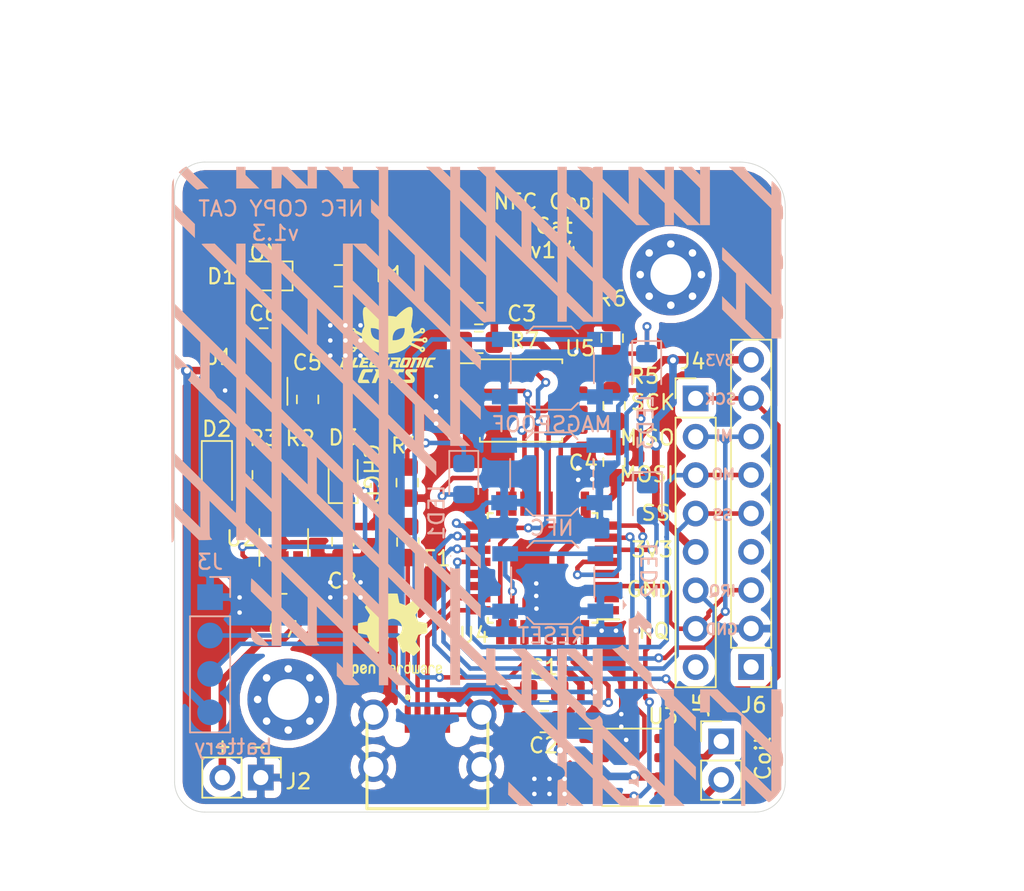
<source format=kicad_pcb>
(kicad_pcb (version 20171130) (host pcbnew "(5.1.5-0-10_14)")

  (general
    (thickness 1.6)
    (drawings 36)
    (tracks 614)
    (zones 0)
    (modules 41)
    (nets 49)
  )

  (page A4)
  (title_block
    (title "NFC Copy Cat")
    (date 2020-04-15)
    (rev 1.4)
    (company "Electronic Cats ")
    (comment 1 "Juan Eduardo Rangel")
    (comment 2 "Montserrat Figueroa")
    (comment 3 "Eduardo Contreras")
  )

  (layers
    (0 F.Cu signal)
    (31 B.Cu signal)
    (32 B.Adhes user)
    (33 F.Adhes user)
    (34 B.Paste user)
    (35 F.Paste user)
    (36 B.SilkS user hide)
    (37 F.SilkS user)
    (38 B.Mask user)
    (39 F.Mask user)
    (40 Dwgs.User user)
    (41 Cmts.User user)
    (42 Eco1.User user)
    (43 Eco2.User user)
    (44 Edge.Cuts user)
    (45 Margin user)
    (46 B.CrtYd user)
    (47 F.CrtYd user)
    (48 B.Fab user hide)
    (49 F.Fab user hide)
  )

  (setup
    (last_trace_width 0.3)
    (trace_clearance 0.25)
    (zone_clearance 0.508)
    (zone_45_only no)
    (trace_min 0.2)
    (via_size 0.6)
    (via_drill 0.3)
    (via_min_size 0.4)
    (via_min_drill 0.3)
    (uvia_size 0.3)
    (uvia_drill 0.1)
    (uvias_allowed no)
    (uvia_min_size 0.2)
    (uvia_min_drill 0.1)
    (edge_width 0.05)
    (segment_width 0.2)
    (pcb_text_width 0.3)
    (pcb_text_size 1.5 1.5)
    (mod_edge_width 0.12)
    (mod_text_size 1 1)
    (mod_text_width 0.15)
    (pad_size 1.6 0.6)
    (pad_drill 0)
    (pad_to_mask_clearance 0.051)
    (solder_mask_min_width 0.25)
    (aux_axis_origin 0 0)
    (visible_elements 7FFFFFFF)
    (pcbplotparams
      (layerselection 0x010fc_ffffffff)
      (usegerberextensions true)
      (usegerberattributes false)
      (usegerberadvancedattributes false)
      (creategerberjobfile false)
      (excludeedgelayer true)
      (linewidth 0.100000)
      (plotframeref false)
      (viasonmask false)
      (mode 1)
      (useauxorigin false)
      (hpglpennumber 1)
      (hpglpenspeed 20)
      (hpglpendiameter 15.000000)
      (psnegative false)
      (psa4output false)
      (plotreference true)
      (plotvalue true)
      (plotinvisibletext false)
      (padsonsilk false)
      (subtractmaskfromsilk false)
      (outputformat 1)
      (mirror false)
      (drillshape 0)
      (scaleselection 1)
      (outputdirectory "gerbers_nfc1v3/"))
  )

  (net 0 "")
  (net 1 +3V3)
  (net 2 GND)
  (net 3 VCC)
  (net 4 "Net-(D1-Pad1)")
  (net 5 "Net-(D3-Pad1)")
  (net 6 "Net-(D3-Pad2)")
  (net 7 "Net-(F1-Pad2)")
  (net 8 /D-)
  (net 9 /D+)
  (net 10 "Net-(J1-Pad4)")
  (net 11 /SWDIO)
  (net 12 /SWCLK)
  (net 13 "/13(SCK)")
  (net 14 "/12(MISO)")
  (net 15 "/11(MOSI)")
  (net 16 "/10(SS)")
  (net 17 /IRQ)
  (net 18 /OUTA)
  (net 19 /OUTB)
  (net 20 "Net-(R3-Pad2)")
  (net 21 /RESET)
  (net 22 "Net-(U3-Pad1)")
  (net 23 /IN_A)
  (net 24 /IN_B)
  (net 25 "Net-(U3-Pad8)")
  (net 26 "Net-(U4-Pad1)")
  (net 27 "Net-(U4-Pad2)")
  (net 28 "Net-(U4-Pad4)")
  (net 29 "Net-(U4-Pad16)")
  (net 30 "Net-(U4-Pad21)")
  (net 31 "Net-(U4-Pad22)")
  (net 32 /SW1)
  (net 33 /SW2)
  (net 34 "Net-(J4-Pad8)")
  (net 35 "Net-(D4-Pad1)")
  (net 36 "Net-(C1-Pad1)")
  (net 37 +BATT)
  (net 38 /LED1)
  (net 39 /LED2)
  (net 40 /LED3)
  (net 41 "Net-(J6-Pad1)")
  (net 42 "Net-(D5-Pad1)")
  (net 43 "Net-(D6-Pad1)")
  (net 44 /RSTOUT)
  (net 45 /SS)
  (net 46 /MISO)
  (net 47 /SCK)
  (net 48 /MOSI)

  (net_class Default "Esta es la clase de red por defecto."
    (clearance 0.25)
    (trace_width 0.3)
    (via_dia 0.6)
    (via_drill 0.3)
    (uvia_dia 0.3)
    (uvia_drill 0.1)
    (add_net "/10(SS)")
    (add_net "/11(MOSI)")
    (add_net "/12(MISO)")
    (add_net "/13(SCK)")
    (add_net /D+)
    (add_net /D-)
    (add_net /IN_A)
    (add_net /IN_B)
    (add_net /IRQ)
    (add_net /LED1)
    (add_net /LED2)
    (add_net /LED3)
    (add_net /MISO)
    (add_net /MOSI)
    (add_net /RESET)
    (add_net /RSTOUT)
    (add_net /SCK)
    (add_net /SS)
    (add_net /SW1)
    (add_net /SW2)
    (add_net /SWCLK)
    (add_net /SWDIO)
    (add_net GND)
    (add_net "Net-(C1-Pad1)")
    (add_net "Net-(D1-Pad1)")
    (add_net "Net-(D3-Pad1)")
    (add_net "Net-(D3-Pad2)")
    (add_net "Net-(D4-Pad1)")
    (add_net "Net-(D5-Pad1)")
    (add_net "Net-(D6-Pad1)")
    (add_net "Net-(F1-Pad2)")
    (add_net "Net-(J1-Pad4)")
    (add_net "Net-(J4-Pad8)")
    (add_net "Net-(J6-Pad1)")
    (add_net "Net-(R3-Pad2)")
    (add_net "Net-(U3-Pad1)")
    (add_net "Net-(U3-Pad8)")
    (add_net "Net-(U4-Pad1)")
    (add_net "Net-(U4-Pad16)")
    (add_net "Net-(U4-Pad2)")
    (add_net "Net-(U4-Pad21)")
    (add_net "Net-(U4-Pad22)")
    (add_net "Net-(U4-Pad4)")
  )

  (net_class sourse ""
    (clearance 0.2)
    (trace_width 0.5)
    (via_dia 0.8)
    (via_drill 0.4)
    (uvia_dia 0.3)
    (uvia_drill 0.1)
    (add_net +3V3)
    (add_net +BATT)
    (add_net /OUTA)
    (add_net /OUTB)
    (add_net VCC)
  )

  (module Symbol:OSHW-Logo2_7.3x6mm_SilkScreen (layer F.Cu) (tedit 0) (tstamp 5E97DE21)
    (at 142.125 80.5)
    (descr "Open Source Hardware Symbol")
    (tags "Logo Symbol OSHW")
    (attr virtual)
    (fp_text reference REF** (at 0 0) (layer F.SilkS) hide
      (effects (font (size 1 1) (thickness 0.15)))
    )
    (fp_text value OSHW-Logo2_7.3x6mm_SilkScreen (at 0.75 0) (layer F.Fab) hide
      (effects (font (size 1 1) (thickness 0.15)))
    )
    (fp_poly (pts (xy 0.10391 -2.757652) (xy 0.182454 -2.757222) (xy 0.239298 -2.756058) (xy 0.278105 -2.753793)
      (xy 0.302538 -2.75006) (xy 0.316262 -2.744494) (xy 0.32294 -2.736727) (xy 0.326236 -2.726395)
      (xy 0.326556 -2.725057) (xy 0.331562 -2.700921) (xy 0.340829 -2.653299) (xy 0.353392 -2.587259)
      (xy 0.368287 -2.507872) (xy 0.384551 -2.420204) (xy 0.385119 -2.417125) (xy 0.40141 -2.331211)
      (xy 0.416652 -2.255304) (xy 0.429861 -2.193955) (xy 0.440054 -2.151718) (xy 0.446248 -2.133145)
      (xy 0.446543 -2.132816) (xy 0.464788 -2.123747) (xy 0.502405 -2.108633) (xy 0.551271 -2.090738)
      (xy 0.551543 -2.090642) (xy 0.613093 -2.067507) (xy 0.685657 -2.038035) (xy 0.754057 -2.008403)
      (xy 0.757294 -2.006938) (xy 0.868702 -1.956374) (xy 1.115399 -2.12484) (xy 1.191077 -2.176197)
      (xy 1.259631 -2.222111) (xy 1.317088 -2.25997) (xy 1.359476 -2.287163) (xy 1.382825 -2.301079)
      (xy 1.385042 -2.302111) (xy 1.40201 -2.297516) (xy 1.433701 -2.275345) (xy 1.481352 -2.234553)
      (xy 1.546198 -2.174095) (xy 1.612397 -2.109773) (xy 1.676214 -2.046388) (xy 1.733329 -1.988549)
      (xy 1.780305 -1.939825) (xy 1.813703 -1.90379) (xy 1.830085 -1.884016) (xy 1.830694 -1.882998)
      (xy 1.832505 -1.869428) (xy 1.825683 -1.847267) (xy 1.80854 -1.813522) (xy 1.779393 -1.7652)
      (xy 1.736555 -1.699308) (xy 1.679448 -1.614483) (xy 1.628766 -1.539823) (xy 1.583461 -1.47286)
      (xy 1.54615 -1.417484) (xy 1.519452 -1.37758) (xy 1.505985 -1.357038) (xy 1.505137 -1.355644)
      (xy 1.506781 -1.335962) (xy 1.519245 -1.297707) (xy 1.540048 -1.248111) (xy 1.547462 -1.232272)
      (xy 1.579814 -1.16171) (xy 1.614328 -1.081647) (xy 1.642365 -1.012371) (xy 1.662568 -0.960955)
      (xy 1.678615 -0.921881) (xy 1.687888 -0.901459) (xy 1.689041 -0.899886) (xy 1.706096 -0.897279)
      (xy 1.746298 -0.890137) (xy 1.804302 -0.879477) (xy 1.874763 -0.866315) (xy 1.952335 -0.851667)
      (xy 2.031672 -0.836551) (xy 2.107431 -0.821982) (xy 2.174264 -0.808978) (xy 2.226828 -0.798555)
      (xy 2.259776 -0.79173) (xy 2.267857 -0.789801) (xy 2.276205 -0.785038) (xy 2.282506 -0.774282)
      (xy 2.287045 -0.753902) (xy 2.290104 -0.720266) (xy 2.291967 -0.669745) (xy 2.292918 -0.598708)
      (xy 2.29324 -0.503524) (xy 2.293257 -0.464508) (xy 2.293257 -0.147201) (xy 2.217057 -0.132161)
      (xy 2.174663 -0.124005) (xy 2.1114 -0.112101) (xy 2.034962 -0.097884) (xy 1.953043 -0.08279)
      (xy 1.9304 -0.078645) (xy 1.854806 -0.063947) (xy 1.788953 -0.049495) (xy 1.738366 -0.036625)
      (xy 1.708574 -0.026678) (xy 1.703612 -0.023713) (xy 1.691426 -0.002717) (xy 1.673953 0.037967)
      (xy 1.654577 0.090322) (xy 1.650734 0.1016) (xy 1.625339 0.171523) (xy 1.593817 0.250418)
      (xy 1.562969 0.321266) (xy 1.562817 0.321595) (xy 1.511447 0.432733) (xy 1.680399 0.681253)
      (xy 1.849352 0.929772) (xy 1.632429 1.147058) (xy 1.566819 1.211726) (xy 1.506979 1.268733)
      (xy 1.456267 1.315033) (xy 1.418046 1.347584) (xy 1.395675 1.363343) (xy 1.392466 1.364343)
      (xy 1.373626 1.356469) (xy 1.33518 1.334578) (xy 1.28133 1.301267) (xy 1.216276 1.259131)
      (xy 1.14594 1.211943) (xy 1.074555 1.16381) (xy 1.010908 1.121928) (xy 0.959041 1.088871)
      (xy 0.922995 1.067218) (xy 0.906867 1.059543) (xy 0.887189 1.066037) (xy 0.849875 1.08315)
      (xy 0.802621 1.107326) (xy 0.797612 1.110013) (xy 0.733977 1.141927) (xy 0.690341 1.157579)
      (xy 0.663202 1.157745) (xy 0.649057 1.143204) (xy 0.648975 1.143) (xy 0.641905 1.125779)
      (xy 0.625042 1.084899) (xy 0.599695 1.023525) (xy 0.567171 0.944819) (xy 0.528778 0.851947)
      (xy 0.485822 0.748072) (xy 0.444222 0.647502) (xy 0.398504 0.536516) (xy 0.356526 0.433703)
      (xy 0.319548 0.342215) (xy 0.288827 0.265201) (xy 0.265622 0.205815) (xy 0.25119 0.167209)
      (xy 0.246743 0.1528) (xy 0.257896 0.136272) (xy 0.287069 0.10993) (xy 0.325971 0.080887)
      (xy 0.436757 -0.010961) (xy 0.523351 -0.116241) (xy 0.584716 -0.232734) (xy 0.619815 -0.358224)
      (xy 0.627608 -0.490493) (xy 0.621943 -0.551543) (xy 0.591078 -0.678205) (xy 0.53792 -0.790059)
      (xy 0.465767 -0.885999) (xy 0.377917 -0.964924) (xy 0.277665 -1.02573) (xy 0.16831 -1.067313)
      (xy 0.053147 -1.088572) (xy -0.064525 -1.088401) (xy -0.18141 -1.065699) (xy -0.294211 -1.019362)
      (xy -0.399631 -0.948287) (xy -0.443632 -0.908089) (xy -0.528021 -0.804871) (xy -0.586778 -0.692075)
      (xy -0.620296 -0.57299) (xy -0.628965 -0.450905) (xy -0.613177 -0.329107) (xy -0.573322 -0.210884)
      (xy -0.509793 -0.099525) (xy -0.422979 0.001684) (xy -0.325971 0.080887) (xy -0.285563 0.111162)
      (xy -0.257018 0.137219) (xy -0.246743 0.152825) (xy -0.252123 0.169843) (xy -0.267425 0.2105)
      (xy -0.291388 0.271642) (xy -0.322756 0.350119) (xy -0.360268 0.44278) (xy -0.402667 0.546472)
      (xy -0.444337 0.647526) (xy -0.49031 0.758607) (xy -0.532893 0.861541) (xy -0.570779 0.953165)
      (xy -0.60266 1.030316) (xy -0.627229 1.089831) (xy -0.64318 1.128544) (xy -0.64909 1.143)
      (xy -0.663052 1.157685) (xy -0.69006 1.157642) (xy -0.733587 1.142099) (xy -0.79711 1.110284)
      (xy -0.797612 1.110013) (xy -0.84544 1.085323) (xy -0.884103 1.067338) (xy -0.905905 1.059614)
      (xy -0.906867 1.059543) (xy -0.923279 1.067378) (xy -0.959513 1.089165) (xy -1.011526 1.122328)
      (xy -1.075275 1.164291) (xy -1.14594 1.211943) (xy -1.217884 1.260191) (xy -1.282726 1.302151)
      (xy -1.336265 1.335227) (xy -1.374303 1.356821) (xy -1.392467 1.364343) (xy -1.409192 1.354457)
      (xy -1.44282 1.326826) (xy -1.48999 1.284495) (xy -1.547342 1.230505) (xy -1.611516 1.167899)
      (xy -1.632503 1.146983) (xy -1.849501 0.929623) (xy -1.684332 0.68722) (xy -1.634136 0.612781)
      (xy -1.590081 0.545972) (xy -1.554638 0.490665) (xy -1.530281 0.450729) (xy -1.519478 0.430036)
      (xy -1.519162 0.428563) (xy -1.524857 0.409058) (xy -1.540174 0.369822) (xy -1.562463 0.31743)
      (xy -1.578107 0.282355) (xy -1.607359 0.215201) (xy -1.634906 0.147358) (xy -1.656263 0.090034)
      (xy -1.662065 0.072572) (xy -1.678548 0.025938) (xy -1.69466 -0.010095) (xy -1.70351 -0.023713)
      (xy -1.72304 -0.032048) (xy -1.765666 -0.043863) (xy -1.825855 -0.057819) (xy -1.898078 -0.072578)
      (xy -1.9304 -0.078645) (xy -2.012478 -0.093727) (xy -2.091205 -0.108331) (xy -2.158891 -0.12102)
      (xy -2.20784 -0.130358) (xy -2.217057 -0.132161) (xy -2.293257 -0.147201) (xy -2.293257 -0.464508)
      (xy -2.293086 -0.568846) (xy -2.292384 -0.647787) (xy -2.290866 -0.704962) (xy -2.288251 -0.744001)
      (xy -2.284254 -0.768535) (xy -2.278591 -0.782195) (xy -2.27098 -0.788611) (xy -2.267857 -0.789801)
      (xy -2.249022 -0.79402) (xy -2.207412 -0.802438) (xy -2.14837 -0.814039) (xy -2.077243 -0.827805)
      (xy -1.999375 -0.84272) (xy -1.920113 -0.857768) (xy -1.844802 -0.871931) (xy -1.778787 -0.884194)
      (xy -1.727413 -0.893539) (xy -1.696025 -0.89895) (xy -1.689041 -0.899886) (xy -1.682715 -0.912404)
      (xy -1.66871 -0.945754) (xy -1.649645 -0.993623) (xy -1.642366 -1.012371) (xy -1.613004 -1.084805)
      (xy -1.578429 -1.16483) (xy -1.547463 -1.232272) (xy -1.524677 -1.283841) (xy -1.509518 -1.326215)
      (xy -1.504458 -1.352166) (xy -1.505264 -1.355644) (xy -1.515959 -1.372064) (xy -1.54038 -1.408583)
      (xy -1.575905 -1.461313) (xy -1.619913 -1.526365) (xy -1.669783 -1.599849) (xy -1.679644 -1.614355)
      (xy -1.737508 -1.700296) (xy -1.780044 -1.765739) (xy -1.808946 -1.813696) (xy -1.82591 -1.84718)
      (xy -1.832633 -1.869205) (xy -1.83081 -1.882783) (xy -1.830764 -1.882869) (xy -1.816414 -1.900703)
      (xy -1.784677 -1.935183) (xy -1.73899 -1.982732) (xy -1.682796 -2.039778) (xy -1.619532 -2.102745)
      (xy -1.612398 -2.109773) (xy -1.53267 -2.18698) (xy -1.471143 -2.24367) (xy -1.426579 -2.28089)
      (xy -1.397743 -2.299685) (xy -1.385042 -2.302111) (xy -1.366506 -2.291529) (xy -1.328039 -2.267084)
      (xy -1.273614 -2.231388) (xy -1.207202 -2.187053) (xy -1.132775 -2.136689) (xy -1.115399 -2.12484)
      (xy -0.868703 -1.956374) (xy -0.757294 -2.006938) (xy -0.689543 -2.036405) (xy -0.616817 -2.066041)
      (xy -0.554297 -2.08967) (xy -0.551543 -2.090642) (xy -0.50264 -2.108543) (xy -0.464943 -2.12368)
      (xy -0.446575 -2.13279) (xy -0.446544 -2.132816) (xy -0.440715 -2.149283) (xy -0.430808 -2.189781)
      (xy -0.417805 -2.249758) (xy -0.402691 -2.32466) (xy -0.386448 -2.409936) (xy -0.385119 -2.417125)
      (xy -0.368825 -2.504986) (xy -0.353867 -2.58474) (xy -0.341209 -2.651319) (xy -0.331814 -2.699653)
      (xy -0.326646 -2.724675) (xy -0.326556 -2.725057) (xy -0.323411 -2.735701) (xy -0.317296 -2.743738)
      (xy -0.304547 -2.749533) (xy -0.2815 -2.753453) (xy -0.244491 -2.755865) (xy -0.189856 -2.757135)
      (xy -0.113933 -2.757629) (xy -0.013056 -2.757714) (xy 0 -2.757714) (xy 0.10391 -2.757652)) (layer F.SilkS) (width 0.01))
    (fp_poly (pts (xy 3.153595 1.966966) (xy 3.211021 2.004497) (xy 3.238719 2.038096) (xy 3.260662 2.099064)
      (xy 3.262405 2.147308) (xy 3.258457 2.211816) (xy 3.109686 2.276934) (xy 3.037349 2.310202)
      (xy 2.990084 2.336964) (xy 2.965507 2.360144) (xy 2.961237 2.382667) (xy 2.974889 2.407455)
      (xy 2.989943 2.423886) (xy 3.033746 2.450235) (xy 3.081389 2.452081) (xy 3.125145 2.431546)
      (xy 3.157289 2.390752) (xy 3.163038 2.376347) (xy 3.190576 2.331356) (xy 3.222258 2.312182)
      (xy 3.265714 2.295779) (xy 3.265714 2.357966) (xy 3.261872 2.400283) (xy 3.246823 2.435969)
      (xy 3.21528 2.476943) (xy 3.210592 2.482267) (xy 3.175506 2.51872) (xy 3.145347 2.538283)
      (xy 3.107615 2.547283) (xy 3.076335 2.55023) (xy 3.020385 2.550965) (xy 2.980555 2.54166)
      (xy 2.955708 2.527846) (xy 2.916656 2.497467) (xy 2.889625 2.464613) (xy 2.872517 2.423294)
      (xy 2.863238 2.367521) (xy 2.859693 2.291305) (xy 2.85941 2.252622) (xy 2.860372 2.206247)
      (xy 2.948007 2.206247) (xy 2.949023 2.231126) (xy 2.951556 2.2352) (xy 2.968274 2.229665)
      (xy 3.004249 2.215017) (xy 3.052331 2.19419) (xy 3.062386 2.189714) (xy 3.123152 2.158814)
      (xy 3.156632 2.131657) (xy 3.16399 2.10622) (xy 3.146391 2.080481) (xy 3.131856 2.069109)
      (xy 3.07941 2.046364) (xy 3.030322 2.050122) (xy 2.989227 2.077884) (xy 2.960758 2.127152)
      (xy 2.951631 2.166257) (xy 2.948007 2.206247) (xy 2.860372 2.206247) (xy 2.861285 2.162249)
      (xy 2.868196 2.095384) (xy 2.881884 2.046695) (xy 2.904096 2.010849) (xy 2.936574 1.982513)
      (xy 2.950733 1.973355) (xy 3.015053 1.949507) (xy 3.085473 1.948006) (xy 3.153595 1.966966)) (layer F.SilkS) (width 0.01))
    (fp_poly (pts (xy 2.6526 1.958752) (xy 2.669948 1.966334) (xy 2.711356 1.999128) (xy 2.746765 2.046547)
      (xy 2.768664 2.097151) (xy 2.772229 2.122098) (xy 2.760279 2.156927) (xy 2.734067 2.175357)
      (xy 2.705964 2.186516) (xy 2.693095 2.188572) (xy 2.686829 2.173649) (xy 2.674456 2.141175)
      (xy 2.669028 2.126502) (xy 2.63859 2.075744) (xy 2.59452 2.050427) (xy 2.53801 2.051206)
      (xy 2.533825 2.052203) (xy 2.503655 2.066507) (xy 2.481476 2.094393) (xy 2.466327 2.139287)
      (xy 2.45725 2.204615) (xy 2.453286 2.293804) (xy 2.452914 2.341261) (xy 2.45273 2.416071)
      (xy 2.451522 2.467069) (xy 2.448309 2.499471) (xy 2.442109 2.518495) (xy 2.43194 2.529356)
      (xy 2.416819 2.537272) (xy 2.415946 2.53767) (xy 2.386828 2.549981) (xy 2.372403 2.554514)
      (xy 2.370186 2.540809) (xy 2.368289 2.502925) (xy 2.366847 2.445715) (xy 2.365998 2.374027)
      (xy 2.365829 2.321565) (xy 2.366692 2.220047) (xy 2.37007 2.143032) (xy 2.377142 2.086023)
      (xy 2.389088 2.044526) (xy 2.40709 2.014043) (xy 2.432327 1.99008) (xy 2.457247 1.973355)
      (xy 2.517171 1.951097) (xy 2.586911 1.946076) (xy 2.6526 1.958752)) (layer F.SilkS) (width 0.01))
    (fp_poly (pts (xy 2.144876 1.956335) (xy 2.186667 1.975344) (xy 2.219469 1.998378) (xy 2.243503 2.024133)
      (xy 2.260097 2.057358) (xy 2.270577 2.1028) (xy 2.276271 2.165207) (xy 2.278507 2.249327)
      (xy 2.278743 2.304721) (xy 2.278743 2.520826) (xy 2.241774 2.53767) (xy 2.212656 2.549981)
      (xy 2.198231 2.554514) (xy 2.195472 2.541025) (xy 2.193282 2.504653) (xy 2.191942 2.451542)
      (xy 2.191657 2.409372) (xy 2.190434 2.348447) (xy 2.187136 2.300115) (xy 2.182321 2.270518)
      (xy 2.178496 2.264229) (xy 2.152783 2.270652) (xy 2.112418 2.287125) (xy 2.065679 2.309458)
      (xy 2.020845 2.333457) (xy 1.986193 2.35493) (xy 1.970002 2.369685) (xy 1.969938 2.369845)
      (xy 1.97133 2.397152) (xy 1.983818 2.423219) (xy 2.005743 2.444392) (xy 2.037743 2.451474)
      (xy 2.065092 2.450649) (xy 2.103826 2.450042) (xy 2.124158 2.459116) (xy 2.136369 2.483092)
      (xy 2.137909 2.487613) (xy 2.143203 2.521806) (xy 2.129047 2.542568) (xy 2.092148 2.552462)
      (xy 2.052289 2.554292) (xy 1.980562 2.540727) (xy 1.943432 2.521355) (xy 1.897576 2.475845)
      (xy 1.873256 2.419983) (xy 1.871073 2.360957) (xy 1.891629 2.305953) (xy 1.922549 2.271486)
      (xy 1.95342 2.252189) (xy 2.001942 2.227759) (xy 2.058485 2.202985) (xy 2.06791 2.199199)
      (xy 2.130019 2.171791) (xy 2.165822 2.147634) (xy 2.177337 2.123619) (xy 2.16658 2.096635)
      (xy 2.148114 2.075543) (xy 2.104469 2.049572) (xy 2.056446 2.047624) (xy 2.012406 2.067637)
      (xy 1.980709 2.107551) (xy 1.976549 2.117848) (xy 1.952327 2.155724) (xy 1.916965 2.183842)
      (xy 1.872343 2.206917) (xy 1.872343 2.141485) (xy 1.874969 2.101506) (xy 1.88623 2.069997)
      (xy 1.911199 2.036378) (xy 1.935169 2.010484) (xy 1.972441 1.973817) (xy 2.001401 1.954121)
      (xy 2.032505 1.94622) (xy 2.067713 1.944914) (xy 2.144876 1.956335)) (layer F.SilkS) (width 0.01))
    (fp_poly (pts (xy 1.779833 1.958663) (xy 1.782048 1.99685) (xy 1.783784 2.054886) (xy 1.784899 2.12818)
      (xy 1.785257 2.205055) (xy 1.785257 2.465196) (xy 1.739326 2.511127) (xy 1.707675 2.539429)
      (xy 1.67989 2.550893) (xy 1.641915 2.550168) (xy 1.62684 2.548321) (xy 1.579726 2.542948)
      (xy 1.540756 2.539869) (xy 1.531257 2.539585) (xy 1.499233 2.541445) (xy 1.453432 2.546114)
      (xy 1.435674 2.548321) (xy 1.392057 2.551735) (xy 1.362745 2.54432) (xy 1.33368 2.521427)
      (xy 1.323188 2.511127) (xy 1.277257 2.465196) (xy 1.277257 1.978602) (xy 1.314226 1.961758)
      (xy 1.346059 1.949282) (xy 1.364683 1.944914) (xy 1.369458 1.958718) (xy 1.373921 1.997286)
      (xy 1.377775 2.056356) (xy 1.380722 2.131663) (xy 1.382143 2.195286) (xy 1.386114 2.445657)
      (xy 1.420759 2.450556) (xy 1.452268 2.447131) (xy 1.467708 2.436041) (xy 1.472023 2.415308)
      (xy 1.475708 2.371145) (xy 1.478469 2.309146) (xy 1.480012 2.234909) (xy 1.480235 2.196706)
      (xy 1.480457 1.976783) (xy 1.526166 1.960849) (xy 1.558518 1.950015) (xy 1.576115 1.944962)
      (xy 1.576623 1.944914) (xy 1.578388 1.958648) (xy 1.580329 1.99673) (xy 1.582282 2.054482)
      (xy 1.584084 2.127227) (xy 1.585343 2.195286) (xy 1.589314 2.445657) (xy 1.6764 2.445657)
      (xy 1.680396 2.21724) (xy 1.684392 1.988822) (xy 1.726847 1.966868) (xy 1.758192 1.951793)
      (xy 1.776744 1.944951) (xy 1.777279 1.944914) (xy 1.779833 1.958663)) (layer F.SilkS) (width 0.01))
    (fp_poly (pts (xy 1.190117 2.065358) (xy 1.189933 2.173837) (xy 1.189219 2.257287) (xy 1.187675 2.319704)
      (xy 1.185001 2.365085) (xy 1.180894 2.397429) (xy 1.175055 2.420733) (xy 1.167182 2.438995)
      (xy 1.161221 2.449418) (xy 1.111855 2.505945) (xy 1.049264 2.541377) (xy 0.980013 2.55409)
      (xy 0.910668 2.542463) (xy 0.869375 2.521568) (xy 0.826025 2.485422) (xy 0.796481 2.441276)
      (xy 0.778655 2.383462) (xy 0.770463 2.306313) (xy 0.769302 2.249714) (xy 0.769458 2.245647)
      (xy 0.870857 2.245647) (xy 0.871476 2.31055) (xy 0.874314 2.353514) (xy 0.88084 2.381622)
      (xy 0.892523 2.401953) (xy 0.906483 2.417288) (xy 0.953365 2.44689) (xy 1.003701 2.449419)
      (xy 1.051276 2.424705) (xy 1.054979 2.421356) (xy 1.070783 2.403935) (xy 1.080693 2.383209)
      (xy 1.086058 2.352362) (xy 1.088228 2.304577) (xy 1.088571 2.251748) (xy 1.087827 2.185381)
      (xy 1.084748 2.141106) (xy 1.078061 2.112009) (xy 1.066496 2.091173) (xy 1.057013 2.080107)
      (xy 1.01296 2.052198) (xy 0.962224 2.048843) (xy 0.913796 2.070159) (xy 0.90445 2.078073)
      (xy 0.88854 2.095647) (xy 0.87861 2.116587) (xy 0.873278 2.147782) (xy 0.871163 2.196122)
      (xy 0.870857 2.245647) (xy 0.769458 2.245647) (xy 0.77281 2.158568) (xy 0.784726 2.090086)
      (xy 0.807135 2.0386) (xy 0.842124 1.998443) (xy 0.869375 1.977861) (xy 0.918907 1.955625)
      (xy 0.976316 1.945304) (xy 1.029682 1.948067) (xy 1.059543 1.959212) (xy 1.071261 1.962383)
      (xy 1.079037 1.950557) (xy 1.084465 1.918866) (xy 1.088571 1.870593) (xy 1.093067 1.816829)
      (xy 1.099313 1.784482) (xy 1.110676 1.765985) (xy 1.130528 1.75377) (xy 1.143 1.748362)
      (xy 1.190171 1.728601) (xy 1.190117 2.065358)) (layer F.SilkS) (width 0.01))
    (fp_poly (pts (xy 0.529926 1.949755) (xy 0.595858 1.974084) (xy 0.649273 2.017117) (xy 0.670164 2.047409)
      (xy 0.692939 2.102994) (xy 0.692466 2.143186) (xy 0.668562 2.170217) (xy 0.659717 2.174813)
      (xy 0.62153 2.189144) (xy 0.602028 2.185472) (xy 0.595422 2.161407) (xy 0.595086 2.148114)
      (xy 0.582992 2.09921) (xy 0.551471 2.064999) (xy 0.507659 2.048476) (xy 0.458695 2.052634)
      (xy 0.418894 2.074227) (xy 0.40545 2.086544) (xy 0.395921 2.101487) (xy 0.389485 2.124075)
      (xy 0.385317 2.159328) (xy 0.382597 2.212266) (xy 0.380502 2.287907) (xy 0.37996 2.311857)
      (xy 0.377981 2.39379) (xy 0.375731 2.451455) (xy 0.372357 2.489608) (xy 0.367006 2.513004)
      (xy 0.358824 2.526398) (xy 0.346959 2.534545) (xy 0.339362 2.538144) (xy 0.307102 2.550452)
      (xy 0.288111 2.554514) (xy 0.281836 2.540948) (xy 0.278006 2.499934) (xy 0.2766 2.430999)
      (xy 0.277598 2.333669) (xy 0.277908 2.318657) (xy 0.280101 2.229859) (xy 0.282693 2.165019)
      (xy 0.286382 2.119067) (xy 0.291864 2.086935) (xy 0.299835 2.063553) (xy 0.310993 2.043852)
      (xy 0.31683 2.03541) (xy 0.350296 1.998057) (xy 0.387727 1.969003) (xy 0.392309 1.966467)
      (xy 0.459426 1.946443) (xy 0.529926 1.949755)) (layer F.SilkS) (width 0.01))
    (fp_poly (pts (xy 0.039744 1.950968) (xy 0.096616 1.972087) (xy 0.097267 1.972493) (xy 0.13244 1.99838)
      (xy 0.158407 2.028633) (xy 0.17667 2.068058) (xy 0.188732 2.121462) (xy 0.196096 2.193651)
      (xy 0.200264 2.289432) (xy 0.200629 2.303078) (xy 0.205876 2.508842) (xy 0.161716 2.531678)
      (xy 0.129763 2.54711) (xy 0.11047 2.554423) (xy 0.109578 2.554514) (xy 0.106239 2.541022)
      (xy 0.103587 2.504626) (xy 0.101956 2.451452) (xy 0.1016 2.408393) (xy 0.101592 2.338641)
      (xy 0.098403 2.294837) (xy 0.087288 2.273944) (xy 0.063501 2.272925) (xy 0.022296 2.288741)
      (xy -0.039914 2.317815) (xy -0.085659 2.341963) (xy -0.109187 2.362913) (xy -0.116104 2.385747)
      (xy -0.116114 2.386877) (xy -0.104701 2.426212) (xy -0.070908 2.447462) (xy -0.019191 2.450539)
      (xy 0.018061 2.450006) (xy 0.037703 2.460735) (xy 0.049952 2.486505) (xy 0.057002 2.519337)
      (xy 0.046842 2.537966) (xy 0.043017 2.540632) (xy 0.007001 2.55134) (xy -0.043434 2.552856)
      (xy -0.095374 2.545759) (xy -0.132178 2.532788) (xy -0.183062 2.489585) (xy -0.211986 2.429446)
      (xy -0.217714 2.382462) (xy -0.213343 2.340082) (xy -0.197525 2.305488) (xy -0.166203 2.274763)
      (xy -0.115322 2.24399) (xy -0.040824 2.209252) (xy -0.036286 2.207288) (xy 0.030821 2.176287)
      (xy 0.072232 2.150862) (xy 0.089981 2.128014) (xy 0.086107 2.104745) (xy 0.062643 2.078056)
      (xy 0.055627 2.071914) (xy 0.00863 2.0481) (xy -0.040067 2.049103) (xy -0.082478 2.072451)
      (xy -0.110616 2.115675) (xy -0.113231 2.12416) (xy -0.138692 2.165308) (xy -0.170999 2.185128)
      (xy -0.217714 2.20477) (xy -0.217714 2.15395) (xy -0.203504 2.080082) (xy -0.161325 2.012327)
      (xy -0.139376 1.989661) (xy -0.089483 1.960569) (xy -0.026033 1.9474) (xy 0.039744 1.950968)) (layer F.SilkS) (width 0.01))
    (fp_poly (pts (xy -0.624114 1.851289) (xy -0.619861 1.910613) (xy -0.614975 1.945572) (xy -0.608205 1.96082)
      (xy -0.598298 1.961015) (xy -0.595086 1.959195) (xy -0.552356 1.946015) (xy -0.496773 1.946785)
      (xy -0.440263 1.960333) (xy -0.404918 1.977861) (xy -0.368679 2.005861) (xy -0.342187 2.037549)
      (xy -0.324001 2.077813) (xy -0.312678 2.131543) (xy -0.306778 2.203626) (xy -0.304857 2.298951)
      (xy -0.304823 2.317237) (xy -0.3048 2.522646) (xy -0.350509 2.53858) (xy -0.382973 2.54942)
      (xy -0.400785 2.554468) (xy -0.401309 2.554514) (xy -0.403063 2.540828) (xy -0.404556 2.503076)
      (xy -0.405674 2.446224) (xy -0.406303 2.375234) (xy -0.4064 2.332073) (xy -0.406602 2.246973)
      (xy -0.407642 2.185981) (xy -0.410169 2.144177) (xy -0.414836 2.116642) (xy -0.422293 2.098456)
      (xy -0.433189 2.084698) (xy -0.439993 2.078073) (xy -0.486728 2.051375) (xy -0.537728 2.049375)
      (xy -0.583999 2.071955) (xy -0.592556 2.080107) (xy -0.605107 2.095436) (xy -0.613812 2.113618)
      (xy -0.619369 2.139909) (xy -0.622474 2.179562) (xy -0.623824 2.237832) (xy -0.624114 2.318173)
      (xy -0.624114 2.522646) (xy -0.669823 2.53858) (xy -0.702287 2.54942) (xy -0.720099 2.554468)
      (xy -0.720623 2.554514) (xy -0.721963 2.540623) (xy -0.723172 2.501439) (xy -0.724199 2.4407)
      (xy -0.724998 2.362141) (xy -0.725519 2.269498) (xy -0.725714 2.166509) (xy -0.725714 1.769342)
      (xy -0.678543 1.749444) (xy -0.631371 1.729547) (xy -0.624114 1.851289)) (layer F.SilkS) (width 0.01))
    (fp_poly (pts (xy -1.831697 1.931239) (xy -1.774473 1.969735) (xy -1.730251 2.025335) (xy -1.703833 2.096086)
      (xy -1.69849 2.148162) (xy -1.699097 2.169893) (xy -1.704178 2.186531) (xy -1.718145 2.201437)
      (xy -1.745411 2.217973) (xy -1.790388 2.239498) (xy -1.857489 2.269374) (xy -1.857829 2.269524)
      (xy -1.919593 2.297813) (xy -1.970241 2.322933) (xy -2.004596 2.342179) (xy -2.017482 2.352848)
      (xy -2.017486 2.352934) (xy -2.006128 2.376166) (xy -1.979569 2.401774) (xy -1.949077 2.420221)
      (xy -1.93363 2.423886) (xy -1.891485 2.411212) (xy -1.855192 2.379471) (xy -1.837483 2.344572)
      (xy -1.820448 2.318845) (xy -1.787078 2.289546) (xy -1.747851 2.264235) (xy -1.713244 2.250471)
      (xy -1.706007 2.249714) (xy -1.697861 2.26216) (xy -1.69737 2.293972) (xy -1.703357 2.336866)
      (xy -1.714643 2.382558) (xy -1.73005 2.422761) (xy -1.730829 2.424322) (xy -1.777196 2.489062)
      (xy -1.837289 2.533097) (xy -1.905535 2.554711) (xy -1.976362 2.552185) (xy -2.044196 2.523804)
      (xy -2.047212 2.521808) (xy -2.100573 2.473448) (xy -2.13566 2.410352) (xy -2.155078 2.327387)
      (xy -2.157684 2.304078) (xy -2.162299 2.194055) (xy -2.156767 2.142748) (xy -2.017486 2.142748)
      (xy -2.015676 2.174753) (xy -2.005778 2.184093) (xy -1.981102 2.177105) (xy -1.942205 2.160587)
      (xy -1.898725 2.139881) (xy -1.897644 2.139333) (xy -1.860791 2.119949) (xy -1.846 2.107013)
      (xy -1.849647 2.093451) (xy -1.865005 2.075632) (xy -1.904077 2.049845) (xy -1.946154 2.04795)
      (xy -1.983897 2.066717) (xy -2.009966 2.102915) (xy -2.017486 2.142748) (xy -2.156767 2.142748)
      (xy -2.152806 2.106027) (xy -2.12845 2.036212) (xy -2.094544 1.987302) (xy -2.033347 1.937878)
      (xy -1.965937 1.913359) (xy -1.89712 1.911797) (xy -1.831697 1.931239)) (layer F.SilkS) (width 0.01))
    (fp_poly (pts (xy -2.958885 1.921962) (xy -2.890855 1.957733) (xy -2.840649 2.015301) (xy -2.822815 2.052312)
      (xy -2.808937 2.107882) (xy -2.801833 2.178096) (xy -2.80116 2.254727) (xy -2.806573 2.329552)
      (xy -2.81773 2.394342) (xy -2.834286 2.440873) (xy -2.839374 2.448887) (xy -2.899645 2.508707)
      (xy -2.971231 2.544535) (xy -3.048908 2.55502) (xy -3.127452 2.53881) (xy -3.149311 2.529092)
      (xy -3.191878 2.499143) (xy -3.229237 2.459433) (xy -3.232768 2.454397) (xy -3.247119 2.430124)
      (xy -3.256606 2.404178) (xy -3.26221 2.370022) (xy -3.264914 2.321119) (xy -3.265701 2.250935)
      (xy -3.265714 2.2352) (xy -3.265678 2.230192) (xy -3.120571 2.230192) (xy -3.119727 2.29643)
      (xy -3.116404 2.340386) (xy -3.109417 2.368779) (xy -3.097584 2.388325) (xy -3.091543 2.394857)
      (xy -3.056814 2.41968) (xy -3.023097 2.418548) (xy -2.989005 2.397016) (xy -2.968671 2.374029)
      (xy -2.956629 2.340478) (xy -2.949866 2.287569) (xy -2.949402 2.281399) (xy -2.948248 2.185513)
      (xy -2.960312 2.114299) (xy -2.98543 2.068194) (xy -3.02344 2.047635) (xy -3.037008 2.046514)
      (xy -3.072636 2.052152) (xy -3.097006 2.071686) (xy -3.111907 2.109042) (xy -3.119125 2.16815)
      (xy -3.120571 2.230192) (xy -3.265678 2.230192) (xy -3.265174 2.160413) (xy -3.262904 2.108159)
      (xy -3.257932 2.071949) (xy -3.249287 2.045299) (xy -3.235995 2.021722) (xy -3.233057 2.017338)
      (xy -3.183687 1.958249) (xy -3.129891 1.923947) (xy -3.064398 1.910331) (xy -3.042158 1.909665)
      (xy -2.958885 1.921962)) (layer F.SilkS) (width 0.01))
    (fp_poly (pts (xy -1.283907 1.92778) (xy -1.237328 1.954723) (xy -1.204943 1.981466) (xy -1.181258 2.009484)
      (xy -1.164941 2.043748) (xy -1.154661 2.089227) (xy -1.149086 2.150892) (xy -1.146884 2.233711)
      (xy -1.146629 2.293246) (xy -1.146629 2.512391) (xy -1.208314 2.540044) (xy -1.27 2.567697)
      (xy -1.277257 2.32767) (xy -1.280256 2.238028) (xy -1.283402 2.172962) (xy -1.287299 2.128026)
      (xy -1.292553 2.09877) (xy -1.299769 2.080748) (xy -1.30955 2.069511) (xy -1.312688 2.067079)
      (xy -1.360239 2.048083) (xy -1.408303 2.0556) (xy -1.436914 2.075543) (xy -1.448553 2.089675)
      (xy -1.456609 2.10822) (xy -1.461729 2.136334) (xy -1.464559 2.179173) (xy -1.465744 2.241895)
      (xy -1.465943 2.307261) (xy -1.465982 2.389268) (xy -1.467386 2.447316) (xy -1.472086 2.486465)
      (xy -1.482013 2.51178) (xy -1.499097 2.528323) (xy -1.525268 2.541156) (xy -1.560225 2.554491)
      (xy -1.598404 2.569007) (xy -1.593859 2.311389) (xy -1.592029 2.218519) (xy -1.589888 2.149889)
      (xy -1.586819 2.100711) (xy -1.582206 2.066198) (xy -1.575432 2.041562) (xy -1.565881 2.022016)
      (xy -1.554366 2.00477) (xy -1.49881 1.94968) (xy -1.43102 1.917822) (xy -1.357287 1.910191)
      (xy -1.283907 1.92778)) (layer F.SilkS) (width 0.01))
    (fp_poly (pts (xy -2.400256 1.919918) (xy -2.344799 1.947568) (xy -2.295852 1.99848) (xy -2.282371 2.017338)
      (xy -2.267686 2.042015) (xy -2.258158 2.068816) (xy -2.252707 2.104587) (xy -2.250253 2.156169)
      (xy -2.249714 2.224267) (xy -2.252148 2.317588) (xy -2.260606 2.387657) (xy -2.276826 2.439931)
      (xy -2.302546 2.479869) (xy -2.339503 2.512929) (xy -2.342218 2.514886) (xy -2.37864 2.534908)
      (xy -2.422498 2.544815) (xy -2.478276 2.547257) (xy -2.568952 2.547257) (xy -2.56899 2.635283)
      (xy -2.569834 2.684308) (xy -2.574976 2.713065) (xy -2.588413 2.730311) (xy -2.614142 2.744808)
      (xy -2.620321 2.747769) (xy -2.649236 2.761648) (xy -2.671624 2.770414) (xy -2.688271 2.771171)
      (xy -2.699964 2.761023) (xy -2.70749 2.737073) (xy -2.711634 2.696426) (xy -2.713185 2.636186)
      (xy -2.712929 2.553455) (xy -2.711651 2.445339) (xy -2.711252 2.413) (xy -2.709815 2.301524)
      (xy -2.708528 2.228603) (xy -2.569029 2.228603) (xy -2.568245 2.290499) (xy -2.56476 2.330997)
      (xy -2.556876 2.357708) (xy -2.542895 2.378244) (xy -2.533403 2.38826) (xy -2.494596 2.417567)
      (xy -2.460237 2.419952) (xy -2.424784 2.39575) (xy -2.423886 2.394857) (xy -2.409461 2.376153)
      (xy -2.400687 2.350732) (xy -2.396261 2.311584) (xy -2.394882 2.251697) (xy -2.394857 2.23843)
      (xy -2.398188 2.155901) (xy -2.409031 2.098691) (xy -2.42866 2.063766) (xy -2.45835 2.048094)
      (xy -2.475509 2.046514) (xy -2.516234 2.053926) (xy -2.544168 2.07833) (xy -2.560983 2.12298)
      (xy -2.56835 2.19113) (xy -2.569029 2.228603) (xy -2.708528 2.228603) (xy -2.708292 2.215245)
      (xy -2.706323 2.150333) (xy -2.70355 2.102958) (xy -2.699612 2.06929) (xy -2.694151 2.045498)
      (xy -2.686808 2.027753) (xy -2.677223 2.012224) (xy -2.673113 2.006381) (xy -2.618595 1.951185)
      (xy -2.549664 1.91989) (xy -2.469928 1.911165) (xy -2.400256 1.919918)) (layer F.SilkS) (width 0.01))
  )

  (module Connector_PinHeader_2.54mm:PinHeader_1x04_P2.54mm_Vertical (layer B.Cu) (tedit 5DF7E43B) (tstamp 5DF83530)
    (at 130.048 77.978 180)
    (descr "Through hole straight pin header, 1x04, 2.54mm pitch, single row")
    (tags "Through hole pin header THT 1x04 2.54mm single row")
    (path /5DBA59FC)
    (fp_text reference J3 (at 0 2.33) (layer B.SilkS)
      (effects (font (size 1 1) (thickness 0.15)) (justify mirror))
    )
    (fp_text value SWD (at 0 -9.95) (layer B.Fab)
      (effects (font (size 1 1) (thickness 0.15)) (justify mirror))
    )
    (fp_line (start -0.635 1.27) (end 1.27 1.27) (layer B.Fab) (width 0.1))
    (fp_line (start 1.27 1.27) (end 1.27 -8.89) (layer B.Fab) (width 0.1))
    (fp_line (start 1.27 -8.89) (end -1.27 -8.89) (layer B.Fab) (width 0.1))
    (fp_line (start -1.27 -8.89) (end -1.27 0.635) (layer B.Fab) (width 0.1))
    (fp_line (start -1.27 0.635) (end -0.635 1.27) (layer B.Fab) (width 0.1))
    (fp_line (start -1.33 -8.95) (end 1.33 -8.95) (layer B.SilkS) (width 0.12))
    (fp_line (start -1.33 -1.27) (end -1.33 -8.95) (layer B.SilkS) (width 0.12))
    (fp_line (start 1.33 -1.27) (end 1.33 -8.95) (layer B.SilkS) (width 0.12))
    (fp_line (start -1.33 -1.27) (end 1.33 -1.27) (layer B.SilkS) (width 0.12))
    (fp_line (start -1.33 0) (end -1.33 1.33) (layer B.SilkS) (width 0.12))
    (fp_line (start -1.33 1.33) (end 0 1.33) (layer B.SilkS) (width 0.12))
    (fp_line (start -1.8 1.8) (end -1.8 -9.4) (layer B.CrtYd) (width 0.05))
    (fp_line (start -1.8 -9.4) (end 1.8 -9.4) (layer B.CrtYd) (width 0.05))
    (fp_line (start 1.8 -9.4) (end 1.8 1.8) (layer B.CrtYd) (width 0.05))
    (fp_line (start 1.8 1.8) (end -1.8 1.8) (layer B.CrtYd) (width 0.05))
    (fp_text user %R (at 0 -3.81 270) (layer B.Fab)
      (effects (font (size 1 1) (thickness 0.15)) (justify mirror))
    )
    (pad 1 smd rect (at 0 0 180) (size 1.7 1.7) (layers B.Cu B.Paste B.Mask)
      (net 2 GND))
    (pad 2 smd oval (at 0 -2.54 180) (size 1.7 1.7) (layers B.Cu B.Paste B.Mask)
      (net 12 /SWCLK))
    (pad 3 smd oval (at 0 -5.08 180) (size 1.7 1.7) (layers B.Cu B.Paste B.Mask)
      (net 11 /SWDIO))
    (pad 4 smd oval (at 0 -7.62 180) (size 1.7 1.7) (layers B.Cu B.Paste B.Mask)
      (net 1 +3V3))
  )

  (module Package_TO_SOT_SMD:SOT-23-5 (layer F.Cu) (tedit 5A02FF57) (tstamp 5D1AC558)
    (at 134.92 74.37 90)
    (descr "5-pin SOT23 package")
    (tags SOT-23-5)
    (path /5D138B32)
    (attr smd)
    (fp_text reference U2 (at 0.27 -2.82 180) (layer F.SilkS)
      (effects (font (size 1 1) (thickness 0.15)))
    )
    (fp_text value MCP73831-2-OT (at 0 2.9 90) (layer F.Fab)
      (effects (font (size 1 1) (thickness 0.15)))
    )
    (fp_text user %R (at 0 0) (layer F.Fab)
      (effects (font (size 0.5 0.5) (thickness 0.075)))
    )
    (fp_line (start -0.9 1.61) (end 0.9 1.61) (layer F.SilkS) (width 0.12))
    (fp_line (start 0.9 -1.61) (end -1.55 -1.61) (layer F.SilkS) (width 0.12))
    (fp_line (start -1.9 -1.8) (end 1.9 -1.8) (layer F.CrtYd) (width 0.05))
    (fp_line (start 1.9 -1.8) (end 1.9 1.8) (layer F.CrtYd) (width 0.05))
    (fp_line (start 1.9 1.8) (end -1.9 1.8) (layer F.CrtYd) (width 0.05))
    (fp_line (start -1.9 1.8) (end -1.9 -1.8) (layer F.CrtYd) (width 0.05))
    (fp_line (start -0.9 -0.9) (end -0.25 -1.55) (layer F.Fab) (width 0.1))
    (fp_line (start 0.9 -1.55) (end -0.25 -1.55) (layer F.Fab) (width 0.1))
    (fp_line (start -0.9 -0.9) (end -0.9 1.55) (layer F.Fab) (width 0.1))
    (fp_line (start 0.9 1.55) (end -0.9 1.55) (layer F.Fab) (width 0.1))
    (fp_line (start 0.9 -1.55) (end 0.9 1.55) (layer F.Fab) (width 0.1))
    (pad 1 smd rect (at -1.1 -0.95 90) (size 1.06 0.65) (layers F.Cu F.Paste F.Mask)
      (net 5 "Net-(D3-Pad1)"))
    (pad 2 smd rect (at -1.1 0 90) (size 1.06 0.65) (layers F.Cu F.Paste F.Mask)
      (net 2 GND))
    (pad 3 smd rect (at -1.1 0.95 90) (size 1.06 0.65) (layers F.Cu F.Paste F.Mask)
      (net 37 +BATT))
    (pad 4 smd rect (at 1.1 0.95 90) (size 1.06 0.65) (layers F.Cu F.Paste F.Mask)
      (net 3 VCC))
    (pad 5 smd rect (at 1.1 -0.95 90) (size 1.06 0.65) (layers F.Cu F.Paste F.Mask)
      (net 20 "Net-(R3-Pad2)"))
    (model ${KISYS3DMOD}/Package_TO_SOT_SMD.3dshapes/SOT-23-5.wrl
      (at (xyz 0 0 0))
      (scale (xyz 1 1 1))
      (rotate (xyz 0 0 0))
    )
  )

  (module Aesthetics:nfc_front (layer B.Cu) (tedit 0) (tstamp 5E4F043F)
    (at 147.71 70.51 180)
    (fp_text reference G*** (at 0 0) (layer B.SilkS) hide
      (effects (font (size 1.524 1.524) (thickness 0.3)) (justify mirror))
    )
    (fp_text value LOGO (at 0.75 0) (layer B.SilkS) hide
      (effects (font (size 1.524 1.524) (thickness 0.3)) (justify mirror))
    )
    (fp_poly (pts (xy 15.925397 19.565937) (xy 14.414807 19.565937) (xy 14.867721 20.013043) (xy 15.320635 20.460148)
      (xy 15.320635 20.994687) (xy 15.925397 20.994687) (xy 15.925397 19.565937)) (layer B.SilkS) (width 0.01))
    (fp_poly (pts (xy 13.586984 20.994687) (xy 13.586984 19.562599) (xy 12.962064 19.585781) (xy 12.941905 20.052934)
      (xy 12.921746 20.520086) (xy 12.438567 20.043012) (xy 11.955387 19.565937) (xy 10.603492 19.565937)
      (xy 10.603492 20.994687) (xy 11.208254 20.994687) (xy 11.208254 19.705746) (xy 11.863858 20.350217)
      (xy 12.519461 20.994688) (xy 13.053223 20.994688) (xy 13.586984 20.994687)) (layer B.SilkS) (width 0.01))
    (fp_poly (pts (xy 8.869841 20.700766) (xy 9.022732 20.847727) (xy 9.175622 20.994687) (xy 10.058198 20.994687)
      (xy 9.466608 20.409297) (xy 9.255468 20.198064) (xy 9.096944 20.03354) (xy 8.984674 19.908304)
      (xy 8.912293 19.814939) (xy 8.873438 19.746027) (xy 8.86235 19.704844) (xy 8.849683 19.585781)
      (xy 8.315476 19.574707) (xy 8.118552 19.57291) (xy 7.954352 19.575765) (xy 7.83769 19.582684)
      (xy 7.783383 19.593078) (xy 7.78127 19.595907) (xy 7.808072 19.637296) (xy 7.879038 19.717672)
      (xy 7.980011 19.821212) (xy 8.003016 19.84375) (xy 8.224762 20.05932) (xy 8.224762 20.994687)
      (xy 8.869841 20.994687) (xy 8.869841 20.700766)) (layer B.SilkS) (width 0.01))
    (fp_poly (pts (xy 19.36902 20.939798) (xy 19.494394 20.858115) (xy 19.612333 20.75858) (xy 19.62013 20.75072)
      (xy 19.732645 20.635116) (xy 19.129259 20.043016) (xy 18.928861 19.846826) (xy 18.77704 19.700452)
      (xy 18.665423 19.59752) (xy 18.585633 19.531656) (xy 18.529298 19.496485) (xy 18.488042 19.485634)
      (xy 18.45349 19.492726) (xy 18.425079 19.50702) (xy 18.323682 19.539109) (xy 18.169037 19.559449)
      (xy 18.042202 19.564531) (xy 17.760117 19.565937) (xy 18.495271 20.289604) (xy 19.230424 21.01327)
      (xy 19.36902 20.939798)) (layer B.SilkS) (width 0.01))
    (fp_poly (pts (xy -18.072518 19.615337) (xy -19.473333 18.235987) (xy -19.473333 12.521778) (xy -17.870528 14.09917)
      (xy -17.573313 14.391161) (xy -17.292928 14.665629) (xy -17.034576 14.917547) (xy -16.803459 15.14189)
      (xy -16.604782 15.33363) (xy -16.443746 15.487743) (xy -16.325555 15.599201) (xy -16.255411 15.662979)
      (xy -16.23767 15.676562) (xy -16.225206 15.639643) (xy -16.215266 15.53994) (xy -16.209072 15.394031)
      (xy -16.207619 15.269118) (xy -16.207619 14.861674) (xy -16.67127 14.406563) (xy -17.134921 13.951451)
      (xy -17.134921 11.530514) (xy -16.207619 12.440736) (xy -16.207619 11.568299) (xy -17.18562 10.606181)
      (xy -18.163621 9.644062) (xy -19.049083 9.644062) (xy -18.394383 10.289422) (xy -17.739682 10.934782)
      (xy -17.739682 13.354151) (xy -18.606508 12.501562) (xy -19.473333 11.648974) (xy -19.473333 9.644062)
      (xy -20.118413 9.644062) (xy -20.118413 10.32361) (xy -20.119107 10.570959) (xy -20.121814 10.748712)
      (xy -20.127473 10.866637) (xy -20.13702 10.934507) (xy -20.151394 10.962091) (xy -20.171532 10.95916)
      (xy -20.178889 10.95375) (xy -20.205389 10.940512) (xy -20.22289 10.960099) (xy -20.233187 11.024016)
      (xy -20.23808 11.143769) (xy -20.239363 11.330862) (xy -20.239365 11.340906) (xy -20.236795 11.546737)
      (xy -20.227984 11.686571) (xy -20.211285 11.773655) (xy -20.185049 11.821239) (xy -20.178889 11.826875)
      (xy -20.161464 11.851096) (xy -20.147645 11.897598) (xy -20.13704 11.974589) (xy -20.129253 12.090277)
      (xy -20.123891 12.252871) (xy -20.12056 12.470578) (xy -20.118865 12.751606) (xy -20.118413 13.08675)
      (xy -20.118773 13.430042) (xy -20.120119 13.701608) (xy -20.122849 13.909094) (xy -20.127361 14.060146)
      (xy -20.134054 14.162411) (xy -20.143326 14.223536) (xy -20.155576 14.251167) (xy -20.171201 14.252951)
      (xy -20.178889 14.247812) (xy -20.205389 14.234574) (xy -20.22289 14.254161) (xy -20.233187 14.318078)
      (xy -20.23808 14.437831) (xy -20.239363 14.624925) (xy -20.239365 14.634968) (xy -20.236795 14.8408)
      (xy -20.227984 14.980633) (xy -20.211285 15.067717) (xy -20.185049 15.115301) (xy -20.178889 15.120937)
      (xy -20.161464 15.145158) (xy -20.147645 15.19166) (xy -20.13704 15.268651) (xy -20.129253 15.384339)
      (xy -20.123891 15.546933) (xy -20.12056 15.76464) (xy -20.118865 16.045668) (xy -20.118413 16.380813)
      (xy -20.118773 16.724105) (xy -20.120119 16.99567) (xy -20.122849 17.203156) (xy -20.127361 17.354208)
      (xy -20.134054 17.456474) (xy -20.143326 17.517599) (xy -20.155576 17.54523) (xy -20.171201 17.547013)
      (xy -20.178889 17.541875) (xy -20.205389 17.528637) (xy -20.22289 17.548224) (xy -20.233187 17.612141)
      (xy -20.23808 17.731894) (xy -20.239363 17.918987) (xy -20.239365 17.929031) (xy -20.236795 18.134862)
      (xy -20.227984 18.274696) (xy -20.211285 18.36178) (xy -20.185049 18.409364) (xy -20.178889 18.415)
      (xy -20.150816 18.45634) (xy -20.132458 18.534456) (xy -20.122187 18.662533) (xy -20.118374 18.853755)
      (xy -20.11824 18.906031) (xy -20.117033 19.101264) (xy -20.111036 19.236898) (xy -20.096417 19.332705)
      (xy -20.06934 19.408456) (xy -20.025973 19.483921) (xy -19.997975 19.52625) (xy -19.912571 19.64131)
      (xy -19.807974 19.7654) (xy -19.699255 19.88268) (xy -19.601481 19.97731) (xy -19.529725 20.033451)
      (xy -19.507113 20.042187) (xy -19.493941 20.005089) (xy -19.483171 19.904129) (xy -19.475928 19.754811)
      (xy -19.473333 19.576206) (xy -19.473333 19.110224) (xy -18.606508 19.962813) (xy -18.33249 20.234455)
      (xy -18.114462 20.455493) (xy -17.949308 20.629312) (xy -17.833913 20.7593) (xy -17.76516 20.848843)
      (xy -17.739934 20.901329) (xy -17.739682 20.905044) (xy -17.737049 20.941301) (xy -17.720622 20.966168)
      (xy -17.677612 20.981792) (xy -17.59523 20.990321) (xy -17.460687 20.993901) (xy -17.261195 20.994679)
      (xy -17.205692 20.994687) (xy -16.671702 20.994687) (xy -18.072518 19.615337)) (layer B.SilkS) (width 0.01))
    (fp_poly (pts (xy 1.768055 -4.711991) (xy 1.773968 -4.740314) (xy 1.760681 -4.797656) (xy 1.725771 -4.780466)
      (xy 1.715214 -4.765242) (xy 1.72027 -4.714271) (xy 1.732993 -4.703369) (xy 1.768055 -4.711991)) (layer B.SilkS) (width 0.01))
    (fp_poly (pts (xy 0.967619 -4.276824) (xy 0.957269 -4.324975) (xy 0.921861 -4.388286) (xy 0.854861 -4.474363)
      (xy 0.749733 -4.590815) (xy 0.599942 -4.745248) (xy 0.398952 -4.945269) (xy 0.362857 -4.980781)
      (xy -0.241905 -5.575101) (xy -0.241905 -4.70084) (xy 0.304405 -4.167188) (xy 0.967619 -4.167188)
      (xy 0.967619 -4.276824)) (layer B.SilkS) (width 0.01))
    (fp_poly (pts (xy -9.648649 -7.453809) (xy -9.643843 -7.515835) (xy -9.651832 -7.529876) (xy -9.670157 -7.51804)
      (xy -9.673007 -7.477786) (xy -9.663161 -7.435439) (xy -9.648649 -7.453809)) (layer B.SilkS) (width 0.01))
    (fp_poly (pts (xy -9.649629 -7.667883) (xy -9.642662 -7.763771) (xy -9.639338 -7.927578) (xy -9.639747 -8.087244)
      (xy -9.64371 -8.211809) (xy -9.650484 -8.28381) (xy -9.654996 -8.294688) (xy -9.68456 -8.263382)
      (xy -9.730483 -8.18733) (xy -9.73414 -8.180434) (xy -9.796747 -8.092011) (xy -9.86253 -8.040356)
      (xy -9.899774 -8.016572) (xy -9.888714 -7.977578) (xy -9.823757 -7.904447) (xy -9.821787 -7.902421)
      (xy -9.738935 -7.796453) (xy -9.681422 -7.686456) (xy -9.67774 -7.675391) (xy -9.661038 -7.64029)
      (xy -9.649629 -7.667883)) (layer B.SilkS) (width 0.01))
    (fp_poly (pts (xy 14.957778 -9.794985) (xy 14.939325 -10.067456) (xy 14.880072 -10.278958) (xy 14.774173 -10.440053)
      (xy 14.615785 -10.561301) (xy 14.504026 -10.614893) (xy 14.408308 -10.640867) (xy 14.275552 -10.660498)
      (xy 14.12697 -10.672872) (xy 13.983776 -10.677077) (xy 13.867182 -10.6722) (xy 13.798404 -10.657331)
      (xy 13.788571 -10.645659) (xy 13.815854 -10.609727) (xy 13.892025 -10.526857) (xy 14.008571 -10.405858)
      (xy 14.156977 -10.255536) (xy 14.328729 -10.084698) (xy 14.373175 -10.040938) (xy 14.957778 -9.466495)
      (xy 14.957778 -9.794985)) (layer B.SilkS) (width 0.01))
    (fp_poly (pts (xy -10.560067 -19.383827) (xy -10.387735 -19.491045) (xy -10.219438 -19.521554) (xy -10.139841 -19.509953)
      (xy -10.078395 -19.500109) (xy -10.048916 -19.522921) (xy -10.039709 -19.596621) (xy -10.039048 -19.667075)
      (xy -10.042635 -19.777106) (xy -10.059501 -19.82544) (xy -10.098798 -19.829648) (xy -10.120588 -19.823623)
      (xy -10.265614 -19.815289) (xy -10.427769 -19.864157) (xy -10.56414 -19.949859) (xy -10.684127 -20.049243)
      (xy -10.684127 -19.281069) (xy -10.560067 -19.383827)) (layer B.SilkS) (width 0.01))
    (fp_poly (pts (xy -2.053303 -20.533935) (xy -2.426887 -20.903218) (xy -2.800471 -21.2725) (xy -3.688292 -21.2725)
      (xy -2.88232 -20.478235) (xy -2.076349 -19.683969) (xy -2.053303 -20.533935)) (layer B.SilkS) (width 0.01))
    (fp_poly (pts (xy -10.029854 19.754474) (xy -10.040819 18.514219) (xy -8.305397 20.220089) (xy -8.305397 20.994687)
      (xy -7.982857 20.994687) (xy -7.819865 20.99236) (xy -7.722042 20.98329) (xy -7.674008 20.964346)
      (xy -7.660382 20.932394) (xy -7.660317 20.929005) (xy -7.654555 20.885424) (xy -7.623524 20.897343)
      (xy -7.586587 20.929005) (xy -7.536146 20.959516) (xy -7.456562 20.979277) (xy -7.332375 20.990265)
      (xy -7.148126 20.994458) (xy -7.073121 20.994688) (xy -6.633386 20.994688) (xy -7.146852 20.48812)
      (xy -7.660317 19.981553) (xy -7.660317 17.562411) (xy -5.926667 19.267589) (xy -5.926667 20.994687)
      (xy -5.321905 20.994687) (xy -5.321905 16.609511) (xy -3.86986 18.038661) (xy -2.943175 18.038661)
      (xy -2.943175 15.657411) (xy -2.076349 16.51) (xy -1.490568 17.086161) (xy -0.604762 17.086161)
      (xy -0.604762 14.665224) (xy 0.262064 15.517812) (xy 1.128889 16.370401) (xy 1.128889 18.791339)
      (xy 0.262064 17.93875) (xy -0.604762 17.086161) (xy -1.490568 17.086161) (xy -1.209524 17.362589)
      (xy -1.209524 19.743839) (xy -2.076349 18.89125) (xy -2.943175 18.038661) (xy -3.86986 18.038661)
      (xy -3.265714 18.633281) (xy -1.209524 20.657052) (xy -1.209524 20.994687) (xy -0.604762 20.994687)
      (xy -0.394305 20.992755) (xy -0.2157 20.987431) (xy -0.082885 20.979423) (xy -0.009794 20.96944)
      (xy 0 20.963929) (xy -0.026937 20.924935) (xy -0.09976 20.8436) (xy -0.206486 20.732862)
      (xy -0.302381 20.6375) (xy -0.604762 20.34183) (xy -0.604762 17.959286) (xy 0.262064 18.811875)
      (xy 1.128889 19.664464) (xy 1.128889 20.994687) (xy 1.773968 20.994687) (xy 1.773968 20.301811)
      (xy 2.127544 20.648249) (xy 2.481119 20.994687) (xy 3.365752 20.994687) (xy 1.773968 19.426305)
      (xy 1.773968 13.712323) (xy 3.225997 15.141458) (xy 4.112381 15.141458) (xy 4.112381 12.72052)
      (xy 4.999365 13.592969) (xy 5.6053 14.188974) (xy 6.491111 14.188974) (xy 6.491111 11.768036)
      (xy 7.357937 12.620625) (xy 8.224762 13.473214) (xy 8.224762 15.894151) (xy 7.357937 15.041562)
      (xy 6.491111 14.188974) (xy 5.6053 14.188974) (xy 5.886349 14.465417) (xy 5.886349 16.886355)
      (xy 4.999365 16.013906) (xy 4.112381 15.141458) (xy 3.225997 15.141458) (xy 3.830159 15.736094)
      (xy 5.886349 17.759864) (xy 5.886349 20.994687) (xy 6.707785 20.994687) (xy 6.491111 20.772063)
      (xy 6.491111 18.357762) (xy 6.753175 18.613437) (xy 7.015238 18.869113) (xy 7.015238 17.995988)
      (xy 6.753175 17.740312) (xy 6.491111 17.484637) (xy 6.491111 15.06276) (xy 7.359253 15.914688)
      (xy 8.114547 15.914688) (xy 8.869841 15.914687) (xy 8.869841 10.815138) (xy 10.321887 12.244286)
      (xy 11.208254 12.244286) (xy 11.208254 9.863036) (xy 12.075079 10.715625) (xy 12.660861 11.291786)
      (xy 13.586984 11.291786) (xy 13.586984 8.910536) (xy 14.45381 9.763125) (xy 15.320635 10.615714)
      (xy 15.320635 12.996964) (xy 14.45381 12.144375) (xy 13.586984 11.291786) (xy 12.660861 11.291786)
      (xy 12.941905 11.568214) (xy 12.941905 13.949464) (xy 12.075079 13.096875) (xy 11.208254 12.244286)
      (xy 10.321887 12.244286) (xy 10.905873 12.819062) (xy 12.941905 14.822987) (xy 12.941905 15.914687)
      (xy 13.586984 15.914687) (xy 13.586984 15.460766) (xy 13.819979 15.687727) (xy 14.052973 15.914687)
      (xy 14.465058 15.914687) (xy 14.636319 15.911937) (xy 14.772783 15.904509) (xy 14.85757 15.893644)
      (xy 14.877143 15.884457) (xy 14.849811 15.848901) (xy 14.773215 15.765898) (xy 14.655449 15.643785)
      (xy 14.504611 15.4909) (xy 14.328798 15.315581) (xy 14.232064 15.220156) (xy 13.586984 14.586087)
      (xy 13.586984 12.204599) (xy 14.45381 13.057188) (xy 15.320635 13.909776) (xy 15.320635 15.914687)
      (xy 15.925397 15.914687) (xy 15.925397 14.506608) (xy 16.641441 15.210648) (xy 17.357484 15.914687)
      (xy 17.790488 15.914687) (xy 17.966407 15.912082) (xy 18.107941 15.905028) (xy 18.198624 15.894667)
      (xy 18.223492 15.884661) (xy 18.195899 15.850977) (xy 18.117148 15.767447) (xy 17.993279 15.640173)
      (xy 17.830333 15.475256) (xy 17.634351 15.278798) (xy 17.411374 15.056899) (xy 17.167441 14.815662)
      (xy 17.074444 14.724062) (xy 15.925397 13.593491) (xy 15.925397 7.917948) (xy 17.417764 9.386786)
      (xy 18.304127 9.386786) (xy 18.304127 6.965849) (xy 19.170952 7.818437) (xy 20.037778 8.671026)
      (xy 20.037778 11.091964) (xy 19.170952 10.239375) (xy 18.304127 9.386786) (xy 17.417764 9.386786)
      (xy 17.981587 9.941719) (xy 20.037778 11.965489) (xy 20.037778 17.640218) (xy 18.666984 16.292594)
      (xy 18.666984 17.205407) (xy 20.036226 18.551505) (xy 20.047081 19.386143) (xy 20.057937 20.220781)
      (xy 20.138571 20.062031) (xy 20.14638 20.045914) (xy 20.15367 20.027565) (xy 20.160462 20.004299)
      (xy 20.166777 19.973431) (xy 20.172635 19.932278) (xy 20.178055 19.878153) (xy 20.183059 19.808373)
      (xy 20.187666 19.720252) (xy 20.191897 19.611106) (xy 20.195772 19.47825) (xy 20.199311 19.319)
      (xy 20.202535 19.13067) (xy 20.205464 18.910576) (xy 20.208118 18.656034) (xy 20.210518 18.364357)
      (xy 20.212683 18.032863) (xy 20.214635 17.658866) (xy 20.216392 17.23968) (xy 20.217977 16.772623)
      (xy 20.219408 16.255008) (xy 20.220706 15.684151) (xy 20.221892 15.057367) (xy 20.222986 14.371972)
      (xy 20.224007 13.625281) (xy 20.224977 12.814609) (xy 20.225915 11.937272) (xy 20.226843 10.990584)
      (xy 20.227779 9.971861) (xy 20.228745 8.878418) (xy 20.229484 8.026797) (xy 20.230207 7.061166)
      (xy 20.230691 6.116246) (xy 20.230944 5.195108) (xy 20.230971 4.300823) (xy 20.230778 3.436463)
      (xy 20.230373 2.6051) (xy 20.22976 1.809805) (xy 20.228946 1.053649) (xy 20.227938 0.339705)
      (xy 20.226741 -0.328957) (xy 20.225362 -0.949265) (xy 20.223807 -1.518147) (xy 20.222082 -2.032532)
      (xy 20.220194 -2.489348) (xy 20.218148 -2.885524) (xy 20.215951 -3.217988) (xy 20.213608 -3.483669)
      (xy 20.211127 -3.679494) (xy 20.208514 -3.802394) (xy 20.205774 -3.849295) (xy 20.205495 -3.849688)
      (xy 20.15477 -3.823236) (xy 20.104503 -3.777109) (xy 20.081553 -3.742783) (xy 20.064439 -3.689479)
      (xy 20.052346 -3.606412) (xy 20.044458 -3.482798) (xy 20.039959 -3.307853) (xy 20.038035 -3.070792)
      (xy 20.037778 -2.894426) (xy 20.037778 -2.08432) (xy 18.4042 -3.690938) (xy 17.971148 -3.690938)
      (xy 17.795221 -3.688028) (xy 17.653676 -3.680151) (xy 17.562979 -3.66858) (xy 17.538095 -3.657401)
      (xy 17.565054 -3.608412) (xy 17.61873 -3.552031) (xy 17.641659 -3.528376) (xy 17.659778 -3.496973)
      (xy 17.673651 -3.448955) (xy 17.683844 -3.375455) (xy 17.69092 -3.267607) (xy 17.695446 -3.116543)
      (xy 17.697985 -2.913397) (xy 17.699103 -2.649302) (xy 17.699364 -2.315392) (xy 17.699365 -2.28614)
      (xy 17.699365 -1.092083) (xy 16.812381 -1.964531) (xy 15.925397 -2.83698) (xy 15.925397 -3.690938)
      (xy 15.320635 -3.690938) (xy 15.320635 -3.562299) (xy 15.31818 -3.528398) (xy 15.306873 -3.510759)
      (xy 15.280796 -3.514322) (xy 15.234035 -3.544028) (xy 15.160674 -3.604818) (xy 15.054796 -3.701633)
      (xy 14.910487 -3.839412) (xy 14.72183 -4.023098) (xy 14.48291 -4.25763) (xy 14.45381 -4.28625)
      (xy 13.586984 -5.138839) (xy 13.586984 -7.519879) (xy 14.242588 -6.875408) (xy 14.430824 -6.69159)
      (xy 14.60053 -6.52819) (xy 14.743313 -6.393101) (xy 14.850779 -6.294214) (xy 14.914537 -6.23942)
      (xy 14.927985 -6.230938) (xy 14.940078 -6.267921) (xy 14.949811 -6.368076) (xy 14.956055 -6.515208)
      (xy 14.957778 -6.658016) (xy 14.957778 -7.085094) (xy 13.586984 -8.432718) (xy 13.586984 -10.675938)
      (xy 12.941905 -10.675938) (xy 12.941905 -9.06932) (xy 11.308327 -10.675938) (xy 10.875275 -10.675938)
      (xy 10.699348 -10.673028) (xy 10.557803 -10.665151) (xy 10.467106 -10.65358) (xy 10.442222 -10.642401)
      (xy 10.469181 -10.593412) (xy 10.522857 -10.537031) (xy 10.545786 -10.513376) (xy 10.563905 -10.481973)
      (xy 10.577778 -10.433955) (xy 10.587971 -10.360455) (xy 10.595048 -10.252606) (xy 10.599573 -10.101542)
      (xy 10.602112 -9.898395) (xy 10.60323 -9.634299) (xy 10.603491 -9.300387) (xy 10.603492 -9.271148)
      (xy 10.603492 -8.077099) (xy 9.736667 -8.929687) (xy 8.869841 -9.782276) (xy 8.869841 -12.161235)
      (xy 9.071429 -11.965781) (xy 9.273016 -11.770328) (xy 9.273016 -12.68314) (xy 9.07336 -12.876721)
      (xy 8.97062 -12.985959) (xy 8.894447 -13.085022) (xy 8.861693 -13.151415) (xy 8.814897 -13.226032)
      (xy 8.748889 -13.259964) (xy 8.664614 -13.272957) (xy 8.532351 -13.282472) (xy 8.370871 -13.288427)
      (xy 8.198946 -13.290739) (xy 8.035348 -13.289326) (xy 7.898848 -13.284107) (xy 7.808219 -13.274999)
      (xy 7.78127 -13.264191) (xy 7.808057 -13.223368) (xy 7.878986 -13.143435) (xy 7.979913 -13.040128)
      (xy 8.003016 -13.0175) (xy 8.224762 -12.80193) (xy 8.224762 -10.418661) (xy 7.357937 -11.27125)
      (xy 6.491111 -12.123839) (xy 6.491111 -13.295313) (xy 5.886349 -13.295313) (xy 5.886349 -12.72183)
      (xy 5.5931 -13.008571) (xy 5.29985 -13.295312) (xy 4.857715 -13.295313) (xy 4.415579 -13.295313)
      (xy 5.886349 -11.845935) (xy 5.886349 -8.829776) (xy 6.491111 -8.829776) (xy 6.491111 -11.250714)
      (xy 7.357937 -10.398125) (xy 8.224762 -9.545536) (xy 8.224762 -7.124599) (xy 7.357937 -7.977188)
      (xy 6.491111 -8.829776) (xy 5.886349 -8.829776) (xy 5.886349 -6.132011) (xy 3.830159 -8.155781)
      (xy 1.773968 -10.179552) (xy 1.773968 -13.295313) (xy 1.128889 -13.295313) (xy 1.128889 -10.815536)
      (xy 0.262064 -11.668125) (xy -0.604762 -12.520714) (xy -0.604762 -13.295313) (xy -0.907143 -13.295313)
      (xy -1.061289 -13.293693) (xy -1.151689 -13.285626) (xy -1.195214 -13.266297) (xy -1.208733 -13.23089)
      (xy -1.209524 -13.209019) (xy -1.209524 -13.122726) (xy -1.302837 -13.209019) (xy -1.400691 -13.270182)
      (xy -1.535274 -13.294055) (xy -1.589091 -13.295313) (xy -1.721968 -13.304518) (xy -1.817785 -13.343596)
      (xy -1.918594 -13.429741) (xy -1.919111 -13.43025) (xy -2.006314 -13.528675) (xy -2.046291 -13.621839)
      (xy -2.056178 -13.750698) (xy -2.05619 -13.757856) (xy -2.05619 -13.950524) (xy -3.689048 -15.5575)
      (xy -5.321905 -17.164476) (xy -5.321905 -18.602654) (xy -5.504192 -18.671182) (xy -5.663383 -18.768322)
      (xy -5.770566 -18.909868) (xy -5.818196 -19.077036) (xy -5.79873 -19.251042) (xy -5.766855 -19.32513)
      (xy -5.692052 -19.411977) (xy -5.578695 -19.494787) (xy -5.460042 -19.552182) (xy -5.39246 -19.565789)
      (xy -5.369155 -19.571171) (xy -5.351606 -19.593716) (xy -5.339006 -19.643185) (xy -5.330548 -19.729341)
      (xy -5.325425 -19.861948) (xy -5.322829 -20.050769) (xy -5.321954 -20.305565) (xy -5.321905 -20.419219)
      (xy -5.321905 -21.2725) (xy -5.624286 -21.2725) (xy -5.778045 -21.271448) (xy -5.868169 -21.264297)
      (xy -5.911655 -21.24505) (xy -5.925504 -21.207713) (xy -5.926667 -21.165856) (xy -5.926667 -21.059212)
      (xy -6.039746 -21.165856) (xy -6.093635 -21.21279) (xy -6.148033 -21.243452) (xy -6.220879 -21.261296)
      (xy -6.330113 -21.269778) (xy -6.493672 -21.27235) (xy -6.593571 -21.2725) (xy -7.034317 -21.2725)
      (xy -5.926667 -20.180066) (xy -5.926667 -17.760849) (xy -6.793492 -18.613438) (xy -7.660317 -19.466026)
      (xy -7.660317 -21.2725) (xy -8.305397 -21.2725) (xy -8.305397 -20.102711) (xy -8.900567 -20.687606)
      (xy -9.495738 -21.2725) (xy -10.684127 -21.2725) (xy -10.684127 -20.504601) (xy -10.593413 -20.588251)
      (xy -10.438738 -20.691455) (xy -10.26997 -20.740016) (xy -10.152996 -20.735204) (xy -10.072112 -20.725824)
      (xy -10.042636 -20.760335) (xy -10.039048 -20.822516) (xy -10.034191 -20.849485) (xy -10.015794 -20.856578)
      (xy -9.97812 -20.838891) (xy -9.915431 -20.791523) (xy -9.821987 -20.70957) (xy -9.692052 -20.58813)
      (xy -9.519887 -20.422299) (xy -9.299754 -20.207176) (xy -9.172222 -20.081875) (xy -8.305397 -19.229286)
      (xy -8.305397 -16.808349) (xy -9.172222 -17.660938) (xy -9.388641 -17.875275) (xy -9.585319 -18.072891)
      (xy -9.755266 -18.246538) (xy -9.891494 -18.388967) (xy -9.987013 -18.49293) (xy -10.034834 -18.551179)
      (xy -10.039048 -18.559896) (xy -10.076513 -18.590438) (xy -10.180108 -18.6035) (xy -10.21547 -18.60364)
      (xy -10.406664 -18.633674) (xy -10.560183 -18.723385) (xy -10.661512 -18.863024) (xy -10.680292 -18.915765)
      (xy -10.701832 -19.021016) (xy -10.703316 -19.096118) (xy -10.701455 -19.10257) (xy -10.724396 -19.141215)
      (xy -10.798041 -19.228264) (xy -10.915571 -19.356492) (xy -11.07017 -19.518677) (xy -11.255019 -19.707596)
      (xy -11.463301 -19.916025) (xy -11.550541 -20.002154) (xy -12.417778 -20.855089) (xy -12.417778 -21.2725)
      (xy -13.726414 -21.2725) (xy -13.374477 -20.924449) (xy -13.02254 -20.576399) (xy -13.02254 -18.157858)
      (xy -14.473968 -19.584954) (xy -14.473968 -18.711829) (xy -13.02254 -17.284733) (xy -13.02254 -14.903483)
      (xy -14.473968 -16.330579) (xy -14.473968 -15.417767) (xy -13.02254 -13.990671) (xy -13.02254 -13.573125)
      (xy -12.443374 -13.573125) (xy -12.213112 -13.572239) (xy -12.048622 -13.568347) (xy -11.935049 -13.559597)
      (xy -11.857538 -13.544137) (xy -11.801235 -13.520117) (xy -11.753091 -13.487086) (xy -11.643666 -13.371528)
      (xy -11.573404 -13.217929) (xy -11.537696 -13.012662) (xy -11.530794 -12.82955) (xy -11.530794 -12.519988)
      (xy -11.10746 -12.104688) (xy -10.684127 -11.689387) (xy -10.684127 -9.308286) (xy -11.057821 -9.674612)
      (xy -11.201008 -9.811435) (xy -11.326762 -9.925025) (xy -11.422835 -10.004785) (xy -11.476977 -10.040113)
      (xy -11.481154 -10.040938) (xy -11.505989 -10.015092) (xy -11.521757 -9.931999) (xy -11.529526 -9.78332)
      (xy -11.530794 -9.653337) (xy -11.530794 -9.265736) (xy -10.615038 -8.366846) (xy -10.58839 -8.498003)
      (xy -10.517933 -8.659978) (xy -10.390873 -8.790546) (xy -10.22974 -8.86822) (xy -10.191949 -8.876077)
      (xy -10.039048 -8.900145) (xy -10.039048 -11.050257) (xy -9.8201 -10.837408) (xy -9.601152 -10.624558)
      (xy -9.475688 -10.72848) (xy -9.304793 -10.821988) (xy -9.14619 -10.859044) (xy -8.942155 -10.885688)
      (xy -10.679966 -12.596685) (xy -12.417778 -14.307682) (xy -12.417778 -14.487328) (xy -12.423461 -14.601491)
      (xy -12.450015 -14.663795) (xy -12.511696 -14.701488) (xy -12.534447 -14.710322) (xy -12.670723 -14.798188)
      (xy -12.757107 -14.929114) (xy -12.793599 -15.083801) (xy -12.780198 -15.242955) (xy -12.716904 -15.387276)
      (xy -12.603719 -15.497469) (xy -12.534447 -15.531553) (xy -12.417778 -15.574902) (xy -12.417778 -19.982364)
      (xy -10.361587 -17.958594) (xy -8.54632 -16.171947) (xy -7.660317 -16.171947) (xy -7.660317 -18.592901)
      (xy -6.793492 -17.740313) (xy -5.926667 -16.887724) (xy -5.926667 -15.706674) (xy -5.92763 -15.409667)
      (xy -5.930355 -15.140038) (xy -5.934596 -14.907527) (xy -5.940106 -14.721875) (xy -5.946639 -14.592822)
      (xy -5.953948 -14.530106) (xy -5.956553 -14.525625) (xy -5.991586 -14.552626) (xy -6.07609 -14.628978)
      (xy -6.202719 -14.747708) (xy -6.364131 -14.901841) (xy -6.55298 -15.084404) (xy -6.761923 -15.288421)
      (xy -6.823378 -15.348786) (xy -7.660317 -16.171947) (xy -8.54632 -16.171947) (xy -8.305397 -15.934823)
      (xy -8.305397 -15.744041) (xy -8.29033 -15.591664) (xy -8.235472 -15.471182) (xy -8.197444 -15.42008)
      (xy -8.089491 -15.286901) (xy -8.009246 -15.387322) (xy -7.877673 -15.499541) (xy -7.713747 -15.565772)
      (xy -7.549678 -15.57331) (xy -7.541571 -15.571825) (xy -7.434237 -15.524753) (xy -7.320815 -15.436396)
      (xy -7.292241 -15.406679) (xy -7.217754 -15.314332) (xy -7.184598 -15.23454) (xy -7.181821 -15.130852)
      (xy -7.188209 -15.060489) (xy -7.209746 -14.85508) (xy -6.568206 -14.224489) (xy -6.207653 -13.870089)
      (xy -5.321905 -13.870089) (xy -5.321905 -16.291026) (xy -4.455079 -15.438438) (xy -3.588254 -14.585849)
      (xy -3.588254 -12.164911) (xy -4.455079 -13.0175) (xy -5.321905 -13.870089) (xy -6.207653 -13.870089)
      (xy -5.926667 -13.593899) (xy -5.926667 -12.412731) (xy -5.92763 -12.115708) (xy -5.930355 -11.846063)
      (xy -5.934595 -11.613535) (xy -5.940105 -11.427865) (xy -5.946637 -11.29879) (xy -5.953945 -11.236052)
      (xy -5.956553 -11.231563) (xy -5.991586 -11.258563) (xy -6.07609 -11.334915) (xy -6.202719 -11.453645)
      (xy -6.364131 -11.607779) (xy -6.55298 -11.790341) (xy -6.761923 -11.994359) (xy -6.823378 -12.054724)
      (xy -7.660317 -12.877885) (xy -7.660317 -14.643175) (xy -7.760676 -14.66797) (xy -7.850661 -14.71324)
      (xy -7.950895 -14.795356) (xy -7.976554 -14.822278) (xy -8.092072 -14.95179) (xy -8.198734 -14.820203)
      (xy -8.305397 -14.688616) (xy -8.305397 -10.874375) (xy -7.660317 -10.874375) (xy -7.660317 -12.004442)
      (xy -7.085289 -11.439409) (xy -6.510261 -10.874375) (xy -5.321905 -10.874375) (xy -5.321905 -12.997105)
      (xy -3.164371 -10.874375) (xy -2.279717 -10.874375) (xy -2.943175 -11.530877) (xy -2.943175 -13.949464)
      (xy -2.076349 -13.096875) (xy -1.209524 -12.244286) (xy -1.209524 -10.874375) (xy -0.970916 -10.874375)
      (xy -0.830526 -10.870458) (xy -0.717085 -10.860343) (xy -0.668536 -10.850285) (xy -0.639753 -10.848403)
      (xy -0.621079 -10.877295) (xy -0.61042 -10.949639) (xy -0.605688 -11.078108) (xy -0.604762 -11.236892)
      (xy -0.604762 -11.647589) (xy 0.262064 -10.795) (xy 1.128889 -9.942411) (xy 1.128889 -7.521657)
      (xy -0.241905 -8.869281) (xy -0.241905 -7.996156) (xy 0.888264 -6.885089) (xy 1.773968 -6.885089)
      (xy 1.773968 -9.306026) (xy 2.640794 -8.453438) (xy 3.507619 -7.600849) (xy 3.507619 -5.179911)
      (xy 2.640794 -6.0325) (xy 1.773968 -6.885089) (xy 0.888264 -6.885089) (xy 1.128889 -6.648532)
      (xy 1.128889 -5.55999) (xy 1.326162 -5.582989) (xy 1.514777 -5.584699) (xy 1.648702 -5.544473)
      (xy 1.773968 -5.482959) (xy 1.773968 -6.012364) (xy 3.226013 -4.583214) (xy 4.112381 -4.583214)
      (xy 4.112381 -7.004167) (xy 4.999365 -6.131719) (xy 5.605299 -5.535714) (xy 6.491111 -5.535714)
      (xy 6.491111 -7.956651) (xy 7.357937 -7.104063) (xy 8.224762 -6.251474) (xy 8.224762 -3.830536)
      (xy 7.357937 -4.683125) (xy 6.491111 -5.535714) (xy 5.605299 -5.535714) (xy 5.886349 -5.25927)
      (xy 5.886349 -4.078229) (xy 5.885386 -3.781222) (xy 5.88266 -3.511595) (xy 5.878418 -3.279085)
      (xy 5.872906 -3.093434) (xy 5.866372 -2.964382) (xy 5.859061 -2.901668) (xy 5.856455 -2.897188)
      (xy 5.821495 -2.9242) (xy 5.736967 -3.000643) (xy 5.610121 -3.119627) (xy 5.448207 -3.27426)
      (xy 5.258475 -3.457651) (xy 5.048177 -3.662911) (xy 4.969471 -3.740201) (xy 4.112381 -4.583214)
      (xy 3.226013 -4.583214) (xy 3.830159 -3.988594) (xy 5.605086 -2.241651) (xy 6.491111 -2.241651)
      (xy 6.491111 -4.662589) (xy 7.357937 -3.81) (xy 7.983664 -3.194549) (xy 8.869841 -3.194549)
      (xy 8.869841 -8.909549) (xy 10.321887 -7.480401) (xy 11.208254 -7.480401) (xy 11.208254 -9.861651)
      (xy 12.075079 -9.009063) (xy 12.941905 -8.156474) (xy 12.941905 -5.775224) (xy 12.075079 -6.627813)
      (xy 11.208254 -7.480401) (xy 10.321887 -7.480401) (xy 12.941905 -4.901701) (xy 12.941905 -1.844776)
      (xy 13.586984 -1.844776) (xy 13.586984 -4.265714) (xy 14.45381 -3.413125) (xy 15.320635 -2.560536)
      (xy 15.320635 -0.139599) (xy 14.45381 -0.992188) (xy 13.586984 -1.844776) (xy 12.941905 -1.844776)
      (xy 12.941905 0.813299) (xy 8.869841 -3.194549) (xy 7.983664 -3.194549) (xy 8.224762 -2.957411)
      (xy 8.224762 -0.536474) (xy 7.357937 -1.389063) (xy 6.491111 -2.241651) (xy 5.605086 -2.241651)
      (xy 5.886349 -1.964823) (xy 5.886349 1.052411) (xy 6.491111 1.052411) (xy 6.491111 -1.368526)
      (xy 7.357937 -0.515938) (xy 7.984069 0.099911) (xy 8.869841 0.099911) (xy 8.869841 -2.321026)
      (xy 9.736667 -1.468438) (xy 10.603492 -0.615849) (xy 10.603492 1.805089) (xy 9.736667 0.9525)
      (xy 8.869841 0.099911) (xy 7.984069 0.099911) (xy 8.224762 0.336651) (xy 8.224762 2.757589)
      (xy 7.357937 1.905) (xy 6.491111 1.052411) (xy 5.886349 1.052411) (xy 5.886349 3.710404)
      (xy 4.29381 2.143125) (xy 2.70127 0.575846) (xy 2.70127 1.48977) (xy 3.104444 1.885156)
      (xy 3.507619 2.280542) (xy 3.507619 4.662589) (xy 2.640794 3.81) (xy 1.773968 2.957411)
      (xy 1.773968 2.54) (xy 0.465431 2.54) (xy 1.128889 3.196502) (xy 1.128889 5.614906)
      (xy -0.241905 4.267282) (xy -0.241905 5.140407) (xy 1.128889 6.488031) (xy 1.128889 8.908968)
      (xy -0.241905 7.561344) (xy -0.241905 8.434469) (xy 0.887857 9.545136) (xy 1.773968 9.545136)
      (xy 1.773968 3.830136) (xy 3.225996 5.25927) (xy 4.112381 5.25927) (xy 4.112381 2.87802)
      (xy 4.999365 3.750469) (xy 5.56495 4.306786) (xy 6.491111 4.306786) (xy 6.491111 1.925536)
      (xy 7.357937 2.778125) (xy 8.224762 3.630714) (xy 8.224762 6.011964) (xy 7.357937 5.159375)
      (xy 6.491111 4.306786) (xy 5.56495 4.306786) (xy 5.886349 4.622917) (xy 5.886349 7.004167)
      (xy 4.999365 6.131719) (xy 4.112381 5.25927) (xy 3.225996 5.25927) (xy 3.830159 5.853906)
      (xy 5.605086 7.600849) (xy 6.491111 7.600849) (xy 6.491111 5.219599) (xy 7.357937 6.072187)
      (xy 7.943314 6.647951) (xy 8.869841 6.647951) (xy 8.869841 0.972638) (xy 10.321887 2.401786)
      (xy 11.208254 2.401786) (xy 11.208254 -0.019151) (xy 12.075079 0.833437) (xy 12.701211 1.449286)
      (xy 13.586984 1.449286) (xy 13.586984 -0.971651) (xy 14.45381 -0.119063) (xy 15.320635 0.733526)
      (xy 15.320635 3.154464) (xy 14.45381 2.301875) (xy 13.586984 1.449286) (xy 12.701211 1.449286)
      (xy 12.941905 1.686026) (xy 12.941905 4.106964) (xy 12.075079 3.254375) (xy 11.208254 2.401786)
      (xy 10.321887 2.401786) (xy 10.905873 2.976562) (xy 12.700967 4.743349) (xy 13.586984 4.743349)
      (xy 13.586984 2.322411) (xy 14.45381 3.175) (xy 15.038513 3.750101) (xy 15.925397 3.750101)
      (xy 15.925397 0.922551) (xy 15.925808 0.456702) (xy 15.926997 0.014788) (xy 15.928896 -0.396898)
      (xy 15.93144 -0.77206) (xy 15.93456 -1.104403) (xy 15.93819 -1.387633) (xy 15.942262 -1.615454)
      (xy 15.94671 -1.781572) (xy 15.951467 -1.879692) (xy 15.955487 -1.905) (xy 15.988256 -1.877637)
      (xy 16.073345 -1.798526) (xy 16.206149 -1.672136) (xy 16.382061 -1.502933) (xy 16.596473 -1.295386)
      (xy 16.84478 -1.053961) (xy 17.122375 -0.783127) (xy 17.416423 -0.495401) (xy 18.304127 -0.495401)
      (xy 18.304127 -2.876651) (xy 19.170952 -2.024063) (xy 20.037778 -1.171474) (xy 20.037778 1.209776)
      (xy 19.170952 0.357187) (xy 18.304127 -0.495401) (xy 17.416423 -0.495401) (xy 17.424651 -0.48735)
      (xy 17.747001 -0.1711) (xy 18.011677 0.08915) (xy 20.037778 2.083299) (xy 20.037778 7.7936)
      (xy 19.801618 7.57088) (xy 19.687873 7.649184) (xy 19.507667 7.740129) (xy 19.335118 7.755605)
      (xy 19.212492 7.722279) (xy 19.063031 7.623639) (xy 18.964881 7.483464) (xy 18.922836 7.321273)
      (xy 18.94169 7.156581) (xy 19.026237 7.008907) (xy 19.034951 6.99949) (xy 19.127305 6.902719)
      (xy 15.925397 3.750101) (xy 15.038513 3.750101) (xy 15.320635 4.027589) (xy 15.320635 6.448526)
      (xy 14.45381 5.595937) (xy 13.586984 4.743349) (xy 12.700967 4.743349) (xy 12.941905 4.980487)
      (xy 12.941905 8.037411) (xy 13.586984 8.037411) (xy 13.586984 5.616474) (xy 14.45381 6.469062)
      (xy 15.039592 7.045224) (xy 15.925397 7.045224) (xy 15.925397 4.624889) (xy 16.387131 5.078119)
      (xy 16.566304 5.248339) (xy 16.735961 5.399164) (xy 16.882592 5.519207) (xy 16.992686 5.597084)
      (xy 17.022131 5.613253) (xy 17.169167 5.709154) (xy 17.269148 5.846782) (xy 17.27769 5.863802)
      (xy 17.354928 5.990291) (xy 17.462466 6.129338) (xy 17.529674 6.202648) (xy 17.699365 6.372848)
      (xy 17.699365 7.552049) (xy 17.6984 7.848815) (xy 17.69567 8.118194) (xy 17.691422 8.35044)
      (xy 17.685903 8.535804) (xy 17.67936 8.664539) (xy 17.672041 8.726899) (xy 17.669471 8.73125)
      (xy 17.634511 8.704238) (xy 17.549983 8.627794) (xy 17.423136 8.50881) (xy 17.261223 8.354177)
      (xy 17.071491 8.170786) (xy 16.861193 7.965527) (xy 16.782487 7.888237) (xy 15.925397 7.045224)
      (xy 15.039592 7.045224) (xy 15.320635 7.321651) (xy 15.320635 9.742589) (xy 14.45381 8.89)
      (xy 13.586984 8.037411) (xy 12.941905 8.037411) (xy 12.941905 10.655799) (xy 8.869841 6.647951)
      (xy 7.943314 6.647951) (xy 8.224762 6.924776) (xy 8.224762 9.306026) (xy 7.357937 8.453437)
      (xy 6.491111 7.600849) (xy 5.605086 7.600849) (xy 5.886349 7.877677) (xy 5.886349 10.894911)
      (xy 6.491111 10.894911) (xy 6.491111 8.473974) (xy 7.357937 9.326562) (xy 7.984069 9.942411)
      (xy 8.869841 9.942411) (xy 8.869841 7.561161) (xy 9.736667 8.41375) (xy 10.603492 9.266339)
      (xy 10.603492 11.647589) (xy 9.736667 10.795) (xy 8.869841 9.942411) (xy 7.984069 9.942411)
      (xy 8.224762 10.179151) (xy 8.224762 12.600089) (xy 7.357937 11.7475) (xy 6.491111 10.894911)
      (xy 5.886349 10.894911) (xy 5.886349 13.592677) (xy 3.830159 11.568906) (xy 1.773968 9.545136)
      (xy 0.887857 9.545136) (xy 1.128889 9.782093) (xy 1.128889 12.203143) (xy 0.344912 11.432177)
      (xy 0.112852 11.204353) (xy -0.069475 11.02701) (xy -0.209192 10.894348) (xy -0.313422 10.800563)
      (xy -0.389291 10.739854) (xy -0.443921 10.70642) (xy -0.484437 10.694458) (xy -0.517963 10.698166)
      (xy -0.543969 10.708262) (xy -0.637897 10.732424) (xy -0.780388 10.7494) (xy -0.929199 10.755312)
      (xy -1.209524 10.755312) (xy -1.209524 13.792099) (xy -0.604762 13.792099) (xy -0.604762 11.371161)
      (xy 0.262064 12.22375) (xy 0.888196 12.839599) (xy 1.773968 12.839599) (xy 1.773968 10.418661)
      (xy 2.640794 11.27125) (xy 3.507619 12.123839) (xy 3.507619 14.544776) (xy 2.640794 13.692187)
      (xy 1.773968 12.839599) (xy 0.888196 12.839599) (xy 1.128889 13.076339) (xy 1.128889 15.497276)
      (xy 0.262064 14.644687) (xy -0.604762 13.792099) (xy -1.209524 13.792099) (xy -1.209524 16.489864)
      (xy -3.265714 14.466094) (xy -5.321905 12.442323) (xy -5.321905 10.755312) (xy -5.926667 10.755312)
      (xy -5.926667 11.27125) (xy -5.92889 11.463176) (xy -5.934975 11.622729) (xy -5.944041 11.735175)
      (xy -5.955207 11.78578) (xy -5.957486 11.787188) (xy -5.994436 11.760386) (xy -6.078448 11.685891)
      (xy -6.200009 11.572566) (xy -6.349606 11.429274) (xy -6.51127 11.27125) (xy -7.034233 10.755313)
      (xy -7.669815 10.755313) (xy -8.305397 10.755312) (xy -8.305397 12.758178) (xy -9.192381 11.88776)
      (xy -9.192381 12.800572) (xy -8.586412 13.395224) (xy -7.660317 13.395224) (xy -7.660317 11.013974)
      (xy -6.793492 11.866562) (xy -5.926667 12.719151) (xy -5.926667 15.100401) (xy -6.793492 14.247812)
      (xy -7.660317 13.395224) (xy -8.586412 13.395224) (xy -8.305397 13.67099) (xy -8.305397 16.689286)
      (xy -7.660317 16.689286) (xy -7.660317 14.308036) (xy -6.248061 15.697099) (xy -5.321905 15.697099)
      (xy -5.321905 13.315849) (xy -4.455079 14.168437) (xy -3.588254 15.021026) (xy -3.588254 17.402276)
      (xy -4.455079 16.549688) (xy -5.321905 15.697099) (xy -6.248061 15.697099) (xy -5.926667 16.013214)
      (xy -5.926667 18.394464) (xy -7.660317 16.689286) (xy -8.305397 16.689286) (xy -8.305397 19.347125)
      (xy -9.424472 18.246062) (xy -10.543546 17.145) (xy -11.428407 17.145) (xy -10.684127 17.88071)
      (xy -10.684127 20.299464) (xy -11.550952 19.446875) (xy -12.417778 18.594286) (xy -12.417778 17.145)
      (xy -13.02254 17.145) (xy -13.02254 17.996928) (xy -13.890682 17.145) (xy -15.40127 17.145)
      (xy -15.40127 20.994687) (xy -14.75619 20.994687) (xy -14.75619 20.461035) (xy -14.483036 20.727861)
      (xy -14.209881 20.994688) (xy -13.767821 20.994687) (xy -13.325761 20.994687) (xy -14.040976 20.289832)
      (xy -14.75619 19.584976) (xy -14.75619 17.165536) (xy -13.02254 18.870714) (xy -13.02254 20.994687)
      (xy -12.417778 20.994687) (xy -12.417778 19.467482) (xy -11.641288 20.231085) (xy -10.864799 20.994688)
      (xy -10.018889 20.99473) (xy -10.029854 19.754474)) (layer B.SilkS) (width 0.01))
    (fp_poly (pts (xy -19.473333 -17.085134) (xy -17.689118 -15.32913) (xy -15.904902 -13.573125) (xy -14.75619 -13.573125)
      (xy -14.756096 -14.337109) (xy -14.756001 -15.101094) (xy -15.078635 -15.08815) (xy -15.40127 -15.075206)
      (xy -15.40127 -13.951183) (xy -15.976298 -14.516216) (xy -16.551326 -15.08125) (xy -16.863874 -15.08125)
      (xy -17.024552 -15.083303) (xy -17.130133 -15.094453) (xy -17.206138 -15.122186) (xy -17.278089 -15.173988)
      (xy -17.327021 -15.217111) (xy -17.477619 -15.352972) (xy -17.477619 -21.272504) (xy -17.608651 -21.272502)
      (xy -17.739682 -21.2725) (xy -17.739682 -19.546877) (xy -18.496023 -20.290626) (xy -18.699044 -20.488842)
      (xy -18.884467 -20.66716) (xy -19.044414 -20.818223) (xy -19.171009 -20.934674) (xy -19.256377 -21.009158)
      (xy -19.292293 -21.03435) (xy -19.363441 -21.00616) (xy -19.470615 -20.931029) (xy -19.598258 -20.823024)
      (xy -19.730813 -20.696213) (xy -19.852723 -20.564663) (xy -19.948432 -20.442443) (xy -19.95096 -20.438736)
      (xy -20.118413 -20.191892) (xy -20.118413 -19.403911) (xy -20.11908 -19.132939) (xy -20.121581 -18.931855)
      (xy -20.126665 -18.79118) (xy -20.135082 -18.701435) (xy -20.14758 -18.653141) (xy -20.164909 -18.636817)
      (xy -20.178889 -18.638773) (xy -20.208024 -18.614924) (xy -20.228896 -18.530504) (xy -20.241507 -18.403896)
      (xy -20.245854 -18.253485) (xy -20.24194 -18.097658) (xy -20.230028 -17.957901) (xy -19.473333 -17.957901)
      (xy -19.473333 -20.339151) (xy -18.606508 -19.486563) (xy -17.739682 -18.633974) (xy -17.739682 -16.252724)
      (xy -18.606508 -17.105313) (xy -19.473333 -17.957901) (xy -20.230028 -17.957901) (xy -20.229763 -17.954797)
      (xy -20.209323 -17.843289) (xy -20.180621 -17.781519) (xy -20.178889 -17.78) (xy -20.161464 -17.755779)
      (xy -20.147645 -17.709277) (xy -20.13704 -17.632286) (xy -20.129253 -17.516598) (xy -20.123891 -17.354004)
      (xy -20.12056 -17.136297) (xy -20.118865 -16.855269) (xy -20.118413 -16.520125) (xy -20.118773 -16.176833)
      (xy -20.120119 -15.905267) (xy -20.122849 -15.697781) (xy -20.127361 -15.546729) (xy -20.134054 -15.444464)
      (xy -20.143326 -15.383339) (xy -20.155576 -15.355708) (xy -20.171201 -15.353924) (xy -20.178889 -15.359063)
      (xy -20.205389 -15.372301) (xy -20.22289 -15.352714) (xy -20.233187 -15.288797) (xy -20.23808 -15.169044)
      (xy -20.239363 -14.98195) (xy -20.239365 -14.971907) (xy -20.236795 -14.766075) (xy -20.227984 -14.626242)
      (xy -20.211285 -14.539158) (xy -20.185049 -14.491574) (xy -20.178889 -14.485938) (xy -20.150506 -14.444005)
      (xy -20.132089 -14.364772) (xy -20.121967 -14.234941) (xy -20.118469 -14.041216) (xy -20.118413 -14.004828)
      (xy -20.118413 -13.573125) (xy -19.473333 -13.573125) (xy -19.473333 -17.085134)) (layer B.SilkS) (width 0.01))
  )

  (module Button_Switch_SMD:SW_SPST_TL3342 (layer B.Cu) (tedit 5A02FC95) (tstamp 5D1BB652)
    (at 152.65 69.83 180)
    (descr "Low-profile SMD Tactile Switch, https://www.e-switch.com/system/asset/product_line/data_sheet/165/TL3342.pdf")
    (tags "SPST Tactile Switch")
    (path /5D38B388)
    (attr smd)
    (fp_text reference NFC (at -0.004 -3.576) (layer B.SilkS)
      (effects (font (size 1 1) (thickness 0.15)) (justify mirror))
    )
    (fp_text value Magspoof (at 0 -3.75) (layer B.Fab)
      (effects (font (size 1 1) (thickness 0.15)) (justify mirror))
    )
    (fp_circle (center 0 0) (end 1 0) (layer B.Fab) (width 0.1))
    (fp_line (start -4.25 -3) (end -4.25 3) (layer B.CrtYd) (width 0.05))
    (fp_line (start 4.25 -3) (end -4.25 -3) (layer B.CrtYd) (width 0.05))
    (fp_line (start 4.25 3) (end 4.25 -3) (layer B.CrtYd) (width 0.05))
    (fp_line (start -4.25 3) (end 4.25 3) (layer B.CrtYd) (width 0.05))
    (fp_line (start -1.2 2.6) (end -2.6 1.2) (layer B.Fab) (width 0.1))
    (fp_line (start 1.2 2.6) (end -1.2 2.6) (layer B.Fab) (width 0.1))
    (fp_line (start 2.6 1.2) (end 1.2 2.6) (layer B.Fab) (width 0.1))
    (fp_line (start 2.6 -1.2) (end 2.6 1.2) (layer B.Fab) (width 0.1))
    (fp_line (start 1.2 -2.6) (end 2.6 -1.2) (layer B.Fab) (width 0.1))
    (fp_line (start -1.2 -2.6) (end 1.2 -2.6) (layer B.Fab) (width 0.1))
    (fp_line (start -2.6 -1.2) (end -1.2 -2.6) (layer B.Fab) (width 0.1))
    (fp_line (start -2.6 1.2) (end -2.6 -1.2) (layer B.Fab) (width 0.1))
    (fp_line (start -1.25 2.75) (end 1.25 2.75) (layer B.SilkS) (width 0.12))
    (fp_line (start -2.75 1) (end -2.75 -1) (layer B.SilkS) (width 0.12))
    (fp_line (start -1.25 -2.75) (end 1.25 -2.75) (layer B.SilkS) (width 0.12))
    (fp_line (start 2.75 1) (end 2.75 -1) (layer B.SilkS) (width 0.12))
    (fp_line (start -2 -1) (end -2 1) (layer B.Fab) (width 0.1))
    (fp_line (start -1 -2) (end -2 -1) (layer B.Fab) (width 0.1))
    (fp_line (start 1 -2) (end -1 -2) (layer B.Fab) (width 0.1))
    (fp_line (start 2 -1) (end 1 -2) (layer B.Fab) (width 0.1))
    (fp_line (start 2 1) (end 2 -1) (layer B.Fab) (width 0.1))
    (fp_line (start 1 2) (end 2 1) (layer B.Fab) (width 0.1))
    (fp_line (start -1 2) (end 1 2) (layer B.Fab) (width 0.1))
    (fp_line (start -2 1) (end -1 2) (layer B.Fab) (width 0.1))
    (fp_line (start -1.7 2.3) (end -1.25 2.75) (layer B.SilkS) (width 0.12))
    (fp_line (start 1.7 2.3) (end 1.25 2.75) (layer B.SilkS) (width 0.12))
    (fp_line (start 1.7 -2.3) (end 1.25 -2.75) (layer B.SilkS) (width 0.12))
    (fp_line (start -1.7 -2.3) (end -1.25 -2.75) (layer B.SilkS) (width 0.12))
    (fp_line (start 3.2 -1.6) (end 2.2 -1.6) (layer B.Fab) (width 0.1))
    (fp_line (start 2.7 -2.1) (end 2.7 -1.6) (layer B.Fab) (width 0.1))
    (fp_line (start 1.7 -2.1) (end 3.2 -2.1) (layer B.Fab) (width 0.1))
    (fp_line (start -1.7 -2.1) (end -3.2 -2.1) (layer B.Fab) (width 0.1))
    (fp_line (start -3.2 -1.6) (end -2.2 -1.6) (layer B.Fab) (width 0.1))
    (fp_line (start -2.7 -2.1) (end -2.7 -1.6) (layer B.Fab) (width 0.1))
    (fp_line (start -3.2 1.6) (end -2.2 1.6) (layer B.Fab) (width 0.1))
    (fp_line (start -1.7 2.1) (end -3.2 2.1) (layer B.Fab) (width 0.1))
    (fp_line (start -2.7 2.1) (end -2.7 1.6) (layer B.Fab) (width 0.1))
    (fp_line (start 3.2 1.6) (end 2.2 1.6) (layer B.Fab) (width 0.1))
    (fp_line (start 1.7 2.1) (end 3.2 2.1) (layer B.Fab) (width 0.1))
    (fp_line (start 2.7 2.1) (end 2.7 1.6) (layer B.Fab) (width 0.1))
    (fp_line (start -3.2 2.1) (end -3.2 1.6) (layer B.Fab) (width 0.1))
    (fp_line (start -3.2 -2.1) (end -3.2 -1.6) (layer B.Fab) (width 0.1))
    (fp_line (start 3.2 2.1) (end 3.2 1.6) (layer B.Fab) (width 0.1))
    (fp_line (start 3.2 -2.1) (end 3.2 -1.6) (layer B.Fab) (width 0.1))
    (fp_text user %R (at 0 3.75) (layer B.Fab)
      (effects (font (size 1 1) (thickness 0.15)) (justify mirror))
    )
    (pad 2 smd rect (at 3.15 -1.9 180) (size 1.7 1) (layers B.Cu B.Paste B.Mask)
      (net 2 GND))
    (pad 2 smd rect (at -3.15 -1.9 180) (size 1.7 1) (layers B.Cu B.Paste B.Mask)
      (net 2 GND))
    (pad 1 smd rect (at 3.15 1.9 180) (size 1.7 1) (layers B.Cu B.Paste B.Mask)
      (net 32 /SW1))
    (pad 1 smd rect (at -3.15 1.9 180) (size 1.7 1) (layers B.Cu B.Paste B.Mask)
      (net 32 /SW1))
    (model ${KISYS3DMOD}/Button_Switch_SMD.3dshapes/SW_SPST_TL3342.wrl
      (at (xyz 0 0 0))
      (scale (xyz 1 1 1))
      (rotate (xyz 0 0 0))
    )
  )

  (module Connector_PinHeader_2.54mm:PinHeader_1x08_P2.54mm_Vertical (layer F.Cu) (tedit 59FED5CC) (tstamp 5DF438BF)
    (at 162.17 64.83)
    (descr "Through hole straight pin header, 1x08, 2.54mm pitch, single row")
    (tags "Through hole pin header THT 1x08 2.54mm single row")
    (path /5D10E2FA)
    (fp_text reference J4 (at -0.21 -2.44 180) (layer F.SilkS)
      (effects (font (size 1 1) (thickness 0.15)))
    )
    (fp_text value "NFC Module V3" (at -0.37 20.2) (layer F.Fab)
      (effects (font (size 1 1) (thickness 0.15)))
    )
    (fp_line (start -0.635 -1.27) (end 1.27 -1.27) (layer F.Fab) (width 0.1))
    (fp_line (start 1.27 -1.27) (end 1.27 19.05) (layer F.Fab) (width 0.1))
    (fp_line (start 1.27 19.05) (end -1.27 19.05) (layer F.Fab) (width 0.1))
    (fp_line (start -1.27 19.05) (end -1.27 -0.635) (layer F.Fab) (width 0.1))
    (fp_line (start -1.27 -0.635) (end -0.635 -1.27) (layer F.Fab) (width 0.1))
    (fp_line (start -1.33 19.11) (end 1.33 19.11) (layer F.SilkS) (width 0.12))
    (fp_line (start -1.33 1.27) (end -1.33 19.11) (layer F.SilkS) (width 0.12))
    (fp_line (start 1.33 1.27) (end 1.33 19.11) (layer F.SilkS) (width 0.12))
    (fp_line (start -1.33 1.27) (end 1.33 1.27) (layer F.SilkS) (width 0.12))
    (fp_line (start -1.33 0) (end -1.33 -1.33) (layer F.SilkS) (width 0.12))
    (fp_line (start -1.33 -1.33) (end 0 -1.33) (layer F.SilkS) (width 0.12))
    (fp_line (start -1.8 -1.8) (end -1.8 19.55) (layer F.CrtYd) (width 0.05))
    (fp_line (start -1.8 19.55) (end 1.8 19.55) (layer F.CrtYd) (width 0.05))
    (fp_line (start 1.8 19.55) (end 1.8 -1.8) (layer F.CrtYd) (width 0.05))
    (fp_line (start 1.8 -1.8) (end -1.8 -1.8) (layer F.CrtYd) (width 0.05))
    (fp_text user %R (at 0 8.89 90) (layer F.Fab)
      (effects (font (size 1 1) (thickness 0.15)))
    )
    (pad 1 thru_hole rect (at 0 0) (size 1.7 1.7) (drill 1) (layers *.Cu *.Mask)
      (net 13 "/13(SCK)"))
    (pad 2 thru_hole oval (at 0 2.54) (size 1.7 1.7) (drill 1) (layers *.Cu *.Mask)
      (net 14 "/12(MISO)"))
    (pad 3 thru_hole oval (at 0 5.08) (size 1.7 1.7) (drill 1) (layers *.Cu *.Mask)
      (net 15 "/11(MOSI)"))
    (pad 4 thru_hole oval (at 0 7.62) (size 1.7 1.7) (drill 1) (layers *.Cu *.Mask)
      (net 16 "/10(SS)"))
    (pad 5 thru_hole oval (at 0 10.16) (size 1.7 1.7) (drill 1) (layers *.Cu *.Mask)
      (net 1 +3V3))
    (pad 6 thru_hole oval (at 0 12.7) (size 1.7 1.7) (drill 1) (layers *.Cu *.Mask)
      (net 2 GND))
    (pad 7 thru_hole oval (at 0 15.24) (size 1.7 1.7) (drill 1) (layers *.Cu *.Mask)
      (net 17 /IRQ))
    (pad 8 thru_hole oval (at 0 17.78) (size 1.7 1.7) (drill 1) (layers *.Cu *.Mask)
      (net 34 "Net-(J4-Pad8)"))
    (model ${KISYS3DMOD}/Connector_PinHeader_2.54mm.3dshapes/PinHeader_1x08_P2.54mm_Vertical.wrl
      (at (xyz 0 0 0))
      (scale (xyz 1 1 1))
      (rotate (xyz 0 0 0))
    )
  )

  (module Connectors:U254051N4BH806 (layer F.Cu) (tedit 5DCF1678) (tstamp 5E41FFDD)
    (at 144.4244 88.2396)
    (descr U254-051N-4BH806-2)
    (tags Connector)
    (path /5D106D67)
    (fp_text reference J1 (at -4.7975 2.8015 -180) (layer F.Fab)
      (effects (font (size 1 1) (thickness 0.15)))
    )
    (fp_text value USB_B_Micro (at 0 -6.7 180) (layer F.SilkS) hide
      (effects (font (size 1.27 1.27) (thickness 0.254)))
    )
    (fp_text user %R (at -1.4 4.9 180) (layer F.Fab)
      (effects (font (size 1.27 1.27) (thickness 0.254)))
    )
    (fp_line (start -3.999 -2.865) (end 4 -2.865) (layer F.Fab) (width 0.2))
    (fp_line (start 4 -2.865) (end 4 3.735) (layer F.SilkS) (width 0.2))
    (fp_line (start 4 3.735) (end -3.999 3.735) (layer F.SilkS) (width 0.2))
    (fp_line (start -3.999 3.735) (end -3.999 -2.865) (layer F.SilkS) (width 0.2))
    (fp_line (start -1.299 -3.535) (end -1.299 -3.535) (layer F.SilkS) (width 0.2))
    (fp_line (start -1.299 -3.735) (end -1.299 -3.735) (layer F.SilkS) (width 0.2))
    (fp_arc (start -1.299 -3.635) (end -1.299 -3.535) (angle -180) (layer F.SilkS) (width 0.2))
    (fp_arc (start -1.299 -3.635) (end -1.299 -3.735) (angle -180) (layer F.SilkS) (width 0.2))
    (pad 1 smd rect (at -1.3 -2.185) (size 0.4 1.8) (layers F.Cu F.Paste F.Mask)
      (net 7 "Net-(F1-Pad2)"))
    (pad 2 smd rect (at -0.65 -2.185) (size 0.4 1.8) (layers F.Cu F.Paste F.Mask)
      (net 8 /D-))
    (pad 3 smd rect (at 0 -2.185) (size 0.4 1.8) (layers F.Cu F.Paste F.Mask)
      (net 9 /D+))
    (pad 4 smd rect (at 0.65 -2.185) (size 0.4 1.8) (layers F.Cu F.Paste F.Mask)
      (net 10 "Net-(J1-Pad4)"))
    (pad 5 smd rect (at 1.3 -2.185) (size 0.4 1.8) (layers F.Cu F.Paste F.Mask)
      (net 2 GND))
    (pad 6 thru_hole circle (at -3.575 0.965) (size 2 2) (drill 1.3285) (layers *.Cu *.Mask)
      (net 2 GND))
    (pad 6 thru_hole circle (at 3.575 0.965) (size 2 2) (drill 1.3285) (layers *.Cu *.Mask)
      (net 2 GND))
    (pad 6 thru_hole circle (at 3.575 -2.485) (size 2 2) (drill 1.3285) (layers *.Cu *.Mask)
      (net 2 GND))
    (pad 6 thru_hole circle (at -3.575 -2.485) (size 2 2) (drill 1.3285) (layers *.Cu *.Mask)
      (net 2 GND))
    (pad MH5 np_thru_hole circle (at -2 -1.165) (size 0.65 0) (drill 0.65) (layers *.Cu *.Mask))
    (pad MH6 np_thru_hole circle (at 2 -1.165) (size 0.65 0) (drill 0.65) (layers *.Cu *.Mask))
    (model U254-051N-4BH806.stp
      (at (xyz 0 0 0))
      (scale (xyz 1 1 1))
      (rotate (xyz 0 0 0))
    )
  )

  (module Button_Switch_SMD:SW_SPST_TL3342 (layer B.Cu) (tedit 5A02FC95) (tstamp 5D1BCBE0)
    (at 152.69 62.83 180)
    (descr "Low-profile SMD Tactile Switch, https://www.e-switch.com/system/asset/product_line/data_sheet/165/TL3342.pdf")
    (tags "SPST Tactile Switch")
    (path /5D3AF4BF)
    (attr smd)
    (fp_text reference MAGSPOOF (at 0.036 -3.718 180) (layer B.SilkS)
      (effects (font (size 1 1) (thickness 0.15)) (justify mirror))
    )
    (fp_text value NFC (at 0 -3.75) (layer B.Fab)
      (effects (font (size 1 1) (thickness 0.15)) (justify mirror))
    )
    (fp_text user %R (at 0 3.75) (layer B.Fab)
      (effects (font (size 1 1) (thickness 0.15)) (justify mirror))
    )
    (fp_line (start 3.2 -2.1) (end 3.2 -1.6) (layer B.Fab) (width 0.1))
    (fp_line (start 3.2 2.1) (end 3.2 1.6) (layer B.Fab) (width 0.1))
    (fp_line (start -3.2 -2.1) (end -3.2 -1.6) (layer B.Fab) (width 0.1))
    (fp_line (start -3.2 2.1) (end -3.2 1.6) (layer B.Fab) (width 0.1))
    (fp_line (start 2.7 2.1) (end 2.7 1.6) (layer B.Fab) (width 0.1))
    (fp_line (start 1.7 2.1) (end 3.2 2.1) (layer B.Fab) (width 0.1))
    (fp_line (start 3.2 1.6) (end 2.2 1.6) (layer B.Fab) (width 0.1))
    (fp_line (start -2.7 2.1) (end -2.7 1.6) (layer B.Fab) (width 0.1))
    (fp_line (start -1.7 2.1) (end -3.2 2.1) (layer B.Fab) (width 0.1))
    (fp_line (start -3.2 1.6) (end -2.2 1.6) (layer B.Fab) (width 0.1))
    (fp_line (start -2.7 -2.1) (end -2.7 -1.6) (layer B.Fab) (width 0.1))
    (fp_line (start -3.2 -1.6) (end -2.2 -1.6) (layer B.Fab) (width 0.1))
    (fp_line (start -1.7 -2.1) (end -3.2 -2.1) (layer B.Fab) (width 0.1))
    (fp_line (start 1.7 -2.1) (end 3.2 -2.1) (layer B.Fab) (width 0.1))
    (fp_line (start 2.7 -2.1) (end 2.7 -1.6) (layer B.Fab) (width 0.1))
    (fp_line (start 3.2 -1.6) (end 2.2 -1.6) (layer B.Fab) (width 0.1))
    (fp_line (start -1.7 -2.3) (end -1.25 -2.75) (layer B.SilkS) (width 0.12))
    (fp_line (start 1.7 -2.3) (end 1.25 -2.75) (layer B.SilkS) (width 0.12))
    (fp_line (start 1.7 2.3) (end 1.25 2.75) (layer B.SilkS) (width 0.12))
    (fp_line (start -1.7 2.3) (end -1.25 2.75) (layer B.SilkS) (width 0.12))
    (fp_line (start -2 1) (end -1 2) (layer B.Fab) (width 0.1))
    (fp_line (start -1 2) (end 1 2) (layer B.Fab) (width 0.1))
    (fp_line (start 1 2) (end 2 1) (layer B.Fab) (width 0.1))
    (fp_line (start 2 1) (end 2 -1) (layer B.Fab) (width 0.1))
    (fp_line (start 2 -1) (end 1 -2) (layer B.Fab) (width 0.1))
    (fp_line (start 1 -2) (end -1 -2) (layer B.Fab) (width 0.1))
    (fp_line (start -1 -2) (end -2 -1) (layer B.Fab) (width 0.1))
    (fp_line (start -2 -1) (end -2 1) (layer B.Fab) (width 0.1))
    (fp_line (start 2.75 1) (end 2.75 -1) (layer B.SilkS) (width 0.12))
    (fp_line (start -1.25 -2.75) (end 1.25 -2.75) (layer B.SilkS) (width 0.12))
    (fp_line (start -2.75 1) (end -2.75 -1) (layer B.SilkS) (width 0.12))
    (fp_line (start -1.25 2.75) (end 1.25 2.75) (layer B.SilkS) (width 0.12))
    (fp_line (start -2.6 1.2) (end -2.6 -1.2) (layer B.Fab) (width 0.1))
    (fp_line (start -2.6 -1.2) (end -1.2 -2.6) (layer B.Fab) (width 0.1))
    (fp_line (start -1.2 -2.6) (end 1.2 -2.6) (layer B.Fab) (width 0.1))
    (fp_line (start 1.2 -2.6) (end 2.6 -1.2) (layer B.Fab) (width 0.1))
    (fp_line (start 2.6 -1.2) (end 2.6 1.2) (layer B.Fab) (width 0.1))
    (fp_line (start 2.6 1.2) (end 1.2 2.6) (layer B.Fab) (width 0.1))
    (fp_line (start 1.2 2.6) (end -1.2 2.6) (layer B.Fab) (width 0.1))
    (fp_line (start -1.2 2.6) (end -2.6 1.2) (layer B.Fab) (width 0.1))
    (fp_line (start -4.25 3) (end 4.25 3) (layer B.CrtYd) (width 0.05))
    (fp_line (start 4.25 3) (end 4.25 -3) (layer B.CrtYd) (width 0.05))
    (fp_line (start 4.25 -3) (end -4.25 -3) (layer B.CrtYd) (width 0.05))
    (fp_line (start -4.25 -3) (end -4.25 3) (layer B.CrtYd) (width 0.05))
    (fp_circle (center 0 0) (end 1 0) (layer B.Fab) (width 0.1))
    (pad 1 smd rect (at -3.15 1.9 180) (size 1.7 1) (layers B.Cu B.Paste B.Mask)
      (net 33 /SW2))
    (pad 1 smd rect (at 3.15 1.9 180) (size 1.7 1) (layers B.Cu B.Paste B.Mask)
      (net 33 /SW2))
    (pad 2 smd rect (at -3.15 -1.9 180) (size 1.7 1) (layers B.Cu B.Paste B.Mask)
      (net 2 GND))
    (pad 2 smd rect (at 3.15 -1.9 180) (size 1.7 1) (layers B.Cu B.Paste B.Mask)
      (net 2 GND))
    (model ${KISYS3DMOD}/Button_Switch_SMD.3dshapes/SW_SPST_TL3342.wrl
      (at (xyz 0 0 0))
      (scale (xyz 1 1 1))
      (rotate (xyz 0 0 0))
    )
  )

  (module Aesthetics:electronic_cats_logo_4x3 (layer F.Cu) (tedit 0) (tstamp 5D1C3D63)
    (at 141.8 61.3)
    (fp_text reference G*** (at 0 0) (layer F.SilkS) hide
      (effects (font (size 1.524 1.524) (thickness 0.3)))
    )
    (fp_text value LOGO (at 0.75 0) (layer F.SilkS) hide
      (effects (font (size 1.524 1.524) (thickness 0.3)))
    )
    (fp_poly (pts (xy 1.492024 -2.514153) (xy 1.514312 -2.512406) (xy 1.531751 -2.508753) (xy 1.546134 -2.502586)
      (xy 1.559256 -2.4933) (xy 1.572912 -2.480287) (xy 1.576859 -2.476124) (xy 1.594461 -2.453743)
      (xy 1.609397 -2.426715) (xy 1.622047 -2.394081) (xy 1.632789 -2.354882) (xy 1.641099 -2.313426)
      (xy 1.643427 -2.298253) (xy 1.645234 -2.281825) (xy 1.646575 -2.262889) (xy 1.647507 -2.240188)
      (xy 1.648084 -2.212467) (xy 1.648363 -2.178469) (xy 1.648409 -2.148417) (xy 1.648174 -2.104444)
      (xy 1.647429 -2.064304) (xy 1.646055 -2.026341) (xy 1.643936 -1.9889) (xy 1.640955 -1.950324)
      (xy 1.636994 -1.908957) (xy 1.631935 -1.863145) (xy 1.625663 -1.811231) (xy 1.623081 -1.7907)
      (xy 1.620516 -1.77065) (xy 1.617959 -1.751118) (xy 1.615298 -1.731338) (xy 1.612419 -1.710544)
      (xy 1.609209 -1.687972) (xy 1.605556 -1.662856) (xy 1.601346 -1.634429) (xy 1.596467 -1.601928)
      (xy 1.590805 -1.564585) (xy 1.584247 -1.521635) (xy 1.57668 -1.472314) (xy 1.567992 -1.415855)
      (xy 1.56215 -1.37795) (xy 1.539955 -1.234017) (xy 1.566535 -1.191888) (xy 1.590077 -1.151766)
      (xy 1.613747 -1.106335) (xy 1.636124 -1.058611) (xy 1.655788 -1.01161) (xy 1.670113 -0.97205)
      (xy 1.677908 -0.94681) (xy 1.685686 -0.918863) (xy 1.693047 -0.889954) (xy 1.699587 -0.861824)
      (xy 1.704907 -0.836219) (xy 1.708603 -0.814881) (xy 1.710275 -0.799554) (xy 1.710331 -0.797452)
      (xy 1.711555 -0.786553) (xy 1.713928 -0.779713) (xy 1.716561 -0.779244) (xy 1.722977 -0.780822)
      (xy 1.733656 -0.784654) (xy 1.749078 -0.79095) (xy 1.769724 -0.799918) (xy 1.796074 -0.811767)
      (xy 1.828609 -0.826705) (xy 1.867809 -0.84494) (xy 1.91264 -0.865969) (xy 2.07356 -0.941678)
      (xy 2.227781 -0.941678) (xy 2.232051 -0.922787) (xy 2.242112 -0.906525) (xy 2.25663 -0.894009)
      (xy 2.274273 -0.886357) (xy 2.293708 -0.884683) (xy 2.313601 -0.890106) (xy 2.315469 -0.891033)
      (xy 2.332595 -0.903956) (xy 2.343309 -0.920538) (xy 2.347801 -0.939138) (xy 2.346263 -0.958114)
      (xy 2.338885 -0.975825) (xy 2.325857 -0.990629) (xy 2.307371 -1.000885) (xy 2.302546 -1.002379)
      (xy 2.282559 -1.003686) (xy 2.263028 -0.99786) (xy 2.246046 -0.986076) (xy 2.233709 -0.969507)
      (xy 2.230636 -0.962082) (xy 2.227781 -0.941678) (xy 2.07356 -0.941678) (xy 2.10782 -0.957796)
      (xy 2.112742 -0.981606) (xy 2.124139 -1.01727) (xy 2.142203 -1.049029) (xy 2.165919 -1.076189)
      (xy 2.194276 -1.098054) (xy 2.226262 -1.113932) (xy 2.260864 -1.123125) (xy 2.297071 -1.12494)
      (xy 2.317902 -1.122432) (xy 2.355735 -1.111466) (xy 2.389185 -1.093763) (xy 2.417587 -1.070113)
      (xy 2.440279 -1.041306) (xy 2.456597 -1.008131) (xy 2.465875 -0.97138) (xy 2.467826 -0.944034)
      (xy 2.463838 -0.905502) (xy 2.452343 -0.869867) (xy 2.434042 -0.837957) (xy 2.409637 -0.810596)
      (xy 2.37983 -0.78861) (xy 2.345323 -0.772827) (xy 2.316096 -0.765438) (xy 2.279523 -0.763155)
      (xy 2.243352 -0.769068) (xy 2.207739 -0.78287) (xy 2.182395 -0.795417) (xy 1.951622 -0.687098)
      (xy 1.910134 -0.667558) (xy 1.870866 -0.648936) (xy 1.834502 -0.631563) (xy 1.801724 -0.615774)
      (xy 1.773216 -0.601899) (xy 1.749662 -0.590272) (xy 1.731743 -0.581224) (xy 1.720143 -0.575089)
      (xy 1.715558 -0.572214) (xy 1.711688 -0.563323) (xy 1.710225 -0.5527) (xy 1.709356 -0.543415)
      (xy 1.70703 -0.528099) (xy 1.703616 -0.50899) (xy 1.700058 -0.491067) (xy 1.696166 -0.471992)
      (xy 1.693106 -0.456275) (xy 1.691187 -0.445569) (xy 1.690716 -0.441536) (xy 1.694967 -0.441279)
      (xy 1.707009 -0.440805) (xy 1.72617 -0.440137) (xy 1.751776 -0.439295) (xy 1.783156 -0.438301)
      (xy 1.819636 -0.437174) (xy 1.860545 -0.435937) (xy 1.905209 -0.434611) (xy 1.952957 -0.433216)
      (xy 1.993888 -0.432038) (xy 2.051829 -0.430389) (xy 2.101891 -0.428991) (xy 2.144657 -0.427843)
      (xy 2.180711 -0.426942) (xy 2.210637 -0.426285) (xy 2.235018 -0.425869) (xy 2.254439 -0.425693)
      (xy 2.269482 -0.425754) (xy 2.280731 -0.426048) (xy 2.288771 -0.426575) (xy 2.294184 -0.427331)
      (xy 2.297555 -0.428313) (xy 2.299466 -0.429519) (xy 2.300381 -0.430722) (xy 2.311245 -0.445516)
      (xy 2.327194 -0.461687) (xy 2.345673 -0.476961) (xy 2.364129 -0.489065) (xy 2.368536 -0.491376)
      (xy 2.405238 -0.505132) (xy 2.442304 -0.510987) (xy 2.47874 -0.509268) (xy 2.513554 -0.500301)
      (xy 2.545752 -0.484416) (xy 2.57434 -0.461938) (xy 2.598325 -0.433195) (xy 2.610841 -0.41158)
      (xy 2.617699 -0.397377) (xy 2.622241 -0.386237) (xy 2.624942 -0.375728) (xy 2.626281 -0.363421)
      (xy 2.626736 -0.346883) (xy 2.626783 -0.33042) (xy 2.626639 -0.308838) (xy 2.625929 -0.293327)
      (xy 2.624232 -0.28149) (xy 2.621129 -0.270932) (xy 2.616201 -0.259259) (xy 2.6132 -0.252841)
      (xy 2.593256 -0.220007) (xy 2.567857 -0.192975) (xy 2.538042 -0.17212) (xy 2.504852 -0.157815)
      (xy 2.469329 -0.150435) (xy 2.432513 -0.150353) (xy 2.395446 -0.157944) (xy 2.373034 -0.166558)
      (xy 2.355948 -0.176681) (xy 2.336653 -0.191725) (xy 2.317588 -0.209535) (xy 2.301193 -0.227955)
      (xy 2.296553 -0.234125) (xy 2.288116 -0.246) (xy 2.004483 -0.254171) (xy 1.93895 -0.256052)
      (xy 1.881361 -0.257679) (xy 1.8312 -0.259055) (xy 1.787949 -0.260179) (xy 1.751088 -0.261053)
      (xy 1.720102 -0.261676) (xy 1.694471 -0.262051) (xy 1.673678 -0.262177) (xy 1.657206 -0.262056)
      (xy 1.644536 -0.261688) (xy 1.63515 -0.261074) (xy 1.628531 -0.260214) (xy 1.624161 -0.25911)
      (xy 1.621521 -0.257763) (xy 1.620095 -0.256172) (xy 1.619484 -0.254741) (xy 1.61652 -0.248241)
      (xy 1.610208 -0.236102) (xy 1.601447 -0.220007) (xy 1.591139 -0.201638) (xy 1.590185 -0.199964)
      (xy 1.563338 -0.152913) (xy 1.872775 -0.007191) (xy 2.182213 0.138531) (xy 2.205817 0.126536)
      (xy 2.241692 0.11274) (xy 2.278504 0.106774) (xy 2.315121 0.108369) (xy 2.350409 0.117254)
      (xy 2.383234 0.133162) (xy 2.412465 0.155824) (xy 2.434012 0.180715) (xy 2.448477 0.203532)
      (xy 2.458088 0.225837) (xy 2.463606 0.250236) (xy 2.465795 0.27934) (xy 2.465916 0.289983)
      (xy 2.465716 0.31002) (xy 2.464717 0.324483) (xy 2.462322 0.33626) (xy 2.457932 0.348242)
      (xy 2.45095 0.363317) (xy 2.450588 0.364066) (xy 2.430415 0.397062) (xy 2.40527 0.424062)
      (xy 2.37618 0.444865) (xy 2.344172 0.459272) (xy 2.310271 0.467083) (xy 2.275505 0.4681)
      (xy 2.240899 0.462122) (xy 2.207481 0.44895) (xy 2.176275 0.428385) (xy 2.166036 0.419374)
      (xy 2.143435 0.394048) (xy 2.126721 0.365686) (xy 2.114553 0.331964) (xy 2.113667 0.32871)
      (xy 2.106083 0.300202) (xy 2.085289 0.290404) (xy 2.229072 0.290404) (xy 2.232822 0.308983)
      (xy 2.242714 0.325947) (xy 2.258302 0.339246) (xy 2.277028 0.346061) (xy 2.29762 0.346146)
      (xy 2.316923 0.339589) (xy 2.320298 0.337523) (xy 2.335971 0.322798) (xy 2.34494 0.305269)
      (xy 2.347652 0.286474) (xy 2.344557 0.267951) (xy 2.336103 0.251241) (xy 2.32274 0.237881)
      (xy 2.304917 0.229411) (xy 2.288116 0.227188) (xy 2.2673 0.230743) (xy 2.250579 0.240382)
      (xy 2.23836 0.254564) (xy 2.231055 0.271752) (xy 2.229072 0.290404) (xy 2.085289 0.290404)
      (xy 1.780788 0.146926) (xy 1.455492 -0.00635) (xy 1.389204 0.059442) (xy 1.345611 0.101489)
      (xy 1.304297 0.138546) (xy 1.262799 0.172626) (xy 1.218655 0.205743) (xy 1.169403 0.239908)
      (xy 1.164166 0.243417) (xy 1.062694 0.306247) (xy 0.955802 0.362864) (xy 0.843999 0.413101)
      (xy 0.727792 0.456792) (xy 0.60769 0.49377) (xy 0.484199 0.523867) (xy 0.357829 0.546917)
      (xy 0.229087 0.562752) (xy 0.179916 0.566824) (xy 0.148521 0.568753) (xy 0.112406 0.570431)
      (xy 0.073652 0.571807) (xy 0.034336 0.572831) (xy -0.003462 0.573452) (xy -0.037664 0.573619)
      (xy -0.06619 0.573281) (xy -0.074084 0.573047) (xy -0.210383 0.5645) (xy -0.343508 0.548755)
      (xy -0.473182 0.525896) (xy -0.599129 0.496006) (xy -0.721071 0.459169) (xy -0.838731 0.41547)
      (xy -0.951832 0.364991) (xy -1.060097 0.307816) (xy -1.163249 0.24403) (xy -1.164167 0.243417)
      (xy -1.214057 0.209038) (xy -1.258596 0.175908) (xy -1.300246 0.142013) (xy -1.341469 0.105339)
      (xy -1.384728 0.063875) (xy -1.389205 0.059442) (xy -1.455493 -0.00635) (xy -1.780789 0.146926)
      (xy -2.106084 0.300202) (xy -2.113668 0.32871) (xy -2.125506 0.363006) (xy -2.141772 0.391742)
      (xy -2.163809 0.417239) (xy -2.166037 0.419374) (xy -2.19622 0.442581) (xy -2.228978 0.458325)
      (xy -2.263284 0.466805) (xy -2.298111 0.468221) (xy -2.332432 0.462773) (xy -2.365222 0.450659)
      (xy -2.395454 0.43208) (xy -2.422101 0.407235) (xy -2.444136 0.376323) (xy -2.450589 0.364066)
      (xy -2.457694 0.348796) (xy -2.462182 0.336742) (xy -2.464649 0.325015) (xy -2.465695 0.310725)
      (xy -2.465917 0.290982) (xy -2.465917 0.290811) (xy -2.348474 0.290811) (xy -2.343961 0.308376)
      (xy -2.33434 0.324003) (xy -2.320676 0.3365) (xy -2.304035 0.344676) (xy -2.285483 0.34734)
      (xy -2.266087 0.343302) (xy -2.260724 0.340847) (xy -2.24533 0.328757) (xy -2.234618 0.312104)
      (xy -2.229191 0.29311) (xy -2.229653 0.274) (xy -2.236608 0.256997) (xy -2.237579 0.255638)
      (xy -2.254847 0.238157) (xy -2.273976 0.22852) (xy -2.293846 0.226738) (xy -2.31334 0.232823)
      (xy -2.33134 0.246786) (xy -2.337907 0.254628) (xy -2.346811 0.272497) (xy -2.348474 0.290811)
      (xy -2.465917 0.290811) (xy -2.465917 0.289983) (xy -2.464627 0.258841) (xy -2.460248 0.233231)
      (xy -2.452018 0.210544) (xy -2.439176 0.188172) (xy -2.434013 0.180715) (xy -2.408814 0.152419)
      (xy -2.379038 0.130643) (xy -2.345818 0.115657) (xy -2.310287 0.107728) (xy -2.273579 0.107127)
      (xy -2.236826 0.114123) (xy -2.205818 0.126536) (xy -2.182214 0.138531) (xy -1.872776 -0.007191)
      (xy -1.563339 -0.152913) (xy -1.590186 -0.199964) (xy -1.600587 -0.218452) (xy -1.609521 -0.234816)
      (xy -1.616086 -0.247372) (xy -1.619382 -0.254437) (xy -1.619485 -0.254741) (xy -1.620319 -0.256523)
      (xy -1.621955 -0.258063) (xy -1.624912 -0.25936) (xy -1.629708 -0.260413) (xy -1.636861 -0.261222)
      (xy -1.646888 -0.261785) (xy -1.660307 -0.262101) (xy -1.677637 -0.262171) (xy -1.699395 -0.261993)
      (xy -1.726098 -0.261567) (xy -1.758265 -0.260891) (xy -1.796414 -0.259966) (xy -1.841062 -0.258789)
      (xy -1.892728 -0.257361) (xy -1.951928 -0.255681) (xy -2.004484 -0.254171) (xy -2.288117 -0.246)
      (xy -2.296554 -0.234125) (xy -2.311445 -0.215998) (xy -2.329856 -0.19773) (xy -2.349348 -0.181477)
      (xy -2.367481 -0.169394) (xy -2.373035 -0.166558) (xy -2.409741 -0.154076) (xy -2.446835 -0.149496)
      (xy -2.483274 -0.152443) (xy -2.518019 -0.162545) (xy -2.550027 -0.179427) (xy -2.578258 -0.202714)
      (xy -2.601672 -0.232034) (xy -2.613201 -0.252841) (xy -2.619111 -0.265836) (xy -2.623003 -0.27661)
      (xy -2.625295 -0.28756) (xy -2.626408 -0.30108) (xy -2.626761 -0.319567) (xy -2.626784 -0.33042)
      (xy -2.626783 -0.330678) (xy -2.509583 -0.330678) (xy -2.509152 -0.322351) (xy -2.506378 -0.308868)
      (xy -2.500332 -0.298056) (xy -2.489783 -0.286967) (xy -2.478393 -0.277329) (xy -2.468744 -0.272547)
      (xy -2.457094 -0.271022) (xy -2.452323 -0.270962) (xy -2.433022 -0.273402) (xy -2.419949 -0.278968)
      (xy -2.40438 -0.293575) (xy -2.394987 -0.311575) (xy -2.391733 -0.331164) (xy -2.394584 -0.350533)
      (xy -2.403503 -0.367879) (xy -2.418454 -0.381393) (xy -2.422015 -0.383401) (xy -2.442786 -0.390008)
      (xy -2.462941 -0.389159) (xy -2.481088 -0.381827) (xy -2.495838 -0.368986) (xy -2.5058 -0.351612)
      (xy -2.509583 -0.330678) (xy -2.626783 -0.330678) (xy -2.626678 -0.351674) (xy -2.626042 -0.366892)
      (xy -2.624398 -0.378505) (xy -2.621269 -0.388943) (xy -2.616177 -0.400639) (xy -2.610842 -0.41158)
      (xy -2.590338 -0.444175) (xy -2.564593 -0.470714) (xy -2.5346 -0.490872) (xy -2.501352 -0.50432)
      (xy -2.465843 -0.510732) (xy -2.429068 -0.50978) (xy -2.392018 -0.501137) (xy -2.368537 -0.491376)
      (xy -2.350498 -0.480448) (xy -2.331781 -0.465768) (xy -2.314942 -0.44961) (xy -2.302534 -0.434248)
      (xy -2.300382 -0.430722) (xy -2.299253 -0.429326) (xy -2.297162 -0.428153) (xy -2.293525 -0.427204)
      (xy -2.287759 -0.426482) (xy -2.27928 -0.42599) (xy -2.267504 -0.42573) (xy -2.251848 -0.425704)
      (xy -2.231728 -0.425916) (xy -2.20656 -0.426367) (xy -2.175762 -0.42706) (xy -2.138748 -0.427998)
      (xy -2.094936 -0.429183) (xy -2.043742 -0.430617) (xy -1.993889 -0.432038) (xy -1.944118 -0.433473)
      (xy -1.896878 -0.434857) (xy -1.852844 -0.436169) (xy -1.812687 -0.437387) (xy -1.77708 -0.438491)
      (xy -1.746695 -0.43946) (xy -1.722206 -0.440272) (xy -1.704284 -0.440906) (xy -1.693601 -0.441342)
      (xy -1.690717 -0.441536) (xy -1.691218 -0.445753) (xy -1.693168 -0.456597) (xy -1.696252 -0.472414)
      (xy -1.700059 -0.491067) (xy -1.704118 -0.511655) (xy -1.707409 -0.530391) (xy -1.709564 -0.545037)
      (xy -1.710226 -0.5527) (xy -1.711934 -0.56422) (xy -1.715559 -0.572214) (xy -1.720255 -0.57515)
      (xy -1.731943 -0.581327) (xy -1.749942 -0.590411) (xy -1.773567 -0.60207) (xy -1.802136 -0.615973)
      (xy -1.834966 -0.631786) (xy -1.871374 -0.649177) (xy -1.910676 -0.667814) (xy -1.951623 -0.687098)
      (xy -2.182396 -0.795417) (xy -2.20774 -0.78287) (xy -2.244177 -0.768841) (xy -2.28035 -0.763116)
      (xy -2.316097 -0.765438) (xy -2.353735 -0.775902) (xy -2.387211 -0.793202) (xy -2.415824 -0.816512)
      (xy -2.438871 -0.845005) (xy -2.455652 -0.877856) (xy -2.465463 -0.914238) (xy -2.467498 -0.939889)
      (xy -2.348172 -0.939889) (xy -2.343628 -0.920536) (xy -2.338626 -0.911245) (xy -2.324486 -0.896856)
      (xy -2.305879 -0.887911) (xy -2.285318 -0.885062) (xy -2.265317 -0.888961) (xy -2.260764 -0.891033)
      (xy -2.243248 -0.904109) (xy -2.232343 -0.920698) (xy -2.227897 -0.939221) (xy -2.229754 -0.958098)
      (xy -2.237763 -0.975753) (xy -2.251769 -0.990604) (xy -2.271454 -1.001018) (xy -2.291588 -1.0041)
      (xy -2.310125 -1.000082) (xy -2.326058 -0.990306) (xy -2.338381 -0.976119) (xy -2.346088 -0.958865)
      (xy -2.348172 -0.939889) (xy -2.467498 -0.939889) (xy -2.467827 -0.944034) (xy -2.463863 -0.982891)
      (xy -2.452412 -1.018671) (xy -2.434139 -1.050594) (xy -2.409706 -1.077878) (xy -2.379777 -1.099743)
      (xy -2.345016 -1.115407) (xy -2.316142 -1.122622) (xy -2.279162 -1.124892) (xy -2.243383 -1.11939)
      (xy -2.209802 -1.106807) (xy -2.179417 -1.087834) (xy -2.153225 -1.063163) (xy -2.132224 -1.033486)
      (xy -2.117412 -0.999494) (xy -2.112743 -0.981606) (xy -2.107821 -0.957796) (xy -1.912783 -0.866036)
      (xy -1.874894 -0.848255) (xy -1.839372 -0.83167) (xy -1.806942 -0.816615) (xy -1.778329 -0.803421)
      (xy -1.754259 -0.792423) (xy -1.735458 -0.783951) (xy -1.722651 -0.77834) (xy -1.716563 -0.775922)
      (xy -1.716159 -0.775864) (xy -1.71489 -0.780406) (xy -1.712569 -0.791662) (xy -1.709514 -0.807993)
      (xy -1.706043 -0.827758) (xy -1.705653 -0.830051) (xy -1.687617 -0.912773) (xy -1.661806 -0.995356)
      (xy -1.628821 -1.076247) (xy -1.125904 -1.076247) (xy -1.125707 -1.052995) (xy -1.124996 -1.026232)
      (xy -1.123838 -0.997603) (xy -1.122301 -0.968748) (xy -1.120454 -0.94131) (xy -1.118362 -0.916932)
      (xy -1.116095 -0.897255) (xy -1.115824 -0.89535) (xy -1.100785 -0.813472) (xy -1.080588 -0.738274)
      (xy -1.05521 -0.669704) (xy -1.02463 -0.607713) (xy -0.988823 -0.552249) (xy -0.947769 -0.503262)
      (xy -0.939898 -0.495206) (xy -0.891237 -0.452469) (xy -0.836168 -0.415072) (xy -0.774946 -0.383128)
      (xy -0.707823 -0.356751) (xy -0.635053 -0.336054) (xy -0.55689 -0.32115) (xy -0.548217 -0.319903)
      (xy -0.524207 -0.316611) (xy -0.504817 -0.314181) (xy -0.487988 -0.312491) (xy -0.471661 -0.31142)
      (xy -0.453777 -0.310846) (xy -0.432276 -0.310647) (xy -0.405099 -0.3107) (xy -0.3937 -0.310757)
      (xy -0.319617 -0.31115) (xy -0.31841 -0.383117) (xy -0.31849 -0.387024) (xy 0.317499 -0.387024)
      (xy 0.317677 -0.363042) (xy 0.318169 -0.342024) (xy 0.318914 -0.325427) (xy 0.319851 -0.314707)
      (xy 0.320674 -0.311362) (xy 0.326107 -0.310149) (xy 0.338645 -0.309469) (xy 0.356947 -0.309276)
      (xy 0.379671 -0.30952) (xy 0.405476 -0.310155) (xy 0.433022 -0.311132) (xy 0.460966 -0.312404)
      (xy 0.487967 -0.313923) (xy 0.512684 -0.315641) (xy 0.533775 -0.31751) (xy 0.549899 -0.319483)
      (xy 0.550333 -0.31955) (xy 0.565367 -0.322449) (xy 2.391714 -0.322449) (xy 2.397819 -0.303671)
      (xy 2.409645 -0.287854) (xy 2.426331 -0.276517) (xy 2.44701 -0.271181) (xy 2.452322 -0.270962)
      (xy 2.465405 -0.27178) (xy 2.475289 -0.275343) (xy 2.485713 -0.283251) (xy 2.489782 -0.286967)
      (xy 2.503948 -0.305157) (xy 2.51008 -0.325345) (xy 2.508004 -0.346675) (xy 2.504048 -0.357051)
      (xy 2.491987 -0.373699) (xy 2.475566 -0.384571) (xy 2.456664 -0.389562) (xy 2.437161 -0.388568)
      (xy 2.418937 -0.381485) (xy 2.403873 -0.368209) (xy 2.400128 -0.362803) (xy 2.392196 -0.342666)
      (xy 2.391714 -0.322449) (xy 0.565367 -0.322449) (xy 0.631009 -0.335106) (xy 0.705072 -0.355854)
      (xy 0.772666 -0.38194) (xy 0.833935 -0.413511) (xy 0.889022 -0.450713) (xy 0.938073 -0.493692)
      (xy 0.98123 -0.542597) (xy 1.018637 -0.597572) (xy 1.05044 -0.658765) (xy 1.076781 -0.726323)
      (xy 1.097805 -0.800392) (xy 1.113656 -0.881118) (xy 1.115823 -0.89535) (xy 1.118106 -0.914375)
      (xy 1.120221 -0.938291) (xy 1.1221 -0.965458) (xy 1.123677 -0.994233) (xy 1.124882 -1.022973)
      (xy 1.125648 -1.050036) (xy 1.125909 -1.073781) (xy 1.125595 -1.092564) (xy 1.12464 -1.104744)
      (xy 1.124484 -1.105655) (xy 1.121651 -1.120756) (xy 1.0847 -1.123541) (xy 1.058304 -1.124467)
      (xy 1.025742 -1.123937) (xy 0.989159 -1.122097) (xy 0.950705 -1.119095) (xy 0.912525 -1.115076)
      (xy 0.876768 -1.110188) (xy 0.867833 -1.108742) (xy 0.794791 -1.093371) (xy 0.726004 -1.072645)
      (xy 0.662137 -1.046868) (xy 0.603855 -1.016343) (xy 0.551823 -0.981376) (xy 0.509383 -0.944899)
      (xy 0.466738 -0.897568) (xy 0.429159 -0.843747) (xy 0.396781 -0.783831) (xy 0.369741 -0.718211)
      (xy 0.348172 -0.647282) (xy 0.332211 -0.571436) (xy 0.321993 -0.491067) (xy 0.317652 -0.406568)
      (xy 0.317499 -0.387024) (xy -0.31849 -0.387024) (xy -0.3201 -0.46511) (xy -0.327834 -0.544169)
      (xy -0.341424 -0.619736) (xy -0.360679 -0.691252) (xy -0.38541 -0.758159) (xy -0.415427 -0.819897)
      (xy -0.45054 -0.875908) (xy -0.490559 -0.925634) (xy -0.509334 -0.945047) (xy -0.554083 -0.983264)
      (xy -0.605766 -1.017545) (xy -0.663653 -1.047555) (xy -0.727018 -1.072964) (xy -0.795131 -1.093438)
      (xy -0.867266 -1.108646) (xy -0.867834 -1.108742) (xy -0.902573 -1.11384) (xy -0.940311 -1.118107)
      (xy -0.978903 -1.121397) (xy -1.0162 -1.123564) (xy -1.050056 -1.124461) (xy -1.078324 -1.123941)
      (xy -1.084701 -1.123541) (xy -1.121652 -1.120756) (xy -1.124485 -1.105655) (xy -1.125519 -1.094348)
      (xy -1.125904 -1.076247) (xy -1.628821 -1.076247) (xy -1.628799 -1.076299) (xy -1.589178 -1.154099)
      (xy -1.564203 -1.195917) (xy -1.540135 -1.234017) (xy -1.555563 -1.337734) (xy -1.567911 -1.420983)
      (xy -1.579014 -1.496474) (xy -1.588938 -1.56481) (xy -1.597748 -1.6266) (xy -1.605507 -1.682447)
      (xy -1.612281 -1.732957) (xy -1.618135 -1.778737) (xy -1.623133 -1.820393) (xy -1.627339 -1.858529)
      (xy -1.630818 -1.893751) (xy -1.633635 -1.926666) (xy -1.635855 -1.957879) (xy -1.637542 -1.987996)
      (xy -1.638761 -2.017622) (xy -1.639576 -2.047364) (xy -1.640053 -2.077826) (xy -1.640255 -2.109615)
      (xy -1.640269 -2.131484) (xy -1.640138 -2.172332) (xy -1.63981 -2.205876) (xy -1.639236 -2.233276)
      (xy -1.638365 -2.255694) (xy -1.63715 -2.274291) (xy -1.635539 -2.290229) (xy -1.633485 -2.304667)
      (xy -1.632704 -2.309284) (xy -1.622212 -2.359377) (xy -1.609536 -2.401731) (xy -1.594422 -2.436852)
      (xy -1.576613 -2.465244) (xy -1.555853 -2.487413) (xy -1.535241 -2.502004) (xy -1.526207 -2.506995)
      (xy -1.518306 -2.510445) (xy -1.509709 -2.512642) (xy -1.498592 -2.513868) (xy -1.483126 -2.514411)
      (xy -1.461486 -2.514554) (xy -1.454775 -2.514561) (xy -1.430266 -2.514428) (xy -1.411898 -2.51379)
      (xy -1.397346 -2.51235) (xy -1.384288 -2.509807) (xy -1.370399 -2.505864) (xy -1.359525 -2.502307)
      (xy -1.305154 -2.481148) (xy -1.247339 -2.453008) (xy -1.185974 -2.417818) (xy -1.120955 -2.37551)
      (xy -1.052177 -2.326014) (xy -0.979536 -2.269261) (xy -0.902927 -2.205183) (xy -0.885087 -2.18971)
      (xy -0.858663 -2.166039) (xy -0.828108 -2.137652) (xy -0.794699 -2.105814) (xy -0.759713 -2.071791)
      (xy -0.724424 -2.036848) (xy -0.690109 -2.002251) (xy -0.658044 -1.969265) (xy -0.629506 -1.939157)
      (xy -0.605769 -1.913191) (xy -0.602017 -1.908955) (xy -0.558912 -1.859993) (xy -0.494298 -1.873943)
      (xy -0.42809 -1.887489) (xy -0.365731 -1.898564) (xy -0.305374 -1.907354) (xy -0.245171 -1.914045)
      (xy -0.183272 -1.918822) (xy -0.117831 -1.921871) (xy -0.046998 -1.923379) (xy 0 -1.92362)
      (xy 0.075062 -1.922968) (xy 0.143597 -1.920888) (xy 0.207454 -1.917195) (xy 0.26848 -1.911702)
      (xy 0.328523 -1.904224) (xy 0.389433 -1.894575) (xy 0.453057 -1.882569) (xy 0.494297 -1.873943)
      (xy 0.558911 -1.859993) (xy 0.602247 -1.908935) (xy 0.618328 -1.926668) (xy 0.638858 -1.948658)
      (xy 0.662242 -1.973231) (xy 0.686883 -1.998716) (xy 0.711186 -2.023441) (xy 0.71969 -2.03198)
      (xy 0.788163 -2.098599) (xy 0.856727 -2.161701) (xy 0.924868 -2.220911) (xy 0.992071 -2.275856)
      (xy 1.057823 -2.32616) (xy 1.121608 -2.371451) (xy 1.182913 -2.411352) (xy 1.241223 -2.445491)
      (xy 1.296024 -2.473492) (xy 1.346801 -2.494981) (xy 1.364382 -2.501179) (xy 1.381569 -2.506675)
      (xy 1.395679 -2.510428) (xy 1.40913 -2.512768) (xy 1.424342 -2.514024) (xy 1.443734 -2.514524)
      (xy 1.463092 -2.5146) (xy 1.492024 -2.514153)) (layer F.SilkS) (width 0.01))
    (fp_poly (pts (xy 2.955383 0.833966) (xy 3.175 0.833966) (xy 3.175 0.845902) (xy 3.173467 0.854062)
      (xy 3.16926 0.868254) (xy 3.162965 0.886695) (xy 3.155167 0.907604) (xy 3.152383 0.914693)
      (xy 3.129766 0.971549) (xy 2.988341 0.973666) (xy 2.944284 0.974447) (xy 2.908338 0.975357)
      (xy 2.880145 0.976413) (xy 2.859351 0.977632) (xy 2.8456 0.979031) (xy 2.838534 0.980627)
      (xy 2.838084 0.980852) (xy 2.824473 0.991643) (xy 2.810485 1.007538) (xy 2.798426 1.025609)
      (xy 2.79171 1.039691) (xy 2.788267 1.048647) (xy 2.782112 1.064342) (xy 2.773688 1.085657)
      (xy 2.76344 1.111474) (xy 2.751811 1.140674) (xy 2.739243 1.172141) (xy 2.731844 1.190627)
      (xy 2.719352 1.221937) (xy 2.707933 1.250795) (xy 2.697957 1.276247) (xy 2.689794 1.29734)
      (xy 2.683813 1.313122) (xy 2.680385 1.32264) (xy 2.6797 1.325035) (xy 2.683887 1.326337)
      (xy 2.696274 1.32741) (xy 2.716596 1.328248) (xy 2.744588 1.328841) (xy 2.779984 1.329182)
      (xy 2.813344 1.329266) (xy 2.946989 1.329266) (xy 2.974669 1.387474) (xy 2.985117 1.409672)
      (xy 2.994919 1.430906) (xy 3.003172 1.449194) (xy 3.008975 1.462555) (xy 3.010296 1.465791)
      (xy 3.018243 1.485899) (xy 2.773829 1.485518) (xy 2.728725 1.485382) (xy 2.685862 1.485128)
      (xy 2.646039 1.484768) (xy 2.610059 1.484316) (xy 2.578721 1.483785) (xy 2.552827 1.483188)
      (xy 2.533177 1.482537) (xy 2.520572 1.481847) (xy 2.516158 1.481293) (xy 2.502233 1.473829)
      (xy 2.488164 1.460705) (xy 2.476116 1.444408) (xy 2.468258 1.427422) (xy 2.467795 1.425814)
      (xy 2.465218 1.412598) (xy 2.464572 1.398073) (xy 2.466076 1.381418) (xy 2.469949 1.361812)
      (xy 2.47641 1.338435) (xy 2.48568 1.310464) (xy 2.497977 1.277078) (xy 2.51352 1.237458)
      (xy 2.526937 1.204383) (xy 2.539614 1.17323) (xy 2.553668 1.138331) (xy 2.56785 1.102814)
      (xy 2.58091 1.069803) (xy 2.588713 1.049866) (xy 2.605081 1.008371) (xy 2.619198 0.97401)
      (xy 2.631516 0.945897) (xy 2.642487 0.923142) (xy 2.652563 0.904857) (xy 2.662195 0.890154)
      (xy 2.671836 0.878143) (xy 2.680593 0.869183) (xy 2.688525 0.861663) (xy 2.695489 0.855295)
      (xy 2.702229 0.849984) (xy 2.709493 0.845634) (xy 2.718024 0.842149) (xy 2.72857 0.839434)
      (xy 2.741876 0.837393) (xy 2.758688 0.835932) (xy 2.779751 0.834953) (xy 2.805811 0.834362)
      (xy 2.837614 0.834063) (xy 2.875905 0.83396) (xy 2.921431 0.833958) (xy 2.955383 0.833966)) (layer F.SilkS) (width 0.01))
    (fp_poly (pts (xy 2.532708 0.829856) (xy 2.557541 0.8302) (xy 2.578145 0.83073) (xy 2.593346 0.83141)
      (xy 2.60197 0.832206) (xy 2.6035 0.832731) (xy 2.601963 0.837032) (xy 2.597507 0.848605)
      (xy 2.590365 0.866866) (xy 2.580769 0.891229) (xy 2.56895 0.921109) (xy 2.555141 0.95592)
      (xy 2.539574 0.995076) (xy 2.522481 1.037993) (xy 2.504094 1.084084) (xy 2.484645 1.132765)
      (xy 2.473426 1.160815) (xy 2.343353 1.485899) (xy 2.244826 1.485899) (xy 2.216961 1.485775)
      (xy 2.192151 1.485427) (xy 2.171573 1.484891) (xy 2.1564 1.484202) (xy 2.147808 1.483398)
      (xy 2.1463 1.48287) (xy 2.147835 1.478565) (xy 2.152286 1.466985) (xy 2.159422 1.448717)
      (xy 2.169009 1.424347) (xy 2.180817 1.394459) (xy 2.194613 1.359641) (xy 2.210165 1.320477)
      (xy 2.227242 1.277553) (xy 2.245611 1.231455) (xy 2.26504 1.182769) (xy 2.27622 1.154787)
      (xy 2.40614 0.829733) (xy 2.50482 0.829733) (xy 2.532708 0.829856)) (layer F.SilkS) (width 0.01))
    (fp_poly (pts (xy 0.368294 0.830122) (xy 0.415046 0.830238) (xy 0.46944 0.830435) (xy 0.49878 0.830558)
      (xy 0.798595 0.831849) (xy 0.823363 0.844549) (xy 0.845254 0.859509) (xy 0.85966 0.878297)
      (xy 0.866852 0.901347) (xy 0.867833 0.915588) (xy 0.86582 0.933244) (xy 0.859923 0.95764)
      (xy 0.850358 0.988108) (xy 0.837338 1.023979) (xy 0.821078 1.064584) (xy 0.816874 1.074589)
      (xy 0.805395 1.100305) (xy 0.795 1.119416) (xy 0.784245 1.133397) (xy 0.771683 1.143721)
      (xy 0.75587 1.151863) (xy 0.735359 1.159299) (xy 0.733131 1.160017) (xy 0.718124 1.164815)
      (xy 0.705899 1.168722) (xy 0.69909 1.170896) (xy 0.699069 1.170902) (xy 0.697727 1.174413)
      (xy 0.702684 1.182409) (xy 0.71012 1.191002) (xy 0.722289 1.206737) (xy 0.72857 1.22208)
      (xy 0.729702 1.227989) (xy 0.730153 1.239536) (xy 0.729356 1.258517) (xy 0.727402 1.284007)
      (xy 0.724383 1.31508) (xy 0.720387 1.350809) (xy 0.715508 1.39027) (xy 0.709834 1.432535)
      (xy 0.709194 1.437113) (xy 0.706587 1.4558) (xy 0.704484 1.471101) (xy 0.703125 1.481257)
      (xy 0.702733 1.48452) (xy 0.698696 1.484912) (xy 0.687375 1.485261) (xy 0.669951 1.48555)
      (xy 0.647605 1.485762) (xy 0.62152 1.48588) (xy 0.605366 1.485899) (xy 0.570756 1.485716)
      (xy 0.543412 1.485172) (xy 0.523639 1.484284) (xy 0.511738 1.483062) (xy 0.507999 1.481614)
      (xy 0.508714 1.476439) (xy 0.510726 1.464084) (xy 0.513837 1.445706) (xy 0.517851 1.42246)
      (xy 0.522569 1.395499) (xy 0.527186 1.369407) (xy 0.533168 1.33555) (xy 0.537677 1.308944)
      (xy 0.540734 1.288508) (xy 0.542364 1.27316) (xy 0.542589 1.261818) (xy 0.541434 1.253401)
      (xy 0.53892 1.246827) (xy 0.535073 1.241014) (xy 0.530083 1.235074) (xy 0.527054 1.232509)
      (xy 0.522295 1.230608) (xy 0.514633 1.229273) (xy 0.502898 1.228408) (xy 0.485915 1.227917)
      (xy 0.462513 1.227703) (xy 0.440177 1.227666) (xy 0.356733 1.227666) (xy 0.344138 1.256241)
      (xy 0.339032 1.268234) (xy 0.331428 1.286627) (xy 0.321927 1.309943) (xy 0.31113 1.336702)
      (xy 0.299637 1.365426) (xy 0.291717 1.385358) (xy 0.251891 1.485899) (xy 0.055148 1.485899)
      (xy 0.064615 1.461023) (xy 0.068158 1.451881) (xy 0.074454 1.435812) (xy 0.083131 1.41376)
      (xy 0.093817 1.386666) (xy 0.10614 1.355474) (xy 0.119729 1.321127) (xy 0.134211 1.284566)
      (xy 0.143933 1.260045) (xy 0.213783 1.083943) (xy 0.397933 1.083745) (xy 0.442621 1.083674)
      (xy 0.479652 1.083545) (xy 0.509834 1.083325) (xy 0.533977 1.082983) (xy 0.552889 1.082488)
      (xy 0.567379 1.081807) (xy 0.578257 1.080908) (xy 0.586331 1.079761) (xy 0.592411 1.078333)
      (xy 0.597305 1.076592) (xy 0.599016 1.075844) (xy 0.611579 1.069338) (xy 0.620246 1.062056)
      (xy 0.626837 1.051716) (xy 0.633172 1.036039) (xy 0.635022 1.030751) (xy 0.639398 1.018023)
      (xy 0.64261 1.007341) (xy 0.644034 0.998527) (xy 0.643049 0.991402) (xy 0.639034 0.985785)
      (xy 0.631367 0.981498) (xy 0.619425 0.978362) (xy 0.602588 0.976197) (xy 0.580233 0.974824)
      (xy 0.551738 0.974063) (xy 0.516482 0.973736) (xy 0.473843 0.973662) (xy 0.437044 0.973666)
      (xy 0.259983 0.973666) (xy 0.229475 0.907614) (xy 0.219433 0.88553) (xy 0.210783 0.865848)
      (xy 0.204111 0.849959) (xy 0.200007 0.839257) (xy 0.198966 0.835414) (xy 0.199827 0.834222)
      (xy 0.202779 0.833201) (xy 0.208378 0.832343) (xy 0.217178 0.831638) (xy 0.229735 0.831077)
      (xy 0.246604 0.830651) (xy 0.268339 0.830352) (xy 0.295496 0.83017) (xy 0.328629 0.830096)
      (xy 0.368294 0.830122)) (layer F.SilkS) (width 0.01))
    (fp_poly (pts (xy 0.02745 0.830529) (xy 0.058504 0.830713) (xy 0.083663 0.831008) (xy 0.103441 0.831423)
      (xy 0.118351 0.831965) (xy 0.12891 0.832641) (xy 0.135629 0.833459) (xy 0.139024 0.834426)
      (xy 0.139699 0.835226) (xy 0.138223 0.840875) (xy 0.134139 0.852946) (xy 0.127967 0.869995)
      (xy 0.120226 0.890576) (xy 0.114299 0.905933) (xy 0.105836 0.927718) (xy 0.098567 0.946568)
      (xy 0.093004 0.96115) (xy 0.089654 0.970131) (xy 0.088899 0.972378) (xy 0.084866 0.972749)
      (xy 0.073563 0.973078) (xy 0.05619 0.973349) (xy 0.033943 0.973546) (xy 0.00802 0.973652)
      (xy -0.005884 0.973666) (xy -0.100668 0.973666) (xy -0.11014 0.993774) (xy -0.115594 1.006055)
      (xy -0.122997 1.023676) (xy -0.131285 1.044067) (xy -0.137761 1.060449) (xy -0.143235 1.074393)
      (xy -0.151423 1.095107) (xy -0.16189 1.1215) (xy -0.174203 1.152482) (xy -0.187929 1.186961)
      (xy -0.202633 1.223849) (xy -0.217882 1.262054) (xy -0.226131 1.282699) (xy -0.240867 1.319619)
      (xy -0.254757 1.354517) (xy -0.267455 1.386521) (xy -0.278619 1.414762) (xy -0.287905 1.438368)
      (xy -0.294968 1.456468) (xy -0.299466 1.468192) (xy -0.300905 1.472141) (xy -0.305457 1.485899)
      (xy -0.404612 1.485899) (xy -0.438752 1.485723) (xy -0.466163 1.485204) (xy -0.486418 1.484362)
      (xy -0.499089 1.483214) (xy -0.503751 1.481779) (xy -0.503767 1.481682) (xy -0.502233 1.477108)
      (xy -0.497809 1.465359) (xy -0.490763 1.447119) (xy -0.481365 1.423069) (xy -0.469883 1.393892)
      (xy -0.456585 1.360268) (xy -0.441739 1.32288) (xy -0.425614 1.28241) (xy -0.40848 1.239541)
      (xy -0.40585 1.232974) (xy -0.388529 1.189687) (xy -0.37212 1.148613) (xy -0.356899 1.110444)
      (xy -0.343142 1.075876) (xy -0.331124 1.045602) (xy -0.321121 1.020316) (xy -0.313407 1.000712)
      (xy -0.308259 0.987484) (xy -0.305952 0.981326) (xy -0.305873 0.981074) (xy -0.305727 0.978813)
      (xy -0.307327 0.977063) (xy -0.311609 0.97576) (xy -0.319512 0.974839) (xy -0.331972 0.974235)
      (xy -0.349928 0.973881) (xy -0.374316 0.973714) (xy -0.406075 0.973667) (xy -0.412257 0.973666)
      (xy -0.445407 0.973631) (xy -0.471045 0.97348) (xy -0.490124 0.97315) (xy -0.503599 0.972574)
      (xy -0.512424 0.971688) (xy -0.517554 0.970425) (xy -0.519941 0.968722) (xy -0.520541 0.966512)
      (xy -0.52054 0.966258) (xy -0.519022 0.959917) (xy -0.514935 0.947222) (xy -0.508807 0.929699)
      (xy -0.501165 0.908875) (xy -0.496042 0.895349) (xy -0.471705 0.831849) (xy -0.166003 0.830763)
      (xy -0.106225 0.830575) (xy -0.0544 0.830468) (xy -0.010013 0.83045) (xy 0.02745 0.830529)) (layer F.SilkS) (width 0.01))
    (fp_poly (pts (xy -0.693624 0.834115) (xy -0.646325 0.83433) (xy -0.606523 0.834701) (xy -0.574395 0.835224)
      (xy -0.550118 0.835895) (xy -0.53387 0.836713) (xy -0.525828 0.837673) (xy -0.524934 0.838162)
      (xy -0.526421 0.843327) (xy -0.530537 0.854952) (xy -0.536763 0.871639) (xy -0.544579 0.891988)
      (xy -0.550856 0.908012) (xy -0.576778 0.973666) (xy -0.708547 0.97369) (xy -0.750261 0.973859)
      (xy -0.786042 0.974341) (xy -0.815342 0.975117) (xy -0.837611 0.97617) (xy -0.852297 0.977483)
      (xy -0.85725 0.978391) (xy -0.875606 0.987425) (xy -0.892747 1.003208) (xy -0.907053 1.024033)
      (xy -0.913371 1.037634) (xy -0.917077 1.047052) (xy -0.923474 1.063212) (xy -0.932116 1.084992)
      (xy -0.942557 1.111271) (xy -0.954351 1.140926) (xy -0.967053 1.172835) (xy -0.975404 1.193799)
      (xy -1.028538 1.327149) (xy -0.757876 1.331383) (xy -0.742589 1.363133) (xy -0.731306 1.386878)
      (xy -0.720305 1.410583) (xy -0.710178 1.432917) (xy -0.701512 1.45255) (xy -0.694899 1.468154)
      (xy -0.690927 1.478397) (xy -0.690034 1.481693) (xy -0.694242 1.482685) (xy -0.706772 1.483545)
      (xy -0.727476 1.48427) (xy -0.756211 1.484859) (xy -0.792831 1.485309) (xy -0.837191 1.485617)
      (xy -0.889146 1.48578) (xy -0.934509 1.485807) (xy -0.986332 1.485775) (xy -1.030379 1.485707)
      (xy -1.067341 1.485583) (xy -1.097908 1.48538) (xy -1.122771 1.485078) (xy -1.142621 1.484654)
      (xy -1.158149 1.484088) (xy -1.170044 1.483357) (xy -1.178998 1.482442) (xy -1.185702 1.481319)
      (xy -1.190846 1.479968) (xy -1.19512 1.478367) (xy -1.196696 1.477672) (xy -1.216301 1.464594)
      (xy -1.229947 1.445761) (xy -1.23776 1.420953) (xy -1.239686 1.403421) (xy -1.239651 1.389394)
      (xy -1.237984 1.374014) (xy -1.234406 1.356373) (xy -1.22864 1.33556) (xy -1.220409 1.310666)
      (xy -1.209434 1.280781) (xy -1.195439 1.244996) (xy -1.178974 1.204414) (xy -1.166597 1.174073)
      (xy -1.152456 1.139075) (xy -1.137849 1.102655) (xy -1.124077 1.068049) (xy -1.115963 1.047488)
      (xy -1.099405 1.005924) (xy -1.08514 0.971511) (xy -1.072734 0.94338) (xy -1.061754 0.920664)
      (xy -1.051769 0.902498) (xy -1.042346 0.888013) (xy -1.033053 0.876343) (xy -1.027827 0.870796)
      (xy -1.020162 0.863057) (xy -1.013388 0.85649) (xy -1.006772 0.850999) (xy -0.99958 0.846488)
      (xy -0.991078 0.84286) (xy -0.980534 0.840018) (xy -0.967214 0.837868) (xy -0.950384 0.836311)
      (xy -0.929312 0.835252) (xy -0.903263 0.834595) (xy -0.871504 0.834242) (xy -0.833303 0.834099)
      (xy -0.787925 0.834067) (xy -0.748242 0.834059) (xy -0.693624 0.834115)) (layer F.SilkS) (width 0.01))
    (fp_poly (pts (xy -1.376971 0.829786) (xy -1.314593 0.829947) (xy -1.260652 0.830216) (xy -1.215134 0.830592)
      (xy -1.178025 0.831076) (xy -1.149309 0.831669) (xy -1.128974 0.832369) (xy -1.117004 0.833178)
      (xy -1.113367 0.834032) (xy -1.114825 0.839228) (xy -1.118863 0.850925) (xy -1.12498 0.867739)
      (xy -1.132674 0.888283) (xy -1.139426 0.905953) (xy -1.165486 0.973575) (xy -1.343665 0.974679)
      (xy -1.521845 0.975783) (xy -1.565811 1.083733) (xy -1.290109 1.083733) (xy -1.292458 1.095374)
      (xy -1.294829 1.103484) (xy -1.2997 1.117647) (xy -1.306426 1.13606) (xy -1.314356 1.156918)
      (xy -1.316767 1.163108) (xy -1.338726 1.219199) (xy -1.477412 1.219199) (xy -1.517743 1.219277)
      (xy -1.550291 1.219528) (xy -1.575737 1.219976) (xy -1.594762 1.220647) (xy -1.608049 1.221566)
      (xy -1.616277 1.222759) (xy -1.62013 1.224251) (xy -1.620364 1.224491) (xy -1.623504 1.230322)
      (xy -1.628923 1.242323) (xy -1.63587 1.258761) (xy -1.643591 1.277901) (xy -1.643814 1.278466)
      (xy -1.662995 1.327149) (xy -1.501198 1.328257) (xy -1.339401 1.329364) (xy -1.304701 1.40492)
      (xy -1.29403 1.428287) (xy -1.284688 1.448995) (xy -1.277215 1.465828) (xy -1.27215 1.477571)
      (xy -1.270031 1.483006) (xy -1.270001 1.483188) (xy -1.274126 1.483618) (xy -1.286073 1.484027)
      (xy -1.305196 1.484409) (xy -1.330849 1.48476) (xy -1.362387 1.485074) (xy -1.399165 1.485345)
      (xy -1.440536 1.485568) (xy -1.485857 1.485738) (xy -1.53448 1.48585) (xy -1.585761 1.485898)
      (xy -1.596426 1.485899) (xy -1.922852 1.485899) (xy -1.919932 1.474258) (xy -1.917866 1.468332)
      (xy -1.912919 1.455266) (xy -1.905371 1.435774) (xy -1.895504 1.410568) (xy -1.883599 1.380363)
      (xy -1.869937 1.345872) (xy -1.8548 1.307808) (xy -1.838468 1.266885) (xy -1.821225 1.223817)
      (xy -1.81999 1.220739) (xy -1.802783 1.177745) (xy -1.786552 1.136996) (xy -1.771566 1.099186)
      (xy -1.758096 1.065006) (xy -1.746415 1.035149) (xy -1.736791 1.010309) (xy -1.729497 0.991177)
      (xy -1.724804 0.978447) (xy -1.722981 0.972811) (xy -1.722967 0.97267) (xy -1.724721 0.966904)
      (xy -1.729567 0.954964) (xy -1.736882 0.938283) (xy -1.746045 0.918296) (xy -1.7526 0.904412)
      (xy -1.762621 0.88305) (xy -1.771193 0.864064) (xy -1.777694 0.848892) (xy -1.7815 0.83897)
      (xy -1.782234 0.836038) (xy -1.781457 0.834876) (xy -1.778774 0.833862) (xy -1.773655 0.832989)
      (xy -1.765568 0.832245) (xy -1.753985 0.831621) (xy -1.738374 0.831106) (xy -1.718206 0.830691)
      (xy -1.69295 0.830366) (xy -1.662077 0.83012) (xy -1.625056 0.829944) (xy -1.581357 0.829828)
      (xy -1.530449 0.829762) (xy -1.471803 0.829735) (xy -1.447801 0.829733) (xy -1.376971 0.829786)) (layer F.SilkS) (width 0.01))
    (fp_poly (pts (xy -2.652714 0.829771) (xy -2.602847 0.829883) (xy -2.556136 0.830061) (xy -2.51322 0.8303)
      (xy -2.474737 0.830594) (xy -2.441322 0.830938) (xy -2.413616 0.831324) (xy -2.392254 0.831748)
      (xy -2.377875 0.832203) (xy -2.371117 0.832684) (xy -2.370667 0.832846) (xy -2.372117 0.837632)
      (xy -2.376138 0.848968) (xy -2.382237 0.865512) (xy -2.389919 0.885921) (xy -2.397126 0.904785)
      (xy -2.423584 0.973612) (xy -2.777598 0.973666) (xy -2.790041 1.001108) (xy -2.798505 1.020537)
      (xy -2.807381 1.042078) (xy -2.812869 1.056141) (xy -2.823254 1.083733) (xy -2.685861 1.083733)
      (xy -2.646292 1.083804) (xy -2.614509 1.084035) (xy -2.589834 1.084451) (xy -2.571587 1.085078)
      (xy -2.559089 1.085943) (xy -2.551661 1.08707) (xy -2.548624 1.088486) (xy -2.548467 1.088964)
      (xy -2.549927 1.094541) (xy -2.553956 1.106523) (xy -2.56003 1.123433) (xy -2.567624 1.143793)
      (xy -2.572554 1.156697) (xy -2.596641 1.219199) (xy -2.877877 1.219199) (xy -2.89155 1.252008)
      (xy -2.899201 1.270858) (xy -2.906653 1.290035) (xy -2.912416 1.305697) (xy -2.912884 1.307041)
      (xy -2.920544 1.329266) (xy -2.758847 1.329371) (xy -2.59715 1.329477) (xy -2.563284 1.403757)
      (xy -2.552685 1.427046) (xy -2.543294 1.447758) (xy -2.53568 1.464636) (xy -2.530409 1.47642)
      (xy -2.528049 1.481854) (xy -2.528006 1.481969) (xy -2.531902 1.482698) (xy -2.543877 1.483364)
      (xy -2.563542 1.483964) (xy -2.590509 1.484491) (xy -2.624391 1.484943) (xy -2.664798 1.485312)
      (xy -2.711344 1.485596) (xy -2.763639 1.48579) (xy -2.821296 1.485888) (xy -2.850798 1.485899)
      (xy -3.175 1.485899) (xy -3.175 1.473754) (xy -3.17345 1.467701) (xy -3.168986 1.454538)
      (xy -3.161886 1.434993) (xy -3.152431 1.409798) (xy -3.140899 1.379683) (xy -3.12757 1.345377)
      (xy -3.112724 1.307611) (xy -3.09664 1.267116) (xy -3.081473 1.229279) (xy -3.064434 1.186916)
      (xy -3.048254 1.146618) (xy -3.033226 1.10912) (xy -3.019643 1.075156) (xy -3.007798 1.045459)
      (xy -2.997983 1.020763) (xy -2.990491 1.001802) (xy -2.985616 0.989311) (xy -2.983719 0.984244)
      (xy -2.982488 0.978772) (xy -2.982728 0.972438) (xy -2.984873 0.963944) (xy -2.989359 0.951993)
      (xy -2.996621 0.935287) (xy -3.007095 0.912528) (xy -3.009513 0.907351) (xy -3.019527 0.885554)
      (xy -3.028124 0.866103) (xy -3.034701 0.850424) (xy -3.038653 0.839945) (xy -3.039534 0.836448)
      (xy -3.038945 0.835215) (xy -3.036819 0.834142) (xy -3.032617 0.833217) (xy -3.025799 0.832429)
      (xy -3.015826 0.831768) (xy -3.002158 0.831223) (xy -2.984257 0.830783) (xy -2.961583 0.830437)
      (xy -2.933597 0.830174) (xy -2.899759 0.829984) (xy -2.859531 0.829856) (xy -2.812372 0.829778)
      (xy -2.757744 0.829741) (xy -2.705101 0.829733) (xy -2.652714 0.829771)) (layer F.SilkS) (width 0.01))
    (fp_poly (pts (xy 2.019181 0.833992) (xy 2.064082 0.834081) (xy 2.102309 0.834273) (xy 2.13446 0.834606)
      (xy 2.161132 0.835118) (xy 2.182923 0.835848) (xy 2.200431 0.836834) (xy 2.214254 0.838114)
      (xy 2.224988 0.839728) (xy 2.233232 0.841713) (xy 2.239583 0.844108) (xy 2.244639 0.846951)
      (xy 2.248997 0.850281) (xy 2.253255 0.854136) (xy 2.255662 0.856393) (xy 2.269156 0.872121)
      (xy 2.277699 0.890086) (xy 2.2813 0.911158) (xy 2.279968 0.93621) (xy 2.273713 0.966113)
      (xy 2.262543 1.001737) (xy 2.257369 1.015999) (xy 2.251556 1.031247) (xy 2.242965 1.053331)
      (xy 2.231995 1.081245) (xy 2.219047 1.113978) (xy 2.204522 1.15052) (xy 2.188819 1.189863)
      (xy 2.172341 1.230998) (xy 2.155486 1.272915) (xy 2.152009 1.281541) (xy 2.067983 1.489933)
      (xy 1.969558 1.490033) (xy 1.934074 1.489903) (xy 1.906772 1.489426) (xy 1.887375 1.488588)
      (xy 1.875605 1.487377) (xy 1.871183 1.48578) (xy 1.871133 1.485563) (xy 1.872657 1.480906)
      (xy 1.877048 1.469085) (xy 1.884033 1.4508) (xy 1.893338 1.426752) (xy 1.904692 1.397639)
      (xy 1.917821 1.364162) (xy 1.932452 1.32702) (xy 1.948313 1.286913) (xy 1.964266 1.246716)
      (xy 1.981083 1.204237) (xy 1.996925 1.163882) (xy 2.011515 1.126375) (xy 2.024579 1.09244)
      (xy 2.035843 1.062799) (xy 2.045031 1.038175) (xy 2.051868 1.019291) (xy 2.05608 1.006871)
      (xy 2.0574 1.001759) (xy 2.056728 0.994398) (xy 2.054078 0.988713) (xy 2.048497 0.984492)
      (xy 2.039034 0.981522) (xy 2.024736 0.97959) (xy 2.00465 0.978485) (xy 1.977826 0.977994)
      (xy 1.950474 0.977899) (xy 1.862365 0.977899) (xy 1.853483 0.998008) (xy 1.850315 1.005541)
      (xy 1.84431 1.020175) (xy 1.835775 1.041148) (xy 1.825018 1.067702) (xy 1.812345 1.099075)
      (xy 1.798065 1.134507) (xy 1.782484 1.173237) (xy 1.765909 1.214505) (xy 1.750444 1.253066)
      (xy 1.656288 1.488016) (xy 1.557915 1.489154) (xy 1.459542 1.490291) (xy 1.46248 1.47857)
      (xy 1.464544 1.472649) (xy 1.469494 1.459581) (xy 1.477049 1.440071) (xy 1.486932 1.414827)
      (xy 1.498864 1.384554) (xy 1.512567 1.349958) (xy 1.527763 1.311746) (xy 1.544172 1.270624)
      (xy 1.561516 1.227298) (xy 1.564313 1.220323) (xy 1.663208 0.973797) (xy 1.634407 0.913297)
      (xy 1.624297 0.891867) (xy 1.615342 0.872524) (xy 1.608253 0.85683) (xy 1.603741 0.846349)
      (xy 1.602617 0.843382) (xy 1.599629 0.833966) (xy 1.967008 0.833966) (xy 2.019181 0.833992)) (layer F.SilkS) (width 0.01))
    (fp_poly (pts (xy 1.32766 0.834125) (xy 1.377213 0.834417) (xy 1.418597 0.834905) (xy 1.451753 0.835589)
      (xy 1.476618 0.836467) (xy 1.493134 0.837537) (xy 1.500716 0.838639) (xy 1.524464 0.849169)
      (xy 1.543244 0.865737) (xy 1.556027 0.887021) (xy 1.561785 0.911701) (xy 1.562007 0.917356)
      (xy 1.561543 0.925902) (xy 1.559915 0.936215) (xy 1.55689 0.948964) (xy 1.552236 0.964819)
      (xy 1.545722 0.984451) (xy 1.537115 1.008529) (xy 1.526183 1.037723) (xy 1.512695 1.072704)
      (xy 1.496418 1.114141) (xy 1.47712 1.162705) (xy 1.476568 1.164088) (xy 1.454296 1.219538)
      (xy 1.434606 1.267639) (xy 1.417166 1.308987) (xy 1.401647 1.344183) (xy 1.387717 1.373826)
      (xy 1.375045 1.398514) (xy 1.363301 1.418848) (xy 1.352153 1.435426) (xy 1.341272 1.448847)
      (xy 1.330327 1.459712) (xy 1.318986 1.468618) (xy 1.306919 1.476165) (xy 1.303153 1.478229)
      (xy 1.284816 1.488016) (xy 1.068916 1.488767) (xy 1.017209 1.48886) (xy 0.971125 1.488764)
      (xy 0.931105 1.488487) (xy 0.897592 1.488036) (xy 0.87103 1.487416) (xy 0.85186 1.486635)
      (xy 0.840526 1.485699) (xy 0.838199 1.485259) (xy 0.817586 1.475137) (xy 0.801009 1.458537)
      (xy 0.789384 1.436848) (xy 0.783626 1.411463) (xy 0.783166 1.40162) (xy 0.783507 1.391753)
      (xy 0.784693 1.381188) (xy 0.786971 1.369195) (xy 0.790585 1.355042) (xy 0.795782 1.338)
      (xy 0.802807 1.317338) (xy 0.804977 1.311372) (xy 1.012583 1.311372) (xy 1.017144 1.319721)
      (xy 1.027188 1.324972) (xy 1.043465 1.327838) (xy 1.066726 1.329032) (xy 1.096621 1.329266)
      (xy 1.126604 1.328964) (xy 1.149454 1.327989) (xy 1.166484 1.326241) (xy 1.179009 1.323618)
      (xy 1.181852 1.322726) (xy 1.196236 1.316116) (xy 1.209031 1.307479) (xy 1.212149 1.304597)
      (xy 1.218128 1.295871) (xy 1.226682 1.279674) (xy 1.237587 1.256526) (xy 1.250614 1.226946)
      (xy 1.26554 1.191454) (xy 1.282139 1.150568) (xy 1.300184 1.104809) (xy 1.30971 1.080181)
      (xy 1.319565 1.054416) (xy 1.326658 1.035289) (xy 1.331304 1.021552) (xy 1.333819 1.011956)
      (xy 1.334519 1.005253) (xy 1.333721 1.000193) (xy 1.331739 0.995529) (xy 1.331325 0.994722)
      (xy 1.323927 0.98523) (xy 1.315131 0.979809) (xy 1.315057 0.97979) (xy 1.307671 0.979048)
      (xy 1.293451 0.978557) (xy 1.274027 0.978339) (xy 1.251026 0.978415) (xy 1.232879 0.978671)
      (xy 1.20608 0.979254) (xy 1.186357 0.979971) (xy 1.172319 0.980987) (xy 1.162575 0.98247)
      (xy 1.155735 0.984587) (xy 1.150407 0.987505) (xy 1.148586 0.988788) (xy 1.134918 1.002027)
      (xy 1.121467 1.020446) (xy 1.110285 1.040959) (xy 1.105158 1.054099) (xy 1.101641 1.064053)
      (xy 1.095508 1.080207) (xy 1.087392 1.100944) (xy 1.077925 1.124646) (xy 1.067965 1.149148)
      (xy 1.057178 1.175722) (xy 1.046553 1.202376) (xy 1.036894 1.22706) (xy 1.029004 1.247725)
      (xy 1.024283 1.260611) (xy 1.016903 1.282529) (xy 1.012753 1.299212) (xy 1.012583 1.311372)
      (xy 0.804977 1.311372) (xy 0.811906 1.292325) (xy 0.823325 1.262231) (xy 0.837309 1.226326)
      (xy 0.854104 1.183878) (xy 0.868724 1.147233) (xy 0.890572 1.092865) (xy 0.90976 1.045826)
      (xy 0.926612 1.005523) (xy 0.941453 0.971364) (xy 0.95461 0.942754) (xy 0.966407 0.919101)
      (xy 0.97717 0.899811) (xy 0.987223 0.884292) (xy 0.996893 0.87195) (xy 1.006505 0.862191)
      (xy 1.016383 0.854424) (xy 1.026854 0.848054) (xy 1.03505 0.843949) (xy 1.056216 0.834049)
      (xy 1.27 0.834031) (xy 1.32766 0.834125)) (layer F.SilkS) (width 0.01))
    (fp_poly (pts (xy -2.016609 0.839179) (xy -2.018583 0.844752) (xy -2.023402 0.857481) (xy -2.030789 0.876656)
      (xy -2.040466 0.901563) (xy -2.052155 0.93149) (xy -2.065576 0.965725) (xy -2.080453 1.003555)
      (xy -2.096507 1.044269) (xy -2.11346 1.087154) (xy -2.113782 1.087966) (xy -2.208454 1.327149)
      (xy -2.06731 1.328264) (xy -2.033702 1.328595) (xy -2.002957 1.329022) (xy -1.976056 1.329523)
      (xy -1.953982 1.330074) (xy -1.937715 1.330652) (xy -1.928237 1.331234) (xy -1.926167 1.331635)
      (xy -1.927691 1.336108) (xy -1.931913 1.347081) (xy -1.938308 1.363224) (xy -1.946349 1.383207)
      (xy -1.953347 1.400409) (xy -1.962599 1.423311) (xy -1.97086 1.444242) (xy -1.977519 1.461621)
      (xy -1.981968 1.473866) (xy -1.98344 1.47853) (xy -1.986352 1.490133) (xy -2.472838 1.490133)
      (xy -2.470026 1.480608) (xy -2.468048 1.475274) (xy -2.463163 1.462688) (xy -2.455611 1.443455)
      (xy -2.445634 1.418184) (xy -2.433471 1.387479) (xy -2.419365 1.35195) (xy -2.403555 1.312201)
      (xy -2.386282 1.26884) (xy -2.367788 1.222474) (xy -2.348313 1.17371) (xy -2.339421 1.151466)
      (xy -2.211628 0.831849) (xy -2.112869 0.830712) (xy -2.01411 0.829574) (xy -2.016609 0.839179)) (layer F.SilkS) (width 0.01))
    (fp_poly (pts (xy 1.836538 1.601024) (xy 1.874161 1.601154) (xy 1.906668 1.601356) (xy 1.933412 1.601625)
      (xy 1.953747 1.60196) (xy 1.967024 1.602357) (xy 1.972598 1.602813) (xy 1.972733 1.602901)
      (xy 1.971232 1.607549) (xy 1.967027 1.618902) (xy 1.960562 1.635804) (xy 1.952279 1.6571)
      (xy 1.942625 1.681636) (xy 1.937266 1.695148) (xy 1.926914 1.721231) (xy 1.91753 1.744967)
      (xy 1.909597 1.765127) (xy 1.903598 1.780478) (xy 1.900018 1.789789) (xy 1.899299 1.791758)
      (xy 1.898247 1.79353) (xy 1.895904 1.794995) (xy 1.891532 1.796184) (xy 1.884391 1.797124)
      (xy 1.873742 1.797845) (xy 1.858847 1.798376) (xy 1.838966 1.798745) (xy 1.81336 1.798981)
      (xy 1.78129 1.799113) (xy 1.742018 1.799171) (xy 1.709341 1.799182) (xy 1.664473 1.799202)
      (xy 1.627284 1.799275) (xy 1.596985 1.799433) (xy 1.572789 1.799708) (xy 1.553907 1.800133)
      (xy 1.539552 1.800739) (xy 1.528935 1.801558) (xy 1.521269 1.802622) (xy 1.515764 1.803965)
      (xy 1.511634 1.805617) (xy 1.508502 1.807357) (xy 1.498761 1.814736) (xy 1.493294 1.822934)
      (xy 1.492433 1.832571) (xy 1.49651 1.844264) (xy 1.505858 1.858632) (xy 1.520809 1.876292)
      (xy 1.541695 1.897864) (xy 1.568848 1.923964) (xy 1.573512 1.928336) (xy 1.60935 1.962486)
      (xy 1.642982 1.995789) (xy 1.673548 2.027334) (xy 1.700183 2.056211) (xy 1.722027 2.081509)
      (xy 1.738216 2.102317) (xy 1.738242 2.102352) (xy 1.756149 2.133224) (xy 1.770208 2.169609)
      (xy 1.779578 2.209103) (xy 1.782116 2.227982) (xy 1.783747 2.265244) (xy 1.781577 2.30336)
      (xy 1.77596 2.340255) (xy 1.767245 2.37386) (xy 1.755784 2.402102) (xy 1.751217 2.41029)
      (xy 1.733088 2.43438) (xy 1.709516 2.45758) (xy 1.683358 2.477315) (xy 1.665858 2.48729)
      (xy 1.656038 2.492098) (xy 1.647163 2.496307) (xy 1.638625 2.499955) (xy 1.629814 2.503084)
      (xy 1.620125 2.505732) (xy 1.608949 2.507941) (xy 1.595678 2.509749) (xy 1.579704 2.511197)
      (xy 1.56042 2.512324) (xy 1.537217 2.513171) (xy 1.509488 2.513778) (xy 1.476625 2.514184)
      (xy 1.438021 2.514429) (xy 1.393067 2.514554) (xy 1.341155 2.514598) (xy 1.281679 2.514601)
      (xy 1.25006 2.5146) (xy 1.196011 2.514554) (xy 1.144925 2.514422) (xy 1.097401 2.51421)
      (xy 1.054034 2.513924) (xy 1.015423 2.513571) (xy 0.982164 2.513158) (xy 0.954854 2.512691)
      (xy 0.934092 2.512177) (xy 0.920473 2.511623) (xy 0.914595 2.511034) (xy 0.914399 2.510904)
      (xy 0.915864 2.506107) (xy 0.919989 2.4945) (xy 0.926371 2.477167) (xy 0.934609 2.45519)
      (xy 0.944299 2.429653) (xy 0.954125 2.404012) (xy 0.99385 2.300816) (xy 1.239008 2.2987)
      (xy 1.29098 2.298236) (xy 1.335155 2.297798) (xy 1.372203 2.297359) (xy 1.402794 2.296894)
      (xy 1.427598 2.296378) (xy 1.447283 2.295785) (xy 1.462521 2.29509) (xy 1.473981 2.294268)
      (xy 1.482332 2.293292) (xy 1.488244 2.292138) (xy 1.492387 2.29078) (xy 1.495431 2.289193)
      (xy 1.495809 2.288951) (xy 1.506888 2.279959) (xy 1.512915 2.270242) (xy 1.513603 2.259117)
      (xy 1.508666 2.245901) (xy 1.49782 2.229912) (xy 1.480778 2.210467) (xy 1.457255 2.186884)
      (xy 1.450319 2.180253) (xy 1.433326 2.163969) (xy 1.41177 2.143071) (xy 1.387064 2.118943)
      (xy 1.360619 2.092968) (xy 1.33385 2.06653) (xy 1.309831 2.042669) (xy 1.281055 2.013761)
      (xy 1.25778 1.989825) (xy 1.239301 1.970074) (xy 1.224913 1.953724) (xy 1.213909 1.939987)
      (xy 1.205585 1.928078) (xy 1.202538 1.923127) (xy 1.185636 1.890663) (xy 1.174891 1.860066)
      (xy 1.16947 1.82842) (xy 1.1684 1.803231) (xy 1.1712 1.758308) (xy 1.179751 1.719471)
      (xy 1.194276 1.686392) (xy 1.215 1.658743) (xy 1.242148 1.636195) (xy 1.275943 1.61842)
      (xy 1.300716 1.609534) (xy 1.305703 1.608248) (xy 1.312129 1.607122) (xy 1.320577 1.606141)
      (xy 1.331631 1.605293) (xy 1.345875 1.604562) (xy 1.363891 1.603935) (xy 1.386262 1.603399)
      (xy 1.413572 1.602939) (xy 1.446403 1.602541) (xy 1.48534 1.602192) (xy 1.530965 1.601878)
      (xy 1.583862 1.601585) (xy 1.644613 1.601299) (xy 1.647825 1.601285) (xy 1.699442 1.601096)
      (xy 1.748532 1.600992) (xy 1.794446 1.600969) (xy 1.836538 1.601024)) (layer F.SilkS) (width 0.01))
    (fp_poly (pts (xy 0.75403 1.599826) (xy 0.804623 1.599924) (xy 0.853372 1.600094) (xy 0.899589 1.600335)
      (xy 0.942589 1.600648) (xy 0.981687 1.601034) (xy 1.016197 1.601494) (xy 1.045433 1.602028)
      (xy 1.06871 1.602637) (xy 1.085342 1.603322) (xy 1.094643 1.604083) (xy 1.096433 1.604624)
      (xy 1.094966 1.609664) (xy 1.090846 1.621449) (xy 1.084495 1.638837) (xy 1.076333 1.660683)
      (xy 1.066783 1.685844) (xy 1.059771 1.704107) (xy 1.023109 1.799166) (xy 0.757909 1.799166)
      (xy 0.74659 1.821391) (xy 0.741069 1.833236) (xy 0.733436 1.850992) (xy 0.724531 1.872635)
      (xy 0.715197 1.896141) (xy 0.710954 1.907116) (xy 0.700351 1.934493) (xy 0.688531 1.964511)
      (xy 0.676806 1.993866) (xy 0.666487 2.019254) (xy 0.664721 2.023533) (xy 0.658931 2.037695)
      (xy 0.650416 2.058776) (xy 0.639558 2.085819) (xy 0.626739 2.117868) (xy 0.612341 2.153964)
      (xy 0.596746 2.193152) (xy 0.580336 2.234475) (xy 0.563493 2.276975) (xy 0.556571 2.294466)
      (xy 0.470337 2.512483) (xy 0.330619 2.513598) (xy 0.1909 2.514713) (xy 0.195022 2.503015)
      (xy 0.197184 2.497397) (xy 0.202258 2.484508) (xy 0.210008 2.464937) (xy 0.220199 2.439273)
      (xy 0.232597 2.408105) (xy 0.246967 2.372023) (xy 0.263075 2.331616) (xy 0.280685 2.287473)
      (xy 0.299564 2.240184) (xy 0.319477 2.190337) (xy 0.336232 2.148416) (xy 0.356681 2.097178)
      (xy 0.376162 2.048186) (xy 0.394454 2.00201) (xy 0.411335 1.95922) (xy 0.426581 1.920386)
      (xy 0.43997 1.886077) (xy 0.45128 1.856864) (xy 0.460288 1.833316) (xy 0.466771 1.816003)
      (xy 0.470508 1.805495) (xy 0.47136 1.802341) (xy 0.466823 1.801612) (xy 0.454779 1.800941)
      (xy 0.43619 1.80035) (xy 0.412017 1.799857) (xy 0.38322 1.799482) (xy 0.350761 1.799245)
      (xy 0.316964 1.799166) (xy 0.164529 1.799166) (xy 0.167423 1.789641) (xy 0.169492 1.783719)
      (xy 0.174026 1.771257) (xy 0.180507 1.753643) (xy 0.18842 1.732262) (xy 0.19725 1.7085)
      (xy 0.20648 1.683745) (xy 0.215595 1.659381) (xy 0.224079 1.636796) (xy 0.231417 1.617374)
      (xy 0.235944 1.605491) (xy 0.240376 1.604671) (xy 0.252561 1.603912) (xy 0.271816 1.603215)
      (xy 0.297453 1.602581) (xy 0.328787 1.602009) (xy 0.365133 1.601502) (xy 0.405804 1.601059)
      (xy 0.450116 1.600681) (xy 0.497382 1.60037) (xy 0.546917 1.600125) (xy 0.598035 1.599947)
      (xy 0.65005 1.599838) (xy 0.702277 1.599797) (xy 0.75403 1.599826)) (layer F.SilkS) (width 0.01))
    (fp_poly (pts (xy -0.568797 1.600884) (xy -0.501416 1.601024) (xy -0.445559 1.601184) (xy -0.376658 1.60141)
      (xy -0.315708 1.601635) (xy -0.262193 1.60187) (xy -0.215598 1.602124) (xy -0.175407 1.602409)
      (xy -0.141105 1.602733) (xy -0.112175 1.603107) (xy -0.088102 1.603542) (xy -0.06837 1.604047)
      (xy -0.052464 1.604632) (xy -0.039869 1.605308) (xy -0.030067 1.606084) (xy -0.022544 1.606971)
      (xy -0.016784 1.607978) (xy -0.012272 1.609117) (xy -0.010399 1.609713) (xy 0.016829 1.623215)
      (xy 0.039304 1.643191) (xy 0.056309 1.66867) (xy 0.067126 1.698682) (xy 0.070392 1.718939)
      (xy 0.070865 1.735293) (xy 0.06932 1.753866) (xy 0.065559 1.775291) (xy 0.059382 1.800205)
      (xy 0.05059 1.829241) (xy 0.038983 1.863034) (xy 0.024362 1.902219) (xy 0.006528 1.947431)
      (xy -0.014718 1.999304) (xy -0.026567 2.02766) (xy -0.036138 2.050742) (xy -0.048247 2.080432)
      (xy -0.062381 2.115441) (xy -0.078023 2.15448) (xy -0.094659 2.19626) (xy -0.111774 2.239493)
      (xy -0.128852 2.28289) (xy -0.141664 2.315633) (xy -0.218477 2.512483) (xy -0.354772 2.5136)
      (xy -0.396046 2.51381) (xy -0.430282 2.513712) (xy -0.457187 2.513312) (xy -0.476471 2.512618)
      (xy -0.48784 2.511635) (xy -0.491067 2.51054) (xy -0.489564 2.505832) (xy -0.485269 2.494083)
      (xy -0.478501 2.476126) (xy -0.469579 2.452793) (xy -0.458823 2.424917) (xy -0.446552 2.393332)
      (xy -0.433085 2.358869) (xy -0.424885 2.337973) (xy -0.410795 2.302073) (xy -0.397635 2.268446)
      (xy -0.385736 2.237944) (xy -0.37543 2.211424) (xy -0.367048 2.189739) (xy -0.360923 2.173743)
      (xy -0.357385 2.164291) (xy -0.356658 2.162175) (xy -0.356543 2.160167) (xy -0.357974 2.158558)
      (xy -0.361777 2.157303) (xy -0.368777 2.156359) (xy -0.3798 2.155682) (xy -0.39567 2.155228)
      (xy -0.417213 2.154954) (xy -0.445255 2.154816) (xy -0.48062 2.154769) (xy -0.496351 2.154766)
      (xy -0.638089 2.154766) (xy -0.661611 2.210858) (xy -0.669842 2.230692) (xy -0.680443 2.256552)
      (xy -0.692667 2.286593) (xy -0.705763 2.31897) (xy -0.718983 2.351839) (xy -0.728045 2.37449)
      (xy -0.739775 2.403723) (xy -0.750907 2.431156) (xy -0.760934 2.455568) (xy -0.769352 2.475736)
      (xy -0.775653 2.490437) (xy -0.779265 2.498315) (xy -0.787573 2.5146) (xy -0.920837 2.5146)
      (xy -0.962439 2.514465) (xy -0.996536 2.514066) (xy -1.022924 2.513409) (xy -1.041403 2.512501)
      (xy -1.05177 2.511347) (xy -1.0541 2.510333) (xy -1.052567 2.505813) (xy -1.048156 2.494144)
      (xy -1.041148 2.476035) (xy -1.031826 2.45219) (xy -1.02047 2.423318) (xy -1.007363 2.390124)
      (xy -0.992786 2.353316) (xy -0.977021 2.3136) (xy -0.96035 2.271684) (xy -0.943054 2.228272)
      (xy -0.925415 2.184074) (xy -0.907715 2.139794) (xy -0.890235 2.09614) (xy -0.873258 2.053819)
      (xy -0.857064 2.013537) (xy -0.841936 1.976002) (xy -0.833813 1.955912) (xy -0.55877 1.955912)
      (xy -0.41591 1.954797) (xy -0.27305 1.953683) (xy -0.259598 1.926166) (xy -0.251375 1.907499)
      (xy -0.24299 1.885522) (xy -0.236572 1.866001) (xy -0.231832 1.848728) (xy -0.229723 1.837258)
      (xy -0.230025 1.829419) (xy -0.232289 1.823468) (xy -0.235902 1.817242) (xy -0.23998 1.812299)
      (xy -0.24549 1.808477) (xy -0.253399 1.805617) (xy -0.264674 1.803557) (xy -0.280283 1.802137)
      (xy -0.301194 1.801194) (xy -0.328374 1.800569) (xy -0.36279 1.800101) (xy -0.373506 1.79998)
      (xy -0.490894 1.798677) (xy -0.499419 1.81268) (xy -0.5057 1.824687) (xy -0.514332 1.843738)
      (xy -0.524909 1.868871) (xy -0.537023 1.899122) (xy -0.548703 1.929397) (xy -0.55877 1.955912)
      (xy -0.833813 1.955912) (xy -0.828155 1.941919) (xy -0.816003 1.911996) (xy -0.805761 1.886939)
      (xy -0.801378 1.876292) (xy -0.769404 1.798901) (xy -0.814386 1.704152) (xy -0.826788 1.677843)
      (xy -0.837881 1.653956) (xy -0.84717 1.633587) (xy -0.854159 1.617831) (xy -0.858353 1.607784)
      (xy -0.859367 1.604644) (xy -0.856935 1.603806) (xy -0.849427 1.603078) (xy -0.836528 1.602456)
      (xy -0.817923 1.60194) (xy -0.793297 1.601525) (xy -0.762333 1.601209) (xy -0.724717 1.600989)
      (xy -0.680132 1.600864) (xy -0.628264 1.60083) (xy -0.568797 1.600884)) (layer F.SilkS) (width 0.01))
    (fp_poly (pts (xy -1.133964 1.600852) (xy -1.092992 1.600938) (xy -1.056541 1.601098) (xy -1.025271 1.601329)
      (xy -0.999842 1.601627) (xy -0.980915 1.601989) (xy -0.969148 1.602409) (xy -0.9652 1.602874)
      (xy -0.966681 1.608018) (xy -0.970753 1.619593) (xy -0.976866 1.636167) (xy -0.984469 1.656309)
      (xy -0.993009 1.678588) (xy -1.001936 1.701574) (xy -1.010697 1.723835) (xy -1.018741 1.74394)
      (xy -1.025517 1.760459) (xy -1.029755 1.77036) (xy -1.042328 1.798705) (xy -1.237656 1.799994)
      (xy -1.283426 1.800306) (xy -1.321513 1.800611) (xy -1.352701 1.800946) (xy -1.377774 1.80135)
      (xy -1.397515 1.801862) (xy -1.412709 1.80252) (xy -1.42414 1.803363) (xy -1.43259 1.804429)
      (xy -1.438844 1.805756) (xy -1.443686 1.807384) (xy -1.447899 1.80935) (xy -1.449917 1.81042)
      (xy -1.467438 1.82183) (xy -1.48261 1.836394) (xy -1.496276 1.855337) (xy -1.509281 1.879882)
      (xy -1.522468 1.911252) (xy -1.526109 1.920889) (xy -1.531982 1.936366) (xy -1.540545 1.958438)
      (xy -1.551304 1.985852) (xy -1.563764 2.017359) (xy -1.577431 2.051706) (xy -1.591808 2.087644)
      (xy -1.606038 2.123016) (xy -1.61982 2.157296) (xy -1.632668 2.189483) (xy -1.644216 2.218645)
      (xy -1.654102 2.243853) (xy -1.661961 2.264175) (xy -1.667427 2.278683) (xy -1.670136 2.286446)
      (xy -1.670304 2.287058) (xy -1.673085 2.2987) (xy -1.296481 2.2987) (xy -1.255246 2.386541)
      (xy -1.242867 2.413054) (xy -1.231248 2.438201) (xy -1.221036 2.460559) (xy -1.212879 2.47871)
      (xy -1.207424 2.49123) (xy -1.206085 2.494491) (xy -1.198157 2.5146) (xy -1.548404 2.514412)
      (xy -1.611064 2.514373) (xy -1.665819 2.514317) (xy -1.71323 2.514233) (xy -1.753858 2.514107)
      (xy -1.788265 2.513927) (xy -1.817011 2.513679) (xy -1.840659 2.513351) (xy -1.859768 2.51293)
      (xy -1.874902 2.512404) (xy -1.88662 2.511759) (xy -1.895485 2.510982) (xy -1.902058 2.510062)
      (xy -1.906899 2.508984) (xy -1.91057 2.507737) (xy -1.913633 2.506307) (xy -1.914092 2.506067)
      (xy -1.936404 2.489648) (xy -1.953991 2.467093) (xy -1.966152 2.439715) (xy -1.97219 2.408825)
      (xy -1.972734 2.395975) (xy -1.971402 2.376928) (xy -1.967292 2.353844) (xy -1.960236 2.326202)
      (xy -1.950064 2.293483) (xy -1.936605 2.255165) (xy -1.919691 2.210728) (xy -1.899151 2.159651)
      (xy -1.883197 2.121268) (xy -1.871066 2.091929) (xy -1.857732 2.05891) (xy -1.844538 2.025588)
      (xy -1.832831 1.995338) (xy -1.828931 1.985032) (xy -1.809949 1.935304) (xy -1.790511 1.886009)
      (xy -1.771284 1.83877) (xy -1.752938 1.795213) (xy -1.736141 1.756961) (xy -1.725953 1.734827)
      (xy -1.704548 1.695296) (xy -1.680964 1.663322) (xy -1.654497 1.638124) (xy -1.62444 1.61892)
      (xy -1.618715 1.616097) (xy -1.589617 1.602316) (xy -1.277409 1.601079) (xy -1.226833 1.600919)
      (xy -1.178798 1.600844) (xy -1.133964 1.600852)) (layer F.SilkS) (width 0.01))
  )

  (module Package_QFP:TQFP-32_7x7mm_P0.8mm (layer F.Cu) (tedit 5A02F146) (tstamp 5DF43454)
    (at 152.0444 76.0476 180)
    (descr "32-Lead Plastic Thin Quad Flatpack (PT) - 7x7x1.0 mm Body, 2.00 mm [TQFP] (see Microchip Packaging Specification 00000049BS.pdf)")
    (tags "QFP 0.8")
    (path /5D120B36)
    (attr smd)
    (fp_text reference U4 (at 4.5444 -4.4424) (layer F.SilkS)
      (effects (font (size 1 1) (thickness 0.15)))
    )
    (fp_text value ATSAMD21E18A (at 0 6.05) (layer F.Fab)
      (effects (font (size 1 1) (thickness 0.15)))
    )
    (fp_line (start -3.625 -3.4) (end -5.05 -3.4) (layer F.SilkS) (width 0.15))
    (fp_line (start 3.625 -3.625) (end 3.3 -3.625) (layer F.SilkS) (width 0.15))
    (fp_line (start 3.625 3.625) (end 3.3 3.625) (layer F.SilkS) (width 0.15))
    (fp_line (start -3.625 3.625) (end -3.3 3.625) (layer F.SilkS) (width 0.15))
    (fp_line (start -3.625 -3.625) (end -3.3 -3.625) (layer F.SilkS) (width 0.15))
    (fp_line (start -3.625 3.625) (end -3.625 3.3) (layer F.SilkS) (width 0.15))
    (fp_line (start 3.625 3.625) (end 3.625 3.3) (layer F.SilkS) (width 0.15))
    (fp_line (start 3.625 -3.625) (end 3.625 -3.3) (layer F.SilkS) (width 0.15))
    (fp_line (start -3.625 -3.625) (end -3.625 -3.4) (layer F.SilkS) (width 0.15))
    (fp_line (start -5.3 5.3) (end 5.3 5.3) (layer F.CrtYd) (width 0.05))
    (fp_line (start -5.3 -5.3) (end 5.3 -5.3) (layer F.CrtYd) (width 0.05))
    (fp_line (start 5.3 -5.3) (end 5.3 5.3) (layer F.CrtYd) (width 0.05))
    (fp_line (start -5.3 -5.3) (end -5.3 5.3) (layer F.CrtYd) (width 0.05))
    (fp_line (start -3.5 -2.5) (end -2.5 -3.5) (layer F.Fab) (width 0.15))
    (fp_line (start -3.5 3.5) (end -3.5 -2.5) (layer F.Fab) (width 0.15))
    (fp_line (start 3.5 3.5) (end -3.5 3.5) (layer F.Fab) (width 0.15))
    (fp_line (start 3.5 -3.5) (end 3.5 3.5) (layer F.Fab) (width 0.15))
    (fp_line (start -2.5 -3.5) (end 3.5 -3.5) (layer F.Fab) (width 0.15))
    (fp_text user %R (at 0 0) (layer F.Fab)
      (effects (font (size 1 1) (thickness 0.15)))
    )
    (pad 32 smd rect (at -2.8 -4.25 270) (size 1.6 0.55) (layers F.Cu F.Paste F.Mask)
      (net 11 /SWDIO))
    (pad 31 smd rect (at -2 -4.25 270) (size 1.6 0.55) (layers F.Cu F.Paste F.Mask)
      (net 12 /SWCLK))
    (pad 30 smd rect (at -1.2 -4.25 270) (size 1.6 0.55) (layers F.Cu F.Paste F.Mask)
      (net 1 +3V3))
    (pad 29 smd rect (at -0.4 -4.25 270) (size 1.6 0.55) (layers F.Cu F.Paste F.Mask)
      (net 36 "Net-(C1-Pad1)"))
    (pad 28 smd rect (at 0.4 -4.25 270) (size 1.6 0.55) (layers F.Cu F.Paste F.Mask)
      (net 2 GND))
    (pad 27 smd rect (at 1.2 -4.25 270) (size 1.6 0.55) (layers F.Cu F.Paste F.Mask)
      (net 33 /SW2))
    (pad 26 smd rect (at 2 -4.25 270) (size 1.6 0.55) (layers F.Cu F.Paste F.Mask)
      (net 21 /RESET))
    (pad 25 smd rect (at 2.8 -4.25 270) (size 1.6 0.55) (layers F.Cu F.Paste F.Mask)
      (net 32 /SW1))
    (pad 24 smd rect (at 4.25 -2.8 180) (size 1.6 0.55) (layers F.Cu F.Paste F.Mask)
      (net 9 /D+))
    (pad 23 smd rect (at 4.25 -2 180) (size 1.6 0.55) (layers F.Cu F.Paste F.Mask)
      (net 8 /D-))
    (pad 22 smd rect (at 4.25 -1.2 180) (size 1.6 0.55) (layers F.Cu F.Paste F.Mask)
      (net 31 "Net-(U4-Pad22)"))
    (pad 21 smd rect (at 4.25 -0.4 180) (size 1.6 0.55) (layers F.Cu F.Paste F.Mask)
      (net 30 "Net-(U4-Pad21)"))
    (pad 20 smd rect (at 4.25 0.4 180) (size 1.6 0.55) (layers F.Cu F.Paste F.Mask)
      (net 14 "/12(MISO)"))
    (pad 19 smd rect (at 4.25 1.2 180) (size 1.6 0.55) (layers F.Cu F.Paste F.Mask)
      (net 16 "/10(SS)"))
    (pad 18 smd rect (at 4.25 2 180) (size 1.6 0.55) (layers F.Cu F.Paste F.Mask)
      (net 13 "/13(SCK)"))
    (pad 17 smd rect (at 4.25 2.8 180) (size 1.6 0.55) (layers F.Cu F.Paste F.Mask)
      (net 15 "/11(MOSI)"))
    (pad 16 smd rect (at 2.8 4.25 270) (size 1.6 0.55) (layers F.Cu F.Paste F.Mask)
      (net 29 "Net-(U4-Pad16)"))
    (pad 15 smd rect (at 2 4.25 270) (size 1.6 0.55) (layers F.Cu F.Paste F.Mask)
      (net 38 /LED1))
    (pad 14 smd rect (at 1.2 4.25 270) (size 1.6 0.55) (layers F.Cu F.Paste F.Mask)
      (net 46 /MISO))
    (pad 13 smd rect (at 0.4 4.25 270) (size 1.6 0.55) (layers F.Cu F.Paste F.Mask)
      (net 45 /SS))
    (pad 12 smd rect (at -0.4 4.25 270) (size 1.6 0.55) (layers F.Cu F.Paste F.Mask)
      (net 47 /SCK))
    (pad 11 smd rect (at -1.2 4.25 270) (size 1.6 0.55) (layers F.Cu F.Paste F.Mask)
      (net 48 /MOSI))
    (pad 10 smd rect (at -2 4.25 270) (size 1.6 0.55) (layers F.Cu F.Paste F.Mask)
      (net 2 GND))
    (pad 9 smd rect (at -2.8 4.25 270) (size 1.6 0.55) (layers F.Cu F.Paste F.Mask)
      (net 1 +3V3))
    (pad 8 smd rect (at -4.25 2.8 180) (size 1.6 0.55) (layers F.Cu F.Paste F.Mask)
      (net 24 /IN_B))
    (pad 7 smd rect (at -4.25 2 180) (size 1.6 0.55) (layers F.Cu F.Paste F.Mask)
      (net 23 /IN_A))
    (pad 6 smd rect (at -4.25 1.2 180) (size 1.6 0.55) (layers F.Cu F.Paste F.Mask)
      (net 39 /LED2))
    (pad 5 smd rect (at -4.25 0.4 180) (size 1.6 0.55) (layers F.Cu F.Paste F.Mask)
      (net 40 /LED3))
    (pad 4 smd rect (at -4.25 -0.4 180) (size 1.6 0.55) (layers F.Cu F.Paste F.Mask)
      (net 28 "Net-(U4-Pad4)"))
    (pad 3 smd rect (at -4.25 -1.2 180) (size 1.6 0.55) (layers F.Cu F.Paste F.Mask)
      (net 17 /IRQ))
    (pad 2 smd rect (at -4.25 -2 180) (size 1.6 0.55) (layers F.Cu F.Paste F.Mask)
      (net 27 "Net-(U4-Pad2)"))
    (pad 1 smd rect (at -4.25 -2.8 180) (size 1.6 0.55) (layers F.Cu F.Paste F.Mask)
      (net 26 "Net-(U4-Pad1)"))
    (model ${KISYS3DMOD}/Package_QFP.3dshapes/TQFP-32_7x7mm_P0.8mm.wrl
      (at (xyz 0 0 0))
      (scale (xyz 1 1 1))
      (rotate (xyz 0 0 0))
    )
  )

  (module Package_SO:SOIC-8_3.9x4.9mm_P1.27mm (layer F.Cu) (tedit 5C97300E) (tstamp 5D1AC0DA)
    (at 157.935 89.235)
    (descr "SOIC, 8 Pin (JEDEC MS-012AA, https://www.analog.com/media/en/package-pcb-resources/package/pkg_pdf/soic_narrow-r/r_8.pdf), generated with kicad-footprint-generator ipc_gullwing_generator.py")
    (tags "SOIC SO")
    (path /5D103460)
    (attr smd)
    (fp_text reference U3 (at 2.085 -3.375) (layer F.SilkS)
      (effects (font (size 1 1) (thickness 0.15)))
    )
    (fp_text value TC4424 (at 0 3.4) (layer F.Fab)
      (effects (font (size 1 1) (thickness 0.15)))
    )
    (fp_line (start 0 2.56) (end 1.95 2.56) (layer F.SilkS) (width 0.12))
    (fp_line (start 0 2.56) (end -1.95 2.56) (layer F.SilkS) (width 0.12))
    (fp_line (start 0 -2.56) (end 1.95 -2.56) (layer F.SilkS) (width 0.12))
    (fp_line (start 0 -2.56) (end -3.45 -2.56) (layer F.SilkS) (width 0.12))
    (fp_line (start -0.975 -2.45) (end 1.95 -2.45) (layer F.Fab) (width 0.1))
    (fp_line (start 1.95 -2.45) (end 1.95 2.45) (layer F.Fab) (width 0.1))
    (fp_line (start 1.95 2.45) (end -1.95 2.45) (layer F.Fab) (width 0.1))
    (fp_line (start -1.95 2.45) (end -1.95 -1.475) (layer F.Fab) (width 0.1))
    (fp_line (start -1.95 -1.475) (end -0.975 -2.45) (layer F.Fab) (width 0.1))
    (fp_line (start -3.7 -2.7) (end -3.7 2.7) (layer F.CrtYd) (width 0.05))
    (fp_line (start -3.7 2.7) (end 3.7 2.7) (layer F.CrtYd) (width 0.05))
    (fp_line (start 3.7 2.7) (end 3.7 -2.7) (layer F.CrtYd) (width 0.05))
    (fp_line (start 3.7 -2.7) (end -3.7 -2.7) (layer F.CrtYd) (width 0.05))
    (fp_text user %R (at 0 0) (layer F.Fab)
      (effects (font (size 0.98 0.98) (thickness 0.15)))
    )
    (pad 1 smd roundrect (at -2.475 -1.905) (size 1.95 0.6) (layers F.Cu F.Paste F.Mask) (roundrect_rratio 0.25)
      (net 22 "Net-(U3-Pad1)"))
    (pad 2 smd roundrect (at -2.475 -0.635) (size 1.95 0.6) (layers F.Cu F.Paste F.Mask) (roundrect_rratio 0.25)
      (net 23 /IN_A))
    (pad 3 smd roundrect (at -2.475 0.635) (size 1.95 0.6) (layers F.Cu F.Paste F.Mask) (roundrect_rratio 0.25)
      (net 2 GND))
    (pad 4 smd roundrect (at -2.475 1.905) (size 1.95 0.6) (layers F.Cu F.Paste F.Mask) (roundrect_rratio 0.25)
      (net 24 /IN_B))
    (pad 5 smd roundrect (at 2.475 1.905) (size 1.95 0.6) (layers F.Cu F.Paste F.Mask) (roundrect_rratio 0.25)
      (net 19 /OUTB))
    (pad 6 smd roundrect (at 2.475 0.635) (size 1.95 0.6) (layers F.Cu F.Paste F.Mask) (roundrect_rratio 0.25)
      (net 1 +3V3))
    (pad 7 smd roundrect (at 2.475 -0.635) (size 1.95 0.6) (layers F.Cu F.Paste F.Mask) (roundrect_rratio 0.25)
      (net 18 /OUTA))
    (pad 8 smd roundrect (at 2.475 -1.905) (size 1.95 0.6) (layers F.Cu F.Paste F.Mask) (roundrect_rratio 0.25)
      (net 25 "Net-(U3-Pad8)"))
    (model ${KISYS3DMOD}/Package_SO.3dshapes/SOIC-8_3.9x4.9mm_P1.27mm.wrl
      (at (xyz 0 0 0))
      (scale (xyz 1 1 1))
      (rotate (xyz 0 0 0))
    )
  )

  (module MountingHole:MountingHole_2.7mm_M2.5_Pad_Via (layer F.Cu) (tedit 56DDBBFF) (tstamp 5E3DFFA3)
    (at 160.528 56.642)
    (descr "Mounting Hole 2.7mm")
    (tags "mounting hole 2.7mm")
    (attr virtual)
    (fp_text reference " " (at 0 -3.7) (layer F.SilkS)
      (effects (font (size 1 1) (thickness 0.15)))
    )
    (fp_text value MountingHole_2.7mm_M2.5_Pad_Via (at 0 3.7) (layer F.Fab)
      (effects (font (size 1 1) (thickness 0.15)))
    )
    (fp_circle (center 0 0) (end 2.95 0) (layer F.CrtYd) (width 0.05))
    (fp_circle (center 0 0) (end 2.7 0) (layer Cmts.User) (width 0.15))
    (fp_text user %R (at 0.3 0) (layer F.Fab)
      (effects (font (size 1 1) (thickness 0.15)))
    )
    (pad 1 thru_hole circle (at 1.431891 -1.431891) (size 0.8 0.8) (drill 0.5) (layers *.Cu *.Mask))
    (pad 1 thru_hole circle (at 0 -2.025) (size 0.8 0.8) (drill 0.5) (layers *.Cu *.Mask))
    (pad 1 thru_hole circle (at -1.431891 -1.431891) (size 0.8 0.8) (drill 0.5) (layers *.Cu *.Mask))
    (pad 1 thru_hole circle (at -2.025 0) (size 0.8 0.8) (drill 0.5) (layers *.Cu *.Mask))
    (pad 1 thru_hole circle (at -1.431891 1.431891) (size 0.8 0.8) (drill 0.5) (layers *.Cu *.Mask))
    (pad 1 thru_hole circle (at 0 2.025) (size 0.8 0.8) (drill 0.5) (layers *.Cu *.Mask))
    (pad 1 thru_hole circle (at 1.431891 1.431891) (size 0.8 0.8) (drill 0.5) (layers *.Cu *.Mask))
    (pad 1 thru_hole circle (at 2.025 0) (size 0.8 0.8) (drill 0.5) (layers *.Cu *.Mask))
    (pad 1 thru_hole circle (at 0 0) (size 5.4 5.4) (drill 2.7) (layers *.Cu *.Mask))
  )

  (module MountingHole:MountingHole_2.7mm_M2.5_Pad_Via (layer F.Cu) (tedit 56DDBBFF) (tstamp 5D1AB926)
    (at 135.218109 84.75)
    (descr "Mounting Hole 2.7mm")
    (tags "mounting hole 2.7mm")
    (attr virtual)
    (fp_text reference " " (at 0 -3.7) (layer F.SilkS)
      (effects (font (size 1 1) (thickness 0.15)))
    )
    (fp_text value MountingHole_2.7mm_M2.5_Pad_Via (at 0 3.7) (layer F.Fab)
      (effects (font (size 1 1) (thickness 0.15)))
    )
    (fp_circle (center 0 0) (end 2.95 0) (layer F.CrtYd) (width 0.05))
    (fp_circle (center 0 0) (end 2.7 0) (layer Cmts.User) (width 0.15))
    (fp_text user %R (at 0.3 0) (layer F.Fab)
      (effects (font (size 1 1) (thickness 0.15)))
    )
    (pad 1 thru_hole circle (at 1.431891 -1.431891) (size 0.8 0.8) (drill 0.5) (layers *.Cu *.Mask))
    (pad 1 thru_hole circle (at 0 -2.025) (size 0.8 0.8) (drill 0.5) (layers *.Cu *.Mask))
    (pad 1 thru_hole circle (at -1.431891 -1.431891) (size 0.8 0.8) (drill 0.5) (layers *.Cu *.Mask))
    (pad 1 thru_hole circle (at -2.025 0) (size 0.8 0.8) (drill 0.5) (layers *.Cu *.Mask))
    (pad 1 thru_hole circle (at -1.431891 1.431891) (size 0.8 0.8) (drill 0.5) (layers *.Cu *.Mask))
    (pad 1 thru_hole circle (at 0 2.025) (size 0.8 0.8) (drill 0.5) (layers *.Cu *.Mask))
    (pad 1 thru_hole circle (at 1.431891 1.431891) (size 0.8 0.8) (drill 0.5) (layers *.Cu *.Mask))
    (pad 1 thru_hole circle (at 2.025 0) (size 0.8 0.8) (drill 0.5) (layers *.Cu *.Mask))
    (pad 1 thru_hole circle (at 0 0) (size 5.4 5.4) (drill 2.7) (layers *.Cu *.Mask))
  )

  (module Capacitor_SMD:C_0805_2012Metric_Pad1.15x1.40mm_HandSolder (layer F.Cu) (tedit 5B36C52B) (tstamp 5D1BD917)
    (at 152.155 84.16 180)
    (descr "Capacitor SMD 0805 (2012 Metric), square (rectangular) end terminal, IPC_7351 nominal with elongated pad for handsoldering. (Body size source: https://docs.google.com/spreadsheets/d/1BsfQQcO9C6DZCsRaXUlFlo91Tg2WpOkGARC1WS5S8t0/edit?usp=sharing), generated with kicad-footprint-generator")
    (tags "capacitor handsolder")
    (path /5D1030E9)
    (attr smd)
    (fp_text reference C1 (at 0.035 1.54) (layer F.SilkS)
      (effects (font (size 1 1) (thickness 0.15)))
    )
    (fp_text value 0.1uf (at 0 1.65 180) (layer F.Fab)
      (effects (font (size 1 1) (thickness 0.15)))
    )
    (fp_line (start -1 0.6) (end -1 -0.6) (layer F.Fab) (width 0.1))
    (fp_line (start -1 -0.6) (end 1 -0.6) (layer F.Fab) (width 0.1))
    (fp_line (start 1 -0.6) (end 1 0.6) (layer F.Fab) (width 0.1))
    (fp_line (start 1 0.6) (end -1 0.6) (layer F.Fab) (width 0.1))
    (fp_line (start -0.261252 -0.71) (end 0.261252 -0.71) (layer F.SilkS) (width 0.12))
    (fp_line (start -0.261252 0.71) (end 0.261252 0.71) (layer F.SilkS) (width 0.12))
    (fp_line (start -1.85 0.95) (end -1.85 -0.95) (layer F.CrtYd) (width 0.05))
    (fp_line (start -1.85 -0.95) (end 1.85 -0.95) (layer F.CrtYd) (width 0.05))
    (fp_line (start 1.85 -0.95) (end 1.85 0.95) (layer F.CrtYd) (width 0.05))
    (fp_line (start 1.85 0.95) (end -1.85 0.95) (layer F.CrtYd) (width 0.05))
    (fp_text user %R (at 0 0 180) (layer F.Fab)
      (effects (font (size 0.5 0.5) (thickness 0.08)))
    )
    (pad 1 smd roundrect (at -1.025 0 180) (size 1.15 1.4) (layers F.Cu F.Paste F.Mask) (roundrect_rratio 0.217391)
      (net 36 "Net-(C1-Pad1)"))
    (pad 2 smd roundrect (at 1.025 0 180) (size 1.15 1.4) (layers F.Cu F.Paste F.Mask) (roundrect_rratio 0.217391)
      (net 2 GND))
    (model ${KISYS3DMOD}/Capacitor_SMD.3dshapes/C_0805_2012Metric.wrl
      (at (xyz 0 0 0))
      (scale (xyz 1 1 1))
      (rotate (xyz 0 0 0))
    )
  )

  (module Capacitor_SMD:C_0805_2012Metric_Pad1.15x1.40mm_HandSolder (layer F.Cu) (tedit 5B36C52B) (tstamp 5DF43500)
    (at 152.155 86.21 180)
    (descr "Capacitor SMD 0805 (2012 Metric), square (rectangular) end terminal, IPC_7351 nominal with elongated pad for handsoldering. (Body size source: https://docs.google.com/spreadsheets/d/1BsfQQcO9C6DZCsRaXUlFlo91Tg2WpOkGARC1WS5S8t0/edit?usp=sharing), generated with kicad-footprint-generator")
    (tags "capacitor handsolder")
    (path /5D1060B4)
    (attr smd)
    (fp_text reference C2 (at 0.035 -1.58 180) (layer F.SilkS)
      (effects (font (size 1 1) (thickness 0.15)))
    )
    (fp_text value 0.1uf (at 0 1.65 180) (layer F.Fab)
      (effects (font (size 1 1) (thickness 0.15)))
    )
    (fp_text user %R (at 0 0 90) (layer F.Fab)
      (effects (font (size 0.5 0.5) (thickness 0.08)))
    )
    (fp_line (start 1.85 0.95) (end -1.85 0.95) (layer F.CrtYd) (width 0.05))
    (fp_line (start 1.85 -0.95) (end 1.85 0.95) (layer F.CrtYd) (width 0.05))
    (fp_line (start -1.85 -0.95) (end 1.85 -0.95) (layer F.CrtYd) (width 0.05))
    (fp_line (start -1.85 0.95) (end -1.85 -0.95) (layer F.CrtYd) (width 0.05))
    (fp_line (start -0.261252 0.71) (end 0.261252 0.71) (layer F.SilkS) (width 0.12))
    (fp_line (start -0.261252 -0.71) (end 0.261252 -0.71) (layer F.SilkS) (width 0.12))
    (fp_line (start 1 0.6) (end -1 0.6) (layer F.Fab) (width 0.1))
    (fp_line (start 1 -0.6) (end 1 0.6) (layer F.Fab) (width 0.1))
    (fp_line (start -1 -0.6) (end 1 -0.6) (layer F.Fab) (width 0.1))
    (fp_line (start -1 0.6) (end -1 -0.6) (layer F.Fab) (width 0.1))
    (pad 2 smd roundrect (at 1.025 0 180) (size 1.15 1.4) (layers F.Cu F.Paste F.Mask) (roundrect_rratio 0.217391)
      (net 2 GND))
    (pad 1 smd roundrect (at -1.025 0 180) (size 1.15 1.4) (layers F.Cu F.Paste F.Mask) (roundrect_rratio 0.217391)
      (net 1 +3V3))
    (model ${KISYS3DMOD}/Capacitor_SMD.3dshapes/C_0805_2012Metric.wrl
      (at (xyz 0 0 0))
      (scale (xyz 1 1 1))
      (rotate (xyz 0 0 0))
    )
  )

  (module Capacitor_SMD:C_0805_2012Metric_Pad1.15x1.40mm_HandSolder (layer F.Cu) (tedit 5B36C52B) (tstamp 5D1BCD7E)
    (at 156.775 69.05 90)
    (descr "Capacitor SMD 0805 (2012 Metric), square (rectangular) end terminal, IPC_7351 nominal with elongated pad for handsoldering. (Body size source: https://docs.google.com/spreadsheets/d/1BsfQQcO9C6DZCsRaXUlFlo91Tg2WpOkGARC1WS5S8t0/edit?usp=sharing), generated with kicad-footprint-generator")
    (tags "capacitor handsolder")
    (path /5D11FCB0)
    (attr smd)
    (fp_text reference C4 (at -0.04 -2.035 180) (layer F.SilkS)
      (effects (font (size 1 1) (thickness 0.15)))
    )
    (fp_text value 0.1uf (at 0 1.65 90) (layer F.Fab)
      (effects (font (size 1 1) (thickness 0.15)))
    )
    (fp_text user %R (at 0 0 90) (layer F.Fab)
      (effects (font (size 0.5 0.5) (thickness 0.08)))
    )
    (fp_line (start 1.85 0.95) (end -1.85 0.95) (layer F.CrtYd) (width 0.05))
    (fp_line (start 1.85 -0.95) (end 1.85 0.95) (layer F.CrtYd) (width 0.05))
    (fp_line (start -1.85 -0.95) (end 1.85 -0.95) (layer F.CrtYd) (width 0.05))
    (fp_line (start -1.85 0.95) (end -1.85 -0.95) (layer F.CrtYd) (width 0.05))
    (fp_line (start -0.261252 0.71) (end 0.261252 0.71) (layer F.SilkS) (width 0.12))
    (fp_line (start -0.261252 -0.71) (end 0.261252 -0.71) (layer F.SilkS) (width 0.12))
    (fp_line (start 1 0.6) (end -1 0.6) (layer F.Fab) (width 0.1))
    (fp_line (start 1 -0.6) (end 1 0.6) (layer F.Fab) (width 0.1))
    (fp_line (start -1 -0.6) (end 1 -0.6) (layer F.Fab) (width 0.1))
    (fp_line (start -1 0.6) (end -1 -0.6) (layer F.Fab) (width 0.1))
    (pad 2 smd roundrect (at 1.025 0 90) (size 1.15 1.4) (layers F.Cu F.Paste F.Mask) (roundrect_rratio 0.217391)
      (net 2 GND))
    (pad 1 smd roundrect (at -1.025 0 90) (size 1.15 1.4) (layers F.Cu F.Paste F.Mask) (roundrect_rratio 0.217391)
      (net 1 +3V3))
    (model ${KISYS3DMOD}/Capacitor_SMD.3dshapes/C_0805_2012Metric.wrl
      (at (xyz 0 0 0))
      (scale (xyz 1 1 1))
      (rotate (xyz 0 0 0))
    )
  )

  (module Capacitor_SMD:C_0805_2012Metric_Pad1.15x1.40mm_HandSolder (layer F.Cu) (tedit 5B36C52B) (tstamp 5DF437AD)
    (at 133.6 60.9)
    (descr "Capacitor SMD 0805 (2012 Metric), square (rectangular) end terminal, IPC_7351 nominal with elongated pad for handsoldering. (Body size source: https://docs.google.com/spreadsheets/d/1BsfQQcO9C6DZCsRaXUlFlo91Tg2WpOkGARC1WS5S8t0/edit?usp=sharing), generated with kicad-footprint-generator")
    (tags "capacitor handsolder")
    (path /5D127893)
    (attr smd)
    (fp_text reference C6 (at 0 -1.7) (layer F.SilkS)
      (effects (font (size 1 1) (thickness 0.15)))
    )
    (fp_text value 10uf (at 0 1.65) (layer F.Fab)
      (effects (font (size 1 1) (thickness 0.15)))
    )
    (fp_text user %R (at 0 0) (layer F.Fab)
      (effects (font (size 0.5 0.5) (thickness 0.08)))
    )
    (fp_line (start 1.85 0.95) (end -1.85 0.95) (layer F.CrtYd) (width 0.05))
    (fp_line (start 1.85 -0.95) (end 1.85 0.95) (layer F.CrtYd) (width 0.05))
    (fp_line (start -1.85 -0.95) (end 1.85 -0.95) (layer F.CrtYd) (width 0.05))
    (fp_line (start -1.85 0.95) (end -1.85 -0.95) (layer F.CrtYd) (width 0.05))
    (fp_line (start -0.261252 0.71) (end 0.261252 0.71) (layer F.SilkS) (width 0.12))
    (fp_line (start -0.261252 -0.71) (end 0.261252 -0.71) (layer F.SilkS) (width 0.12))
    (fp_line (start 1 0.6) (end -1 0.6) (layer F.Fab) (width 0.1))
    (fp_line (start 1 -0.6) (end 1 0.6) (layer F.Fab) (width 0.1))
    (fp_line (start -1 -0.6) (end 1 -0.6) (layer F.Fab) (width 0.1))
    (fp_line (start -1 0.6) (end -1 -0.6) (layer F.Fab) (width 0.1))
    (pad 2 smd roundrect (at 1.025 0) (size 1.15 1.4) (layers F.Cu F.Paste F.Mask) (roundrect_rratio 0.217391)
      (net 2 GND))
    (pad 1 smd roundrect (at -1.025 0) (size 1.15 1.4) (layers F.Cu F.Paste F.Mask) (roundrect_rratio 0.217391)
      (net 1 +3V3))
    (model ${KISYS3DMOD}/Capacitor_SMD.3dshapes/C_0805_2012Metric.wrl
      (at (xyz 0 0 0))
      (scale (xyz 1 1 1))
      (rotate (xyz 0 0 0))
    )
  )

  (module Capacitor_SMD:C_0805_2012Metric_Pad1.15x1.40mm_HandSolder (layer F.Cu) (tedit 5B36C52B) (tstamp 5D1ABD83)
    (at 134.855 78.47 180)
    (descr "Capacitor SMD 0805 (2012 Metric), square (rectangular) end terminal, IPC_7351 nominal with elongated pad for handsoldering. (Body size source: https://docs.google.com/spreadsheets/d/1BsfQQcO9C6DZCsRaXUlFlo91Tg2WpOkGARC1WS5S8t0/edit?usp=sharing), generated with kicad-footprint-generator")
    (tags "capacitor handsolder")
    (path /5D13C8B3)
    (attr smd)
    (fp_text reference C7 (at 0 -1.65) (layer F.SilkS)
      (effects (font (size 1 1) (thickness 0.15)))
    )
    (fp_text value 10uf (at 0 1.65) (layer F.Fab)
      (effects (font (size 1 1) (thickness 0.15)))
    )
    (fp_text user %R (at 0 0) (layer F.Fab)
      (effects (font (size 0.5 0.5) (thickness 0.08)))
    )
    (fp_line (start 1.85 0.95) (end -1.85 0.95) (layer F.CrtYd) (width 0.05))
    (fp_line (start 1.85 -0.95) (end 1.85 0.95) (layer F.CrtYd) (width 0.05))
    (fp_line (start -1.85 -0.95) (end 1.85 -0.95) (layer F.CrtYd) (width 0.05))
    (fp_line (start -1.85 0.95) (end -1.85 -0.95) (layer F.CrtYd) (width 0.05))
    (fp_line (start -0.261252 0.71) (end 0.261252 0.71) (layer F.SilkS) (width 0.12))
    (fp_line (start -0.261252 -0.71) (end 0.261252 -0.71) (layer F.SilkS) (width 0.12))
    (fp_line (start 1 0.6) (end -1 0.6) (layer F.Fab) (width 0.1))
    (fp_line (start 1 -0.6) (end 1 0.6) (layer F.Fab) (width 0.1))
    (fp_line (start -1 -0.6) (end 1 -0.6) (layer F.Fab) (width 0.1))
    (fp_line (start -1 0.6) (end -1 -0.6) (layer F.Fab) (width 0.1))
    (pad 2 smd roundrect (at 1.025 0 180) (size 1.15 1.4) (layers F.Cu F.Paste F.Mask) (roundrect_rratio 0.217391)
      (net 2 GND))
    (pad 1 smd roundrect (at -1.025 0 180) (size 1.15 1.4) (layers F.Cu F.Paste F.Mask) (roundrect_rratio 0.217391)
      (net 37 +BATT))
    (model ${KISYS3DMOD}/Capacitor_SMD.3dshapes/C_0805_2012Metric.wrl
      (at (xyz 0 0 0))
      (scale (xyz 1 1 1))
      (rotate (xyz 0 0 0))
    )
  )

  (module Capacitor_SMD:C_0805_2012Metric_Pad1.15x1.40mm_HandSolder (layer F.Cu) (tedit 5B36C52B) (tstamp 5E321093)
    (at 138.8285 74.3185 270)
    (descr "Capacitor SMD 0805 (2012 Metric), square (rectangular) end terminal, IPC_7351 nominal with elongated pad for handsoldering. (Body size source: https://docs.google.com/spreadsheets/d/1BsfQQcO9C6DZCsRaXUlFlo91Tg2WpOkGARC1WS5S8t0/edit?usp=sharing), generated with kicad-footprint-generator")
    (tags "capacitor handsolder")
    (path /5D13D233)
    (attr smd)
    (fp_text reference C8 (at 2.5815 0.0285 180) (layer F.SilkS)
      (effects (font (size 1 1) (thickness 0.15)))
    )
    (fp_text value 10uf (at 0 1.65 90) (layer F.Fab)
      (effects (font (size 1 1) (thickness 0.15)))
    )
    (fp_line (start -1 0.6) (end -1 -0.6) (layer F.Fab) (width 0.1))
    (fp_line (start -1 -0.6) (end 1 -0.6) (layer F.Fab) (width 0.1))
    (fp_line (start 1 -0.6) (end 1 0.6) (layer F.Fab) (width 0.1))
    (fp_line (start 1 0.6) (end -1 0.6) (layer F.Fab) (width 0.1))
    (fp_line (start -0.261252 -0.71) (end 0.261252 -0.71) (layer F.SilkS) (width 0.12))
    (fp_line (start -0.261252 0.71) (end 0.261252 0.71) (layer F.SilkS) (width 0.12))
    (fp_line (start -1.85 0.95) (end -1.85 -0.95) (layer F.CrtYd) (width 0.05))
    (fp_line (start -1.85 -0.95) (end 1.85 -0.95) (layer F.CrtYd) (width 0.05))
    (fp_line (start 1.85 -0.95) (end 1.85 0.95) (layer F.CrtYd) (width 0.05))
    (fp_line (start 1.85 0.95) (end -1.85 0.95) (layer F.CrtYd) (width 0.05))
    (fp_text user %R (at 0 0 90) (layer F.Fab)
      (effects (font (size 0.5 0.5) (thickness 0.08)))
    )
    (pad 1 smd roundrect (at -1.025 0 270) (size 1.15 1.4) (layers F.Cu F.Paste F.Mask) (roundrect_rratio 0.217391)
      (net 3 VCC))
    (pad 2 smd roundrect (at 1.025 0 270) (size 1.15 1.4) (layers F.Cu F.Paste F.Mask) (roundrect_rratio 0.217391)
      (net 2 GND))
    (model ${KISYS3DMOD}/Capacitor_SMD.3dshapes/C_0805_2012Metric.wrl
      (at (xyz 0 0 0))
      (scale (xyz 1 1 1))
      (rotate (xyz 0 0 0))
    )
  )

  (module LED_SMD:LED_0805_2012Metric_Pad1.15x1.40mm_HandSolder (layer F.Cu) (tedit 5B4B45C9) (tstamp 5DF44424)
    (at 133.645 56.73 180)
    (descr "LED SMD 0805 (2012 Metric), square (rectangular) end terminal, IPC_7351 nominal, (Body size source: https://docs.google.com/spreadsheets/d/1BsfQQcO9C6DZCsRaXUlFlo91Tg2WpOkGARC1WS5S8t0/edit?usp=sharing), generated with kicad-footprint-generator")
    (tags "LED handsolder")
    (path /5D1211D3)
    (attr smd)
    (fp_text reference D1 (at 2.825 -0.03) (layer F.SilkS)
      (effects (font (size 1 1) (thickness 0.15)))
    )
    (fp_text value POWER (at 0 1.65 180) (layer F.Fab)
      (effects (font (size 1 1) (thickness 0.15)))
    )
    (fp_line (start 1 -0.6) (end -0.7 -0.6) (layer F.Fab) (width 0.1))
    (fp_line (start -0.7 -0.6) (end -1 -0.3) (layer F.Fab) (width 0.1))
    (fp_line (start -1 -0.3) (end -1 0.6) (layer F.Fab) (width 0.1))
    (fp_line (start -1 0.6) (end 1 0.6) (layer F.Fab) (width 0.1))
    (fp_line (start 1 0.6) (end 1 -0.6) (layer F.Fab) (width 0.1))
    (fp_line (start 1 -0.96) (end -1.86 -0.96) (layer F.SilkS) (width 0.12))
    (fp_line (start -1.86 -0.96) (end -1.86 0.96) (layer F.SilkS) (width 0.12))
    (fp_line (start -1.86 0.96) (end 1 0.96) (layer F.SilkS) (width 0.12))
    (fp_line (start -1.85 0.95) (end -1.85 -0.95) (layer F.CrtYd) (width 0.05))
    (fp_line (start -1.85 -0.95) (end 1.85 -0.95) (layer F.CrtYd) (width 0.05))
    (fp_line (start 1.85 -0.95) (end 1.85 0.95) (layer F.CrtYd) (width 0.05))
    (fp_line (start 1.85 0.95) (end -1.85 0.95) (layer F.CrtYd) (width 0.05))
    (fp_text user %R (at 0 0) (layer F.Fab)
      (effects (font (size 0.5 0.5) (thickness 0.08)))
    )
    (pad 1 smd roundrect (at -1.025 0 180) (size 1.15 1.4) (layers F.Cu F.Paste F.Mask) (roundrect_rratio 0.217391)
      (net 4 "Net-(D1-Pad1)"))
    (pad 2 smd roundrect (at 1.025 0 180) (size 1.15 1.4) (layers F.Cu F.Paste F.Mask) (roundrect_rratio 0.217391)
      (net 1 +3V3))
    (model ${KISYS3DMOD}/LED_SMD.3dshapes/LED_0805_2012Metric.wrl
      (at (xyz 0 0 0))
      (scale (xyz 1 1 1))
      (rotate (xyz 0 0 0))
    )
  )

  (module Diode_SMD:D_SOD-123 (layer F.Cu) (tedit 58645DC7) (tstamp 5D1ABEBD)
    (at 130.5 69.9 270)
    (descr SOD-123)
    (tags SOD-123)
    (path /5D130FF3)
    (attr smd)
    (fp_text reference D2 (at -3.05 0.01 180) (layer F.SilkS)
      (effects (font (size 1 1) (thickness 0.15)))
    )
    (fp_text value MBR120 (at 0 2.1 90) (layer F.Fab)
      (effects (font (size 1 1) (thickness 0.15)))
    )
    (fp_text user %R (at 0 -2 90) (layer F.Fab)
      (effects (font (size 1 1) (thickness 0.15)))
    )
    (fp_line (start -2.25 -1) (end -2.25 1) (layer F.SilkS) (width 0.12))
    (fp_line (start 0.25 0) (end 0.75 0) (layer F.Fab) (width 0.1))
    (fp_line (start 0.25 0.4) (end -0.35 0) (layer F.Fab) (width 0.1))
    (fp_line (start 0.25 -0.4) (end 0.25 0.4) (layer F.Fab) (width 0.1))
    (fp_line (start -0.35 0) (end 0.25 -0.4) (layer F.Fab) (width 0.1))
    (fp_line (start -0.35 0) (end -0.35 0.55) (layer F.Fab) (width 0.1))
    (fp_line (start -0.35 0) (end -0.35 -0.55) (layer F.Fab) (width 0.1))
    (fp_line (start -0.75 0) (end -0.35 0) (layer F.Fab) (width 0.1))
    (fp_line (start -1.4 0.9) (end -1.4 -0.9) (layer F.Fab) (width 0.1))
    (fp_line (start 1.4 0.9) (end -1.4 0.9) (layer F.Fab) (width 0.1))
    (fp_line (start 1.4 -0.9) (end 1.4 0.9) (layer F.Fab) (width 0.1))
    (fp_line (start -1.4 -0.9) (end 1.4 -0.9) (layer F.Fab) (width 0.1))
    (fp_line (start -2.35 -1.15) (end 2.35 -1.15) (layer F.CrtYd) (width 0.05))
    (fp_line (start 2.35 -1.15) (end 2.35 1.15) (layer F.CrtYd) (width 0.05))
    (fp_line (start 2.35 1.15) (end -2.35 1.15) (layer F.CrtYd) (width 0.05))
    (fp_line (start -2.35 -1.15) (end -2.35 1.15) (layer F.CrtYd) (width 0.05))
    (fp_line (start -2.25 1) (end 1.65 1) (layer F.SilkS) (width 0.12))
    (fp_line (start -2.25 -1) (end 1.65 -1) (layer F.SilkS) (width 0.12))
    (pad 1 smd rect (at -1.65 0 270) (size 0.9 1.2) (layers F.Cu F.Paste F.Mask)
      (net 3 VCC))
    (pad 2 smd rect (at 1.65 0 270) (size 0.9 1.2) (layers F.Cu F.Paste F.Mask)
      (net 37 +BATT))
    (model ${KISYS3DMOD}/Diode_SMD.3dshapes/D_SOD-123.wrl
      (at (xyz 0 0 0))
      (scale (xyz 1 1 1))
      (rotate (xyz 0 0 0))
    )
  )

  (module LED_SMD:LED_0805_2012Metric_Pad1.15x1.40mm_HandSolder (layer F.Cu) (tedit 5B4B45C9) (tstamp 5E975FC0)
    (at 138.85 69.9 90)
    (descr "LED SMD 0805 (2012 Metric), square (rectangular) end terminal, IPC_7351 nominal, (Body size source: https://docs.google.com/spreadsheets/d/1BsfQQcO9C6DZCsRaXUlFlo91Tg2WpOkGARC1WS5S8t0/edit?usp=sharing), generated with kicad-footprint-generator")
    (tags "LED handsolder")
    (path /5D1404B5)
    (attr smd)
    (fp_text reference D3 (at 2.475 0 180) (layer F.SilkS)
      (effects (font (size 1 1) (thickness 0.15)))
    )
    (fp_text value LED (at 0 1.65 90) (layer F.Fab)
      (effects (font (size 1 1) (thickness 0.15)))
    )
    (fp_text user %R (at 0 0 90) (layer F.Fab)
      (effects (font (size 0.5 0.5) (thickness 0.08)))
    )
    (fp_line (start 1.85 0.95) (end -1.85 0.95) (layer F.CrtYd) (width 0.05))
    (fp_line (start 1.85 -0.95) (end 1.85 0.95) (layer F.CrtYd) (width 0.05))
    (fp_line (start -1.85 -0.95) (end 1.85 -0.95) (layer F.CrtYd) (width 0.05))
    (fp_line (start -1.85 0.95) (end -1.85 -0.95) (layer F.CrtYd) (width 0.05))
    (fp_line (start -1.86 0.96) (end 1 0.96) (layer F.SilkS) (width 0.12))
    (fp_line (start -1.86 -0.96) (end -1.86 0.96) (layer F.SilkS) (width 0.12))
    (fp_line (start 1 -0.96) (end -1.86 -0.96) (layer F.SilkS) (width 0.12))
    (fp_line (start 1 0.6) (end 1 -0.6) (layer F.Fab) (width 0.1))
    (fp_line (start -1 0.6) (end 1 0.6) (layer F.Fab) (width 0.1))
    (fp_line (start -1 -0.3) (end -1 0.6) (layer F.Fab) (width 0.1))
    (fp_line (start -0.7 -0.6) (end -1 -0.3) (layer F.Fab) (width 0.1))
    (fp_line (start 1 -0.6) (end -0.7 -0.6) (layer F.Fab) (width 0.1))
    (pad 2 smd roundrect (at 1.025 0 90) (size 1.15 1.4) (layers F.Cu F.Paste F.Mask) (roundrect_rratio 0.217391)
      (net 6 "Net-(D3-Pad2)"))
    (pad 1 smd roundrect (at -1.025 0 90) (size 1.15 1.4) (layers F.Cu F.Paste F.Mask) (roundrect_rratio 0.217391)
      (net 5 "Net-(D3-Pad1)"))
    (model ${KISYS3DMOD}/LED_SMD.3dshapes/LED_0805_2012Metric.wrl
      (at (xyz 0 0 0))
      (scale (xyz 1 1 1))
      (rotate (xyz 0 0 0))
    )
  )

  (module Fuse:Fuse_0805_2012Metric_Pad1.15x1.40mm_HandSolder (layer F.Cu) (tedit 5B36C52C) (tstamp 5D1AC03B)
    (at 143.13 74.335 270)
    (descr "Fuse SMD 0805 (2012 Metric), square (rectangular) end terminal, IPC_7351 nominal with elongated pad for handsoldering. (Body size source: https://docs.google.com/spreadsheets/d/1BsfQQcO9C6DZCsRaXUlFlo91Tg2WpOkGARC1WS5S8t0/edit?usp=sharing), generated with kicad-footprint-generator")
    (tags "resistor handsolder")
    (path /5D119569)
    (attr smd)
    (fp_text reference F1 (at 1.085 -1.92 180) (layer F.SilkS)
      (effects (font (size 1 1) (thickness 0.15)))
    )
    (fp_text value Polyfuse (at 0 1.65 90) (layer F.Fab)
      (effects (font (size 1 1) (thickness 0.15)))
    )
    (fp_line (start -1 0.6) (end -1 -0.6) (layer F.Fab) (width 0.1))
    (fp_line (start -1 -0.6) (end 1 -0.6) (layer F.Fab) (width 0.1))
    (fp_line (start 1 -0.6) (end 1 0.6) (layer F.Fab) (width 0.1))
    (fp_line (start 1 0.6) (end -1 0.6) (layer F.Fab) (width 0.1))
    (fp_line (start -0.261252 -0.71) (end 0.261252 -0.71) (layer F.SilkS) (width 0.12))
    (fp_line (start -0.261252 0.71) (end 0.261252 0.71) (layer F.SilkS) (width 0.12))
    (fp_line (start -1.85 0.95) (end -1.85 -0.95) (layer F.CrtYd) (width 0.05))
    (fp_line (start -1.85 -0.95) (end 1.85 -0.95) (layer F.CrtYd) (width 0.05))
    (fp_line (start 1.85 -0.95) (end 1.85 0.95) (layer F.CrtYd) (width 0.05))
    (fp_line (start 1.85 0.95) (end -1.85 0.95) (layer F.CrtYd) (width 0.05))
    (fp_text user %R (at 0 0 90) (layer F.Fab)
      (effects (font (size 0.5 0.5) (thickness 0.08)))
    )
    (pad 1 smd roundrect (at -1.025 0 270) (size 1.15 1.4) (layers F.Cu F.Paste F.Mask) (roundrect_rratio 0.217391)
      (net 3 VCC))
    (pad 2 smd roundrect (at 1.025 0 270) (size 1.15 1.4) (layers F.Cu F.Paste F.Mask) (roundrect_rratio 0.217391)
      (net 7 "Net-(F1-Pad2)"))
    (model ${KISYS3DMOD}/Fuse.3dshapes/Fuse_0805_2012Metric.wrl
      (at (xyz 0 0 0))
      (scale (xyz 1 1 1))
      (rotate (xyz 0 0 0))
    )
  )

  (module Connector_PinHeader_2.54mm:PinHeader_1x02_P2.54mm_Vertical (layer F.Cu) (tedit 59FED5CC) (tstamp 5D1AC1F6)
    (at 133.4008 89.916 270)
    (descr "Through hole straight pin header, 1x02, 2.54mm pitch, single row")
    (tags "Through hole pin header THT 1x02 2.54mm single row")
    (path /5D1A1248)
    (fp_text reference J2 (at 0.254 -2.4892 180) (layer F.SilkS)
      (effects (font (size 1 1) (thickness 0.15)))
    )
    (fp_text value Battery (at 0 4.87 90) (layer F.Fab)
      (effects (font (size 1 1) (thickness 0.15)))
    )
    (fp_line (start -0.635 -1.27) (end 1.27 -1.27) (layer F.Fab) (width 0.1))
    (fp_line (start 1.27 -1.27) (end 1.27 3.81) (layer F.Fab) (width 0.1))
    (fp_line (start 1.27 3.81) (end -1.27 3.81) (layer F.Fab) (width 0.1))
    (fp_line (start -1.27 3.81) (end -1.27 -0.635) (layer F.Fab) (width 0.1))
    (fp_line (start -1.27 -0.635) (end -0.635 -1.27) (layer F.Fab) (width 0.1))
    (fp_line (start -1.33 3.87) (end 1.33 3.87) (layer F.SilkS) (width 0.12))
    (fp_line (start -1.33 1.27) (end -1.33 3.87) (layer F.SilkS) (width 0.12))
    (fp_line (start 1.33 1.27) (end 1.33 3.87) (layer F.SilkS) (width 0.12))
    (fp_line (start -1.33 1.27) (end 1.33 1.27) (layer F.SilkS) (width 0.12))
    (fp_line (start -1.33 0) (end -1.33 -1.33) (layer F.SilkS) (width 0.12))
    (fp_line (start -1.33 -1.33) (end 0 -1.33) (layer F.SilkS) (width 0.12))
    (fp_line (start -1.8 -1.8) (end -1.8 4.35) (layer F.CrtYd) (width 0.05))
    (fp_line (start -1.8 4.35) (end 1.8 4.35) (layer F.CrtYd) (width 0.05))
    (fp_line (start 1.8 4.35) (end 1.8 -1.8) (layer F.CrtYd) (width 0.05))
    (fp_line (start 1.8 -1.8) (end -1.8 -1.8) (layer F.CrtYd) (width 0.05))
    (fp_text user %R (at 0 1.27) (layer F.Fab)
      (effects (font (size 1 1) (thickness 0.15)))
    )
    (pad 1 thru_hole rect (at 0 0 270) (size 1.7 1.7) (drill 1) (layers *.Cu *.Mask)
      (net 2 GND))
    (pad 2 thru_hole oval (at 0 2.54 270) (size 1.7 1.7) (drill 1) (layers *.Cu *.Mask)
      (net 37 +BATT))
    (model ${KISYS3DMOD}/Connector_PinHeader_2.54mm.3dshapes/PinHeader_1x02_P2.54mm_Vertical.wrl
      (at (xyz 0 0 0))
      (scale (xyz 1 1 1))
      (rotate (xyz 0 0 0))
    )
  )

  (module Connector_PinHeader_2.54mm:PinHeader_1x02_P2.54mm_Vertical (layer F.Cu) (tedit 59FED5CC) (tstamp 5E41DE53)
    (at 163.86 87.52)
    (descr "Through hole straight pin header, 1x02, 2.54mm pitch, single row")
    (tags "Through hole pin header THT 1x02 2.54mm single row")
    (path /5D12051B)
    (fp_text reference J5 (at -1.3 -2.43 90) (layer F.SilkS)
      (effects (font (size 1 1) (thickness 0.15)))
    )
    (fp_text value Conn_01x02 (at 0 4.87) (layer F.Fab)
      (effects (font (size 1 1) (thickness 0.15)))
    )
    (fp_text user %R (at 0 1.27 270) (layer F.Fab)
      (effects (font (size 1 1) (thickness 0.15)))
    )
    (fp_line (start 1.8 -1.8) (end -1.8 -1.8) (layer F.CrtYd) (width 0.05))
    (fp_line (start 1.8 4.35) (end 1.8 -1.8) (layer F.CrtYd) (width 0.05))
    (fp_line (start -1.8 4.35) (end 1.8 4.35) (layer F.CrtYd) (width 0.05))
    (fp_line (start -1.8 -1.8) (end -1.8 4.35) (layer F.CrtYd) (width 0.05))
    (fp_line (start -1.33 -1.33) (end 0 -1.33) (layer F.SilkS) (width 0.12))
    (fp_line (start -1.33 0) (end -1.33 -1.33) (layer F.SilkS) (width 0.12))
    (fp_line (start -1.33 1.27) (end 1.33 1.27) (layer F.SilkS) (width 0.12))
    (fp_line (start 1.33 1.27) (end 1.33 3.87) (layer F.SilkS) (width 0.12))
    (fp_line (start -1.33 1.27) (end -1.33 3.87) (layer F.SilkS) (width 0.12))
    (fp_line (start -1.33 3.87) (end 1.33 3.87) (layer F.SilkS) (width 0.12))
    (fp_line (start -1.27 -0.635) (end -0.635 -1.27) (layer F.Fab) (width 0.1))
    (fp_line (start -1.27 3.81) (end -1.27 -0.635) (layer F.Fab) (width 0.1))
    (fp_line (start 1.27 3.81) (end -1.27 3.81) (layer F.Fab) (width 0.1))
    (fp_line (start 1.27 -1.27) (end 1.27 3.81) (layer F.Fab) (width 0.1))
    (fp_line (start -0.635 -1.27) (end 1.27 -1.27) (layer F.Fab) (width 0.1))
    (pad 2 thru_hole oval (at 0 2.54) (size 1.7 1.7) (drill 1) (layers *.Cu *.Mask)
      (net 19 /OUTB))
    (pad 1 thru_hole rect (at 0 0) (size 1.7 1.7) (drill 1) (layers *.Cu *.Mask)
      (net 18 /OUTA))
    (model ${KISYS3DMOD}/Connector_PinHeader_2.54mm.3dshapes/PinHeader_1x02_P2.54mm_Vertical.wrl
      (at (xyz 0 0 0))
      (scale (xyz 1 1 1))
      (rotate (xyz 0 0 0))
    )
  )

  (module Resistor_SMD:R_0805_2012Metric_Pad1.15x1.40mm_HandSolder (layer F.Cu) (tedit 5B36C52B) (tstamp 5D1ABF5D)
    (at 138.545 56.72)
    (descr "Resistor SMD 0805 (2012 Metric), square (rectangular) end terminal, IPC_7351 nominal with elongated pad for handsoldering. (Body size source: https://docs.google.com/spreadsheets/d/1BsfQQcO9C6DZCsRaXUlFlo91Tg2WpOkGARC1WS5S8t0/edit?usp=sharing), generated with kicad-footprint-generator")
    (tags "resistor handsolder")
    (path /5D122FF1)
    (attr smd)
    (fp_text reference R1 (at 3.395 -0.09) (layer F.SilkS)
      (effects (font (size 1 1) (thickness 0.15)))
    )
    (fp_text value 330 (at -0.86 -1.54) (layer F.Fab)
      (effects (font (size 1 1) (thickness 0.15)))
    )
    (fp_line (start -1 0.6) (end -1 -0.6) (layer F.Fab) (width 0.1))
    (fp_line (start -1 -0.6) (end 1 -0.6) (layer F.Fab) (width 0.1))
    (fp_line (start 1 -0.6) (end 1 0.6) (layer F.Fab) (width 0.1))
    (fp_line (start 1 0.6) (end -1 0.6) (layer F.Fab) (width 0.1))
    (fp_line (start -0.261252 -0.71) (end 0.261252 -0.71) (layer F.SilkS) (width 0.12))
    (fp_line (start -0.261252 0.71) (end 0.261252 0.71) (layer F.SilkS) (width 0.12))
    (fp_line (start -1.85 0.95) (end -1.85 -0.95) (layer F.CrtYd) (width 0.05))
    (fp_line (start -1.85 -0.95) (end 1.85 -0.95) (layer F.CrtYd) (width 0.05))
    (fp_line (start 1.85 -0.95) (end 1.85 0.95) (layer F.CrtYd) (width 0.05))
    (fp_line (start 1.85 0.95) (end -1.85 0.95) (layer F.CrtYd) (width 0.05))
    (fp_text user %R (at 0 0) (layer F.Fab)
      (effects (font (size 0.5 0.5) (thickness 0.08)))
    )
    (pad 1 smd roundrect (at -1.025 0) (size 1.15 1.4) (layers F.Cu F.Paste F.Mask) (roundrect_rratio 0.217391)
      (net 4 "Net-(D1-Pad1)"))
    (pad 2 smd roundrect (at 1.025 0) (size 1.15 1.4) (layers F.Cu F.Paste F.Mask) (roundrect_rratio 0.217391)
      (net 2 GND))
    (model ${KISYS3DMOD}/Resistor_SMD.3dshapes/R_0805_2012Metric.wrl
      (at (xyz 0 0 0))
      (scale (xyz 1 1 1))
      (rotate (xyz 0 0 0))
    )
  )

  (module Resistor_SMD:R_0805_2012Metric_Pad1.15x1.40mm_HandSolder (layer F.Cu) (tedit 5B36C52B) (tstamp 5E975F55)
    (at 136 69.925 270)
    (descr "Resistor SMD 0805 (2012 Metric), square (rectangular) end terminal, IPC_7351 nominal with elongated pad for handsoldering. (Body size source: https://docs.google.com/spreadsheets/d/1BsfQQcO9C6DZCsRaXUlFlo91Tg2WpOkGARC1WS5S8t0/edit?usp=sharing), generated with kicad-footprint-generator")
    (tags "resistor handsolder")
    (path /5D13B72D)
    (attr smd)
    (fp_text reference R2 (at -2.455 -0.01 180) (layer F.SilkS)
      (effects (font (size 1 1) (thickness 0.15)))
    )
    (fp_text value 1k (at 0 1.65 90) (layer F.Fab)
      (effects (font (size 1 1) (thickness 0.15)))
    )
    (fp_line (start -1 0.6) (end -1 -0.6) (layer F.Fab) (width 0.1))
    (fp_line (start -1 -0.6) (end 1 -0.6) (layer F.Fab) (width 0.1))
    (fp_line (start 1 -0.6) (end 1 0.6) (layer F.Fab) (width 0.1))
    (fp_line (start 1 0.6) (end -1 0.6) (layer F.Fab) (width 0.1))
    (fp_line (start -0.261252 -0.71) (end 0.261252 -0.71) (layer F.SilkS) (width 0.12))
    (fp_line (start -0.261252 0.71) (end 0.261252 0.71) (layer F.SilkS) (width 0.12))
    (fp_line (start -1.85 0.95) (end -1.85 -0.95) (layer F.CrtYd) (width 0.05))
    (fp_line (start -1.85 -0.95) (end 1.85 -0.95) (layer F.CrtYd) (width 0.05))
    (fp_line (start 1.85 -0.95) (end 1.85 0.95) (layer F.CrtYd) (width 0.05))
    (fp_line (start 1.85 0.95) (end -1.85 0.95) (layer F.CrtYd) (width 0.05))
    (fp_text user %R (at 0 0 90) (layer F.Fab)
      (effects (font (size 0.5 0.5) (thickness 0.08)))
    )
    (pad 1 smd roundrect (at -1.025 0 270) (size 1.15 1.4) (layers F.Cu F.Paste F.Mask) (roundrect_rratio 0.217391)
      (net 3 VCC))
    (pad 2 smd roundrect (at 1.025 0 270) (size 1.15 1.4) (layers F.Cu F.Paste F.Mask) (roundrect_rratio 0.217391)
      (net 6 "Net-(D3-Pad2)"))
    (model ${KISYS3DMOD}/Resistor_SMD.3dshapes/R_0805_2012Metric.wrl
      (at (xyz 0 0 0))
      (scale (xyz 1 1 1))
      (rotate (xyz 0 0 0))
    )
  )

  (module Resistor_SMD:R_0805_2012Metric_Pad1.15x1.40mm_HandSolder (layer F.Cu) (tedit 5B36C52B) (tstamp 5E32117D)
    (at 133.56 69.885 270)
    (descr "Resistor SMD 0805 (2012 Metric), square (rectangular) end terminal, IPC_7351 nominal with elongated pad for handsoldering. (Body size source: https://docs.google.com/spreadsheets/d/1BsfQQcO9C6DZCsRaXUlFlo91Tg2WpOkGARC1WS5S8t0/edit?usp=sharing), generated with kicad-footprint-generator")
    (tags "resistor handsolder")
    (path /5D13C5F3)
    (attr smd)
    (fp_text reference R3 (at -2.415 -0.04 180) (layer F.SilkS)
      (effects (font (size 1 1) (thickness 0.15)))
    )
    (fp_text value 2.2k (at 0 1.65 90) (layer F.Fab)
      (effects (font (size 1 1) (thickness 0.15)))
    )
    (fp_text user %R (at 0 0 90) (layer F.Fab)
      (effects (font (size 0.5 0.5) (thickness 0.08)))
    )
    (fp_line (start 1.85 0.95) (end -1.85 0.95) (layer F.CrtYd) (width 0.05))
    (fp_line (start 1.85 -0.95) (end 1.85 0.95) (layer F.CrtYd) (width 0.05))
    (fp_line (start -1.85 -0.95) (end 1.85 -0.95) (layer F.CrtYd) (width 0.05))
    (fp_line (start -1.85 0.95) (end -1.85 -0.95) (layer F.CrtYd) (width 0.05))
    (fp_line (start -0.261252 0.71) (end 0.261252 0.71) (layer F.SilkS) (width 0.12))
    (fp_line (start -0.261252 -0.71) (end 0.261252 -0.71) (layer F.SilkS) (width 0.12))
    (fp_line (start 1 0.6) (end -1 0.6) (layer F.Fab) (width 0.1))
    (fp_line (start 1 -0.6) (end 1 0.6) (layer F.Fab) (width 0.1))
    (fp_line (start -1 -0.6) (end 1 -0.6) (layer F.Fab) (width 0.1))
    (fp_line (start -1 0.6) (end -1 -0.6) (layer F.Fab) (width 0.1))
    (pad 2 smd roundrect (at 1.025 0 270) (size 1.15 1.4) (layers F.Cu F.Paste F.Mask) (roundrect_rratio 0.217391)
      (net 20 "Net-(R3-Pad2)"))
    (pad 1 smd roundrect (at -1.025 0 270) (size 1.15 1.4) (layers F.Cu F.Paste F.Mask) (roundrect_rratio 0.217391)
      (net 2 GND))
    (model ${KISYS3DMOD}/Resistor_SMD.3dshapes/R_0805_2012Metric.wrl
      (at (xyz 0 0 0))
      (scale (xyz 1 1 1))
      (rotate (xyz 0 0 0))
    )
  )

  (module Button_Switch_SMD:SW_SPST_TL3342 (layer B.Cu) (tedit 5A02FC95) (tstamp 5D1AC369)
    (at 152.72 77.01 180)
    (descr "Low-profile SMD Tactile Switch, https://www.e-switch.com/system/asset/product_line/data_sheet/165/TL3342.pdf")
    (tags "SPST Tactile Switch")
    (path /5D1166AC)
    (attr smd)
    (fp_text reference RESET (at 0.066 -3.508) (layer B.SilkS)
      (effects (font (size 1 1) (thickness 0.15)) (justify mirror))
    )
    (fp_text value RST (at 0 -3.75) (layer B.Fab)
      (effects (font (size 1 1) (thickness 0.15)) (justify mirror))
    )
    (fp_circle (center 0 0) (end 1 0) (layer B.Fab) (width 0.1))
    (fp_line (start -4.25 -3) (end -4.25 3) (layer B.CrtYd) (width 0.05))
    (fp_line (start 4.25 -3) (end -4.25 -3) (layer B.CrtYd) (width 0.05))
    (fp_line (start 4.25 3) (end 4.25 -3) (layer B.CrtYd) (width 0.05))
    (fp_line (start -4.25 3) (end 4.25 3) (layer B.CrtYd) (width 0.05))
    (fp_line (start -1.2 2.6) (end -2.6 1.2) (layer B.Fab) (width 0.1))
    (fp_line (st
... [199169 chars truncated]
</source>
